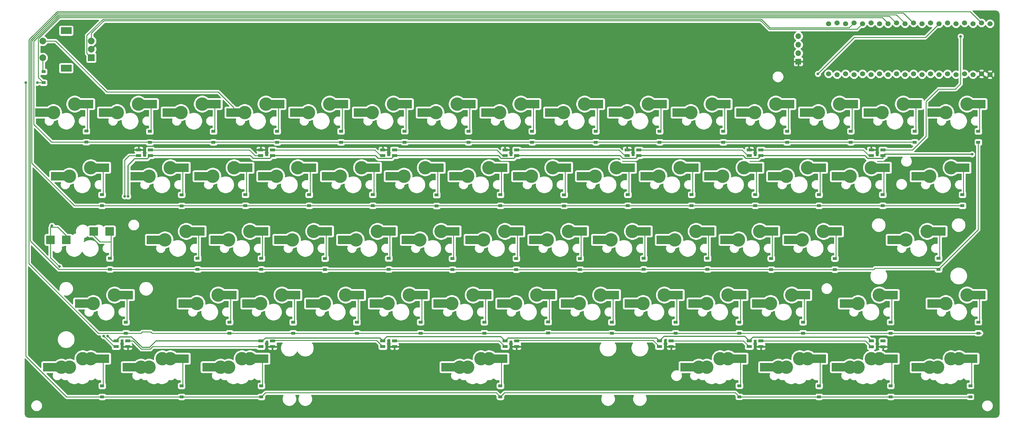
<source format=gbr>
%TF.GenerationSoftware,KiCad,Pcbnew,(5.1.6)-1*%
%TF.CreationDate,2020-08-24T23:39:16+07:00*%
%TF.ProjectId,Pill60,50696c6c-3630-42e6-9b69-6361645f7063,rev?*%
%TF.SameCoordinates,Original*%
%TF.FileFunction,Copper,L2,Bot*%
%TF.FilePolarity,Positive*%
%FSLAX46Y46*%
G04 Gerber Fmt 4.6, Leading zero omitted, Abs format (unit mm)*
G04 Created by KiCad (PCBNEW (5.1.6)-1) date 2020-08-24 23:39:16*
%MOMM*%
%LPD*%
G01*
G04 APERTURE LIST*
%TA.AperFunction,ComponentPad*%
%ADD10C,1.524000*%
%TD*%
%TA.AperFunction,ComponentPad*%
%ADD11C,2.000000*%
%TD*%
%TA.AperFunction,ComponentPad*%
%ADD12R,3.200000X2.000000*%
%TD*%
%TA.AperFunction,ComponentPad*%
%ADD13R,2.000000X2.000000*%
%TD*%
%TA.AperFunction,ComponentPad*%
%ADD14O,1.700000X1.700000*%
%TD*%
%TA.AperFunction,ComponentPad*%
%ADD15R,1.700000X1.700000*%
%TD*%
%TA.AperFunction,SMDPad,CuDef*%
%ADD16R,1.600000X0.850000*%
%TD*%
%TA.AperFunction,SMDPad,CuDef*%
%ADD17R,1.200000X0.900000*%
%TD*%
%TA.AperFunction,Conductor*%
%ADD18R,4.500000X2.500000*%
%TD*%
%TA.AperFunction,ViaPad*%
%ADD19C,4.000000*%
%TD*%
%TA.AperFunction,ViaPad*%
%ADD20C,0.800000*%
%TD*%
%TA.AperFunction,SMDPad,CuDef*%
%ADD21R,2.550000X2.500000*%
%TD*%
%TA.AperFunction,Conductor*%
%ADD22C,0.250000*%
%TD*%
%TA.AperFunction,Conductor*%
%ADD23C,0.380000*%
%TD*%
%TA.AperFunction,Conductor*%
%ADD24C,0.254000*%
%TD*%
G04 APERTURE END LIST*
D10*
%TO.P,U1,GND*%
%TO.N,GND*%
X342790000Y-81374000D03*
%TO.P,U1,PB10*%
%TO.N,COL2*%
X330090000Y-81120000D03*
%TO.P,U1,PA3*%
%TO.N,COL7*%
X312310000Y-81374000D03*
%TO.P,U1,PC15*%
%TO.N,Net-(U1-PadPC15)*%
X302150000Y-81374000D03*
%TO.P,U1,GND*%
%TO.N,GND*%
X340250000Y-81120000D03*
%TO.P,U1,PA5*%
%TO.N,COL9*%
X317390000Y-81374000D03*
%TO.P,U1,NRST*%
%TO.N,Net-(U1-PadNRST)*%
X335170000Y-81120000D03*
%TO.P,U1,PB11*%
%TO.N,COL1*%
X332630000Y-81374000D03*
%TO.P,U1,3V3*%
%TO.N,+3V3*%
X337710000Y-81374000D03*
%TO.P,U1,PA4*%
%TO.N,COL8*%
X314850000Y-81120000D03*
%TO.P,U1,PA6*%
%TO.N,COL10*%
X319930000Y-81120000D03*
%TO.P,U1,PA1*%
%TO.N,COL5*%
X307230000Y-81374000D03*
%TO.P,U1,PB1*%
%TO.N,COL13*%
X327550000Y-81374000D03*
%TO.P,U1,PC14*%
%TO.N,Net-(U1-PadPC14)*%
X299610000Y-81120000D03*
%TO.P,U1,PA0*%
%TO.N,Net-(U1-PadPA0)*%
X304690000Y-81120000D03*
%TO.P,U1,PA2*%
%TO.N,COL6*%
X309770000Y-81120000D03*
%TO.P,U1,PC13*%
%TO.N,Net-(U1-PadPC13)*%
X297070000Y-81374000D03*
%TO.P,U1,PA7*%
%TO.N,COL11*%
X322470000Y-81374000D03*
%TO.P,U1,VBAT*%
%TO.N,Net-(U1-PadVBAT)*%
X294530000Y-81120000D03*
%TO.P,U1,PB0*%
%TO.N,COL12*%
X325010000Y-81120000D03*
%TO.P,U1,PB12*%
%TO.N,Net-(U1-PadPB12)*%
X342790000Y-66134000D03*
%TO.P,U1,PB13*%
%TO.N,ROW3*%
X340250000Y-65880000D03*
%TO.P,U1,PB14*%
%TO.N,LED*%
X337710000Y-66134000D03*
%TO.P,U1,PB15*%
%TO.N,COL3*%
X335170000Y-65880000D03*
%TO.P,U1,PA8*%
%TO.N,COL0*%
X332630000Y-66134000D03*
%TO.P,U1,PA11*%
%TO.N,Net-(U1-PadPA11)*%
X325010000Y-65880000D03*
%TO.P,U1,PA9*%
%TO.N,Net-(U1-PadPA9)*%
X330090000Y-65880000D03*
%TO.P,U1,PA10*%
%TO.N,COL4*%
X327550000Y-66134000D03*
%TO.P,U1,PA12*%
%TO.N,Net-(U1-PadPA12)*%
X322470000Y-66134000D03*
%TO.P,U1,PA15*%
%TO.N,ROW2*%
X319930000Y-65880000D03*
%TO.P,U1,PB3*%
%TO.N,ROW1*%
X317390000Y-66134000D03*
%TO.P,U1,PB5*%
%TO.N,ROW4*%
X312310000Y-66134000D03*
%TO.P,U1,PB4*%
%TO.N,ROW0*%
X314850000Y-65880000D03*
%TO.P,U1,PB6*%
%TO.N,SCL*%
X309770000Y-66134000D03*
%TO.P,U1,PB7*%
%TO.N,SDA*%
X307230000Y-65880000D03*
%TO.P,U1,5V*%
%TO.N,+5V*%
X299610000Y-66134000D03*
%TO.P,U1,PB8*%
%TO.N,ENCB*%
X304690000Y-66134000D03*
%TO.P,U1,PB9*%
%TO.N,ENCA*%
X302150000Y-65880000D03*
%TO.P,U1,GND*%
%TO.N,GND*%
X297070000Y-65880000D03*
%TO.P,U1,3V3*%
%TO.N,+3V3*%
X294530000Y-66134000D03*
%TD*%
D11*
%TO.P,SW1,S1*%
%TO.N,COL3*%
X59675000Y-71318750D03*
%TO.P,SW1,S2*%
%TO.N,SWE2*%
X59675000Y-76318750D03*
D12*
%TO.P,SW1,MP*%
%TO.N,N/C*%
X66675000Y-68218750D03*
X66675000Y-79418750D03*
D11*
%TO.P,SW1,B*%
%TO.N,ENCB*%
X74175000Y-71318750D03*
%TO.P,SW1,C*%
%TO.N,GND*%
X74175000Y-73818750D03*
D13*
%TO.P,SW1,A*%
%TO.N,ENCA*%
X74175000Y-76318750D03*
%TD*%
D14*
%TO.P,J1,4*%
%TO.N,SDA*%
X285500000Y-69860000D03*
%TO.P,J1,3*%
%TO.N,SCL*%
X285500000Y-72400000D03*
%TO.P,J1,2*%
%TO.N,+3V3*%
X285500000Y-74940000D03*
D15*
%TO.P,J1,1*%
%TO.N,GND*%
X285500000Y-77480000D03*
%TD*%
D16*
%TO.P,L7,1*%
%TO.N,Net-(L7-Pad1)*%
X85090000Y-161050000D03*
%TO.P,L7,2*%
%TO.N,GND*%
X85090000Y-162800000D03*
%TO.P,L7,4*%
%TO.N,+5V*%
X81590000Y-161050000D03*
%TO.P,L7,3*%
%TO.N,Net-(L6-Pad1)*%
X81590000Y-162800000D03*
%TD*%
%TO.P,L6,1*%
%TO.N,Net-(L6-Pad1)*%
X88330000Y-105640000D03*
%TO.P,L6,2*%
%TO.N,GND*%
X88330000Y-103890000D03*
%TO.P,L6,4*%
%TO.N,+5V*%
X91830000Y-105640000D03*
%TO.P,L6,3*%
%TO.N,Net-(L5-Pad1)*%
X91830000Y-103890000D03*
%TD*%
%TO.P,L5,1*%
%TO.N,Net-(L5-Pad1)*%
X124830000Y-105640000D03*
%TO.P,L5,2*%
%TO.N,GND*%
X124830000Y-103890000D03*
%TO.P,L5,4*%
%TO.N,+5V*%
X128330000Y-105640000D03*
%TO.P,L5,3*%
%TO.N,Net-(L4-Pad1)*%
X128330000Y-103890000D03*
%TD*%
%TO.P,L4,1*%
%TO.N,Net-(L4-Pad1)*%
X161320000Y-105650000D03*
%TO.P,L4,2*%
%TO.N,GND*%
X161320000Y-103900000D03*
%TO.P,L4,4*%
%TO.N,+5V*%
X164820000Y-105650000D03*
%TO.P,L4,3*%
%TO.N,Net-(L3-Pad1)*%
X164820000Y-103900000D03*
%TD*%
%TO.P,L3,1*%
%TO.N,Net-(L3-Pad1)*%
X197840000Y-105640000D03*
%TO.P,L3,2*%
%TO.N,GND*%
X197840000Y-103890000D03*
%TO.P,L3,4*%
%TO.N,+5V*%
X201340000Y-105640000D03*
%TO.P,L3,3*%
%TO.N,Net-(L2-Pad1)*%
X201340000Y-103890000D03*
%TD*%
%TO.P,L2,1*%
%TO.N,Net-(L2-Pad1)*%
X234330000Y-105650000D03*
%TO.P,L2,2*%
%TO.N,GND*%
X234330000Y-103900000D03*
%TO.P,L2,4*%
%TO.N,+5V*%
X237830000Y-105650000D03*
%TO.P,L2,3*%
%TO.N,Net-(L1-Pad1)*%
X237830000Y-103900000D03*
%TD*%
%TO.P,L1,1*%
%TO.N,Net-(L1-Pad1)*%
X270830000Y-105650000D03*
%TO.P,L1,2*%
%TO.N,GND*%
X270830000Y-103900000D03*
%TO.P,L1,4*%
%TO.N,+5V*%
X274330000Y-105650000D03*
%TO.P,L1,3*%
%TO.N,Net-(L0-Pad1)*%
X274330000Y-103900000D03*
%TD*%
%TO.P,L0,1*%
%TO.N,Net-(L0-Pad1)*%
X307320000Y-105650000D03*
%TO.P,L0,2*%
%TO.N,GND*%
X307320000Y-103900000D03*
%TO.P,L0,4*%
%TO.N,+5V*%
X310820000Y-105650000D03*
%TO.P,L0,3*%
%TO.N,LED*%
X310820000Y-103900000D03*
%TD*%
%TO.P,L13,1*%
%TO.N,Net-(L13-Pad1)*%
X310830000Y-161070000D03*
%TO.P,L13,2*%
%TO.N,GND*%
X310830000Y-162820000D03*
%TO.P,L13,4*%
%TO.N,+5V*%
X307330000Y-161070000D03*
%TO.P,L13,3*%
%TO.N,Net-(L12-Pad1)*%
X307330000Y-162820000D03*
%TD*%
%TO.P,L12,1*%
%TO.N,Net-(L12-Pad1)*%
X274330000Y-161040000D03*
%TO.P,L12,2*%
%TO.N,GND*%
X274330000Y-162790000D03*
%TO.P,L12,4*%
%TO.N,+5V*%
X270830000Y-161040000D03*
%TO.P,L12,3*%
%TO.N,Net-(L11-Pad1)*%
X270830000Y-162790000D03*
%TD*%
%TO.P,L11,1*%
%TO.N,Net-(L11-Pad1)*%
X247510000Y-161040000D03*
%TO.P,L11,2*%
%TO.N,GND*%
X247510000Y-162790000D03*
%TO.P,L11,4*%
%TO.N,+5V*%
X244010000Y-161040000D03*
%TO.P,L11,3*%
%TO.N,Net-(L10-Pad1)*%
X244010000Y-162790000D03*
%TD*%
%TO.P,L10,1*%
%TO.N,Net-(L10-Pad1)*%
X201330000Y-161040000D03*
%TO.P,L10,2*%
%TO.N,GND*%
X201330000Y-162790000D03*
%TO.P,L10,4*%
%TO.N,+5V*%
X197830000Y-161040000D03*
%TO.P,L10,3*%
%TO.N,Net-(L10-Pad3)*%
X197830000Y-162790000D03*
%TD*%
%TO.P,L9,1*%
%TO.N,Net-(L10-Pad3)*%
X164820000Y-161040000D03*
%TO.P,L9,2*%
%TO.N,GND*%
X164820000Y-162790000D03*
%TO.P,L9,4*%
%TO.N,+5V*%
X161320000Y-161040000D03*
%TO.P,L9,3*%
%TO.N,Net-(L8-Pad1)*%
X161320000Y-162790000D03*
%TD*%
%TO.P,L8,1*%
%TO.N,Net-(L8-Pad1)*%
X128340000Y-161040000D03*
%TO.P,L8,2*%
%TO.N,GND*%
X128340000Y-162790000D03*
%TO.P,L8,4*%
%TO.N,+5V*%
X124840000Y-161040000D03*
%TO.P,L8,3*%
%TO.N,Net-(L7-Pad1)*%
X124840000Y-162790000D03*
%TD*%
D17*
%TO.P,D64,2*%
%TO.N,SWE2*%
X59910000Y-80500000D03*
%TO.P,D64,1*%
%TO.N,ROW4*%
X59910000Y-83800000D03*
%TD*%
D18*
%TO.N,COL13*%
%TO.C,15MXRCTRL2*%
X321527500Y-168910000D03*
D19*
%TO.N,Net-(125MXRCTRL1-Pad2)*%
X331152500Y-166370000D03*
D20*
%TO.N,COL13*%
X319722500Y-168148000D03*
X319722500Y-169672000D03*
D19*
X324802500Y-168910000D03*
D20*
%TO.N,Net-(125MXRCTRL1-Pad2)*%
X336232500Y-165608000D03*
D18*
X334454500Y-166370000D03*
D20*
X336232500Y-167132000D03*
%TD*%
%TO.N,Net-(6.25MXSPC1-Pad2)*%
%TO.C,6MXSPC1*%
X198120000Y-165608000D03*
X198120000Y-167132000D03*
D18*
X196342000Y-166370000D03*
D20*
%TO.N,COL6*%
X181610000Y-169672000D03*
D19*
%TO.N,Net-(6.25MXSPC1-Pad2)*%
X193040000Y-166370000D03*
%TO.N,COL6*%
X186690000Y-168910000D03*
D18*
X183415000Y-168910000D03*
D20*
X181610000Y-168148000D03*
%TD*%
D18*
%TO.N,Net-(D9-Pad2)*%
%TO.C,MXZ1*%
X115379500Y-147320000D03*
%TO.N,COL1*%
X102452500Y-149860000D03*
D20*
%TO.N,Net-(D9-Pad2)*%
X117157500Y-148082000D03*
%TO.N,COL1*%
X100647500Y-150622000D03*
%TO.N,Net-(D9-Pad2)*%
X117157500Y-146558000D03*
%TO.N,COL1*%
X100647500Y-149098000D03*
D19*
X105727500Y-149860000D03*
%TO.N,Net-(D9-Pad2)*%
X112077500Y-147320000D03*
%TD*%
D18*
%TO.N,Net-(D29-Pad2)*%
%TO.C,MXY1*%
X196342000Y-109220000D03*
%TO.N,COL6*%
X183415000Y-111760000D03*
D20*
%TO.N,Net-(D29-Pad2)*%
X198120000Y-109982000D03*
%TO.N,COL6*%
X181610000Y-112522000D03*
%TO.N,Net-(D29-Pad2)*%
X198120000Y-108458000D03*
%TO.N,COL6*%
X181610000Y-110998000D03*
D19*
X186690000Y-111760000D03*
%TO.N,Net-(D29-Pad2)*%
X193040000Y-109220000D03*
%TD*%
D18*
%TO.N,Net-(D14-Pad2)*%
%TO.C,MXX1*%
X134429500Y-147320000D03*
%TO.N,COL2*%
X121502500Y-149860000D03*
D20*
%TO.N,Net-(D14-Pad2)*%
X136207500Y-148082000D03*
%TO.N,COL2*%
X119697500Y-150622000D03*
%TO.N,Net-(D14-Pad2)*%
X136207500Y-146558000D03*
%TO.N,COL2*%
X119697500Y-149098000D03*
D19*
X124777500Y-149860000D03*
%TO.N,Net-(D14-Pad2)*%
X131127500Y-147320000D03*
%TD*%
D18*
%TO.N,Net-(D12-Pad2)*%
%TO.C,MXW1*%
X120142000Y-109220000D03*
%TO.N,COL2*%
X107215000Y-111760000D03*
D20*
%TO.N,Net-(D12-Pad2)*%
X121920000Y-109982000D03*
%TO.N,COL2*%
X105410000Y-112522000D03*
%TO.N,Net-(D12-Pad2)*%
X121920000Y-108458000D03*
%TO.N,COL2*%
X105410000Y-110998000D03*
D19*
X110490000Y-111760000D03*
%TO.N,Net-(D12-Pad2)*%
X116840000Y-109220000D03*
%TD*%
D18*
%TO.N,Net-(D23-Pad2)*%
%TO.C,MXV1*%
X172529500Y-147320000D03*
%TO.N,COL4*%
X159602500Y-149860000D03*
D20*
%TO.N,Net-(D23-Pad2)*%
X174307500Y-148082000D03*
%TO.N,COL4*%
X157797500Y-150622000D03*
%TO.N,Net-(D23-Pad2)*%
X174307500Y-146558000D03*
%TO.N,COL4*%
X157797500Y-149098000D03*
D19*
X162877500Y-149860000D03*
%TO.N,Net-(D23-Pad2)*%
X169227500Y-147320000D03*
%TD*%
D18*
%TO.N,Net-(D34-Pad2)*%
%TO.C,MXU1*%
X215392000Y-109220000D03*
%TO.N,COL7*%
X202465000Y-111760000D03*
D20*
%TO.N,Net-(D34-Pad2)*%
X217170000Y-109982000D03*
%TO.N,COL7*%
X200660000Y-112522000D03*
%TO.N,Net-(D34-Pad2)*%
X217170000Y-108458000D03*
%TO.N,COL7*%
X200660000Y-110998000D03*
D19*
X205740000Y-111760000D03*
%TO.N,Net-(D34-Pad2)*%
X212090000Y-109220000D03*
%TD*%
D18*
%TO.N,Net-(D25-Pad2)*%
%TO.C,MXT1*%
X177292000Y-109220000D03*
%TO.N,COL5*%
X164365000Y-111760000D03*
D20*
%TO.N,Net-(D25-Pad2)*%
X179070000Y-109982000D03*
%TO.N,COL5*%
X162560000Y-112522000D03*
%TO.N,Net-(D25-Pad2)*%
X179070000Y-108458000D03*
%TO.N,COL5*%
X162560000Y-110998000D03*
D19*
X167640000Y-111760000D03*
%TO.N,Net-(D25-Pad2)*%
X173990000Y-109220000D03*
%TD*%
D18*
%TO.N,Net-(D49-Pad2)*%
%TO.C,MXSLSH1*%
X286829500Y-147320000D03*
%TO.N,COL10*%
X273902500Y-149860000D03*
D20*
%TO.N,Net-(D49-Pad2)*%
X288607500Y-148082000D03*
%TO.N,COL10*%
X272097500Y-150622000D03*
%TO.N,Net-(D49-Pad2)*%
X288607500Y-146558000D03*
%TO.N,COL10*%
X272097500Y-149098000D03*
D19*
X277177500Y-149860000D03*
%TO.N,Net-(D49-Pad2)*%
X283527500Y-147320000D03*
%TD*%
D18*
%TO.N,Net-(D13-Pad2)*%
%TO.C,MXS1*%
X124904500Y-128270000D03*
%TO.N,COL2*%
X111977500Y-130810000D03*
D20*
%TO.N,Net-(D13-Pad2)*%
X126682500Y-129032000D03*
%TO.N,COL2*%
X110172500Y-131572000D03*
%TO.N,Net-(D13-Pad2)*%
X126682500Y-127508000D03*
%TO.N,COL2*%
X110172500Y-130048000D03*
D19*
X115252500Y-130810000D03*
%TO.N,Net-(D13-Pad2)*%
X121602500Y-128270000D03*
%TD*%
D18*
%TO.N,Net-(D44-Pad2)*%
%TO.C,MXRNGL1*%
X267779500Y-147320000D03*
%TO.N,COL9*%
X254852500Y-149860000D03*
D20*
%TO.N,Net-(D44-Pad2)*%
X269557500Y-148082000D03*
%TO.N,COL9*%
X253047500Y-150622000D03*
%TO.N,Net-(D44-Pad2)*%
X269557500Y-146558000D03*
%TO.N,COL9*%
X253047500Y-149098000D03*
D19*
X258127500Y-149860000D03*
%TO.N,Net-(D44-Pad2)*%
X264477500Y-147320000D03*
%TD*%
D18*
%TO.N,Net-(125MXRMENU1-Pad2)*%
%TO.C,MXRMN1*%
X310642000Y-166370000D03*
%TO.N,COL12*%
X297715000Y-168910000D03*
D20*
%TO.N,Net-(125MXRMENU1-Pad2)*%
X312420000Y-167132000D03*
%TO.N,COL12*%
X295910000Y-169672000D03*
%TO.N,Net-(125MXRMENU1-Pad2)*%
X312420000Y-165608000D03*
%TO.N,COL12*%
X295910000Y-168148000D03*
D19*
X300990000Y-168910000D03*
%TO.N,Net-(125MXRMENU1-Pad2)*%
X307340000Y-166370000D03*
%TD*%
D18*
%TO.N,Net-(125MXRGUI1-Pad2)*%
%TO.C,MXRGUI1*%
X291592000Y-166370000D03*
%TO.N,COL11*%
X278665000Y-168910000D03*
D20*
%TO.N,Net-(125MXRGUI1-Pad2)*%
X293370000Y-167132000D03*
%TO.N,COL11*%
X276860000Y-169672000D03*
%TO.N,Net-(125MXRGUI1-Pad2)*%
X293370000Y-165608000D03*
%TO.N,COL11*%
X276860000Y-168148000D03*
D19*
X281940000Y-168910000D03*
%TO.N,Net-(125MXRGUI1-Pad2)*%
X288290000Y-166370000D03*
%TD*%
D18*
%TO.N,Net-(D57-Pad2)*%
%TO.C,MXRBRAC1*%
X310642000Y-109220000D03*
%TO.N,COL12*%
X297715000Y-111760000D03*
D20*
%TO.N,Net-(D57-Pad2)*%
X312420000Y-109982000D03*
%TO.N,COL12*%
X295910000Y-112522000D03*
%TO.N,Net-(D57-Pad2)*%
X312420000Y-108458000D03*
%TO.N,COL12*%
X295910000Y-110998000D03*
D19*
X300990000Y-111760000D03*
%TO.N,Net-(D57-Pad2)*%
X307340000Y-109220000D03*
%TD*%
D18*
%TO.N,Net-(D21-Pad2)*%
%TO.C,MXR1*%
X158242000Y-109220000D03*
%TO.N,COL4*%
X145315000Y-111760000D03*
D20*
%TO.N,Net-(D21-Pad2)*%
X160020000Y-109982000D03*
%TO.N,COL4*%
X143510000Y-112522000D03*
%TO.N,Net-(D21-Pad2)*%
X160020000Y-108458000D03*
%TO.N,COL4*%
X143510000Y-110998000D03*
D19*
X148590000Y-111760000D03*
%TO.N,Net-(D21-Pad2)*%
X154940000Y-109220000D03*
%TD*%
D18*
%TO.N,Net-(D53-Pad2)*%
%TO.C,MXQUOT1*%
X296354500Y-128270000D03*
%TO.N,COL11*%
X283427500Y-130810000D03*
D20*
%TO.N,Net-(D53-Pad2)*%
X298132500Y-129032000D03*
%TO.N,COL11*%
X281622500Y-131572000D03*
%TO.N,Net-(D53-Pad2)*%
X298132500Y-127508000D03*
%TO.N,COL11*%
X281622500Y-130048000D03*
D19*
X286702500Y-130810000D03*
%TO.N,Net-(D53-Pad2)*%
X293052500Y-128270000D03*
%TD*%
D18*
%TO.N,Net-(D7-Pad2)*%
%TO.C,MXQ1*%
X101092000Y-109220000D03*
%TO.N,COL1*%
X88165000Y-111760000D03*
D20*
%TO.N,Net-(D7-Pad2)*%
X102870000Y-109982000D03*
%TO.N,COL1*%
X86360000Y-112522000D03*
%TO.N,Net-(D7-Pad2)*%
X102870000Y-108458000D03*
%TO.N,COL1*%
X86360000Y-110998000D03*
D19*
X91440000Y-111760000D03*
%TO.N,Net-(D7-Pad2)*%
X97790000Y-109220000D03*
%TD*%
D18*
%TO.N,Net-(D47-Pad2)*%
%TO.C,MXP1*%
X272542000Y-109220000D03*
%TO.N,COL10*%
X259615000Y-111760000D03*
D20*
%TO.N,Net-(D47-Pad2)*%
X274320000Y-109982000D03*
%TO.N,COL10*%
X257810000Y-112522000D03*
%TO.N,Net-(D47-Pad2)*%
X274320000Y-108458000D03*
%TO.N,COL10*%
X257810000Y-110998000D03*
D19*
X262890000Y-111760000D03*
%TO.N,Net-(D47-Pad2)*%
X269240000Y-109220000D03*
%TD*%
D18*
%TO.N,Net-(D42-Pad2)*%
%TO.C,MXO1*%
X253492000Y-109220000D03*
%TO.N,COL9*%
X240565000Y-111760000D03*
D20*
%TO.N,Net-(D42-Pad2)*%
X255270000Y-109982000D03*
%TO.N,COL9*%
X238760000Y-112522000D03*
%TO.N,Net-(D42-Pad2)*%
X255270000Y-108458000D03*
%TO.N,COL9*%
X238760000Y-110998000D03*
D19*
X243840000Y-111760000D03*
%TO.N,Net-(D42-Pad2)*%
X250190000Y-109220000D03*
%TD*%
D18*
%TO.N,Net-(D31-Pad2)*%
%TO.C,MXN1*%
X210629500Y-147320000D03*
%TO.N,COL6*%
X197702500Y-149860000D03*
D20*
%TO.N,Net-(D31-Pad2)*%
X212407500Y-148082000D03*
%TO.N,COL6*%
X195897500Y-150622000D03*
%TO.N,Net-(D31-Pad2)*%
X212407500Y-146558000D03*
%TO.N,COL6*%
X195897500Y-149098000D03*
D19*
X200977500Y-149860000D03*
%TO.N,Net-(D31-Pad2)*%
X207327500Y-147320000D03*
%TD*%
D18*
%TO.N,Net-(D36-Pad2)*%
%TO.C,MXM1*%
X229679500Y-147320000D03*
%TO.N,COL7*%
X216752500Y-149860000D03*
D20*
%TO.N,Net-(D36-Pad2)*%
X231457500Y-148082000D03*
%TO.N,COL7*%
X214947500Y-150622000D03*
%TO.N,Net-(D36-Pad2)*%
X231457500Y-146558000D03*
%TO.N,COL7*%
X214947500Y-149098000D03*
D19*
X220027500Y-149860000D03*
%TO.N,Net-(D36-Pad2)*%
X226377500Y-147320000D03*
%TD*%
D18*
%TO.N,Net-(D40-Pad2)*%
%TO.C,MXLNGL1*%
X248729500Y-147320000D03*
%TO.N,COL8*%
X235802500Y-149860000D03*
D20*
%TO.N,Net-(D40-Pad2)*%
X250507500Y-148082000D03*
%TO.N,COL8*%
X233997500Y-150622000D03*
%TO.N,Net-(D40-Pad2)*%
X250507500Y-146558000D03*
%TO.N,COL8*%
X233997500Y-149098000D03*
D19*
X239077500Y-149860000D03*
%TO.N,Net-(D40-Pad2)*%
X245427500Y-147320000D03*
%TD*%
D18*
%TO.N,Net-(125MXLGUI1-Pad2)*%
%TO.C,MXLGUI1*%
X101092000Y-166370000D03*
%TO.N,COL1*%
X88165000Y-168910000D03*
D20*
%TO.N,Net-(125MXLGUI1-Pad2)*%
X102870000Y-167132000D03*
%TO.N,COL1*%
X86360000Y-169672000D03*
%TO.N,Net-(125MXLGUI1-Pad2)*%
X102870000Y-165608000D03*
%TO.N,COL1*%
X86360000Y-168148000D03*
D19*
X91440000Y-168910000D03*
%TO.N,Net-(125MXLGUI1-Pad2)*%
X97790000Y-166370000D03*
%TD*%
D18*
%TO.N,Net-(D52-Pad2)*%
%TO.C,MXLBRAC1*%
X291592000Y-109220000D03*
%TO.N,COL11*%
X278665000Y-111760000D03*
D20*
%TO.N,Net-(D52-Pad2)*%
X293370000Y-109982000D03*
%TO.N,COL11*%
X276860000Y-112522000D03*
%TO.N,Net-(D52-Pad2)*%
X293370000Y-108458000D03*
%TO.N,COL11*%
X276860000Y-110998000D03*
D19*
X281940000Y-111760000D03*
%TO.N,Net-(D52-Pad2)*%
X288290000Y-109220000D03*
%TD*%
D18*
%TO.N,Net-(D43-Pad2)*%
%TO.C,MXL1*%
X258254500Y-128270000D03*
%TO.N,COL9*%
X245327500Y-130810000D03*
D20*
%TO.N,Net-(D43-Pad2)*%
X260032500Y-129032000D03*
%TO.N,COL9*%
X243522500Y-131572000D03*
%TO.N,Net-(D43-Pad2)*%
X260032500Y-127508000D03*
%TO.N,COL9*%
X243522500Y-130048000D03*
D19*
X248602500Y-130810000D03*
%TO.N,Net-(D43-Pad2)*%
X254952500Y-128270000D03*
%TD*%
D18*
%TO.N,Net-(D39-Pad2)*%
%TO.C,MXK1*%
X239204500Y-128270000D03*
%TO.N,COL8*%
X226277500Y-130810000D03*
D20*
%TO.N,Net-(D39-Pad2)*%
X240982500Y-129032000D03*
%TO.N,COL8*%
X224472500Y-131572000D03*
%TO.N,Net-(D39-Pad2)*%
X240982500Y-127508000D03*
%TO.N,COL8*%
X224472500Y-130048000D03*
D19*
X229552500Y-130810000D03*
%TO.N,Net-(D39-Pad2)*%
X235902500Y-128270000D03*
%TD*%
D18*
%TO.N,Net-(D35-Pad2)*%
%TO.C,MXJ1*%
X220154500Y-128270000D03*
%TO.N,COL7*%
X207227500Y-130810000D03*
D20*
%TO.N,Net-(D35-Pad2)*%
X221932500Y-129032000D03*
%TO.N,COL7*%
X205422500Y-131572000D03*
%TO.N,Net-(D35-Pad2)*%
X221932500Y-127508000D03*
%TO.N,COL7*%
X205422500Y-130048000D03*
D19*
X210502500Y-130810000D03*
%TO.N,Net-(D35-Pad2)*%
X216852500Y-128270000D03*
%TD*%
D18*
%TO.N,Net-(D38-Pad2)*%
%TO.C,MXI1*%
X234442000Y-109220000D03*
%TO.N,COL8*%
X221515000Y-111760000D03*
D20*
%TO.N,Net-(D38-Pad2)*%
X236220000Y-109982000D03*
%TO.N,COL8*%
X219710000Y-112522000D03*
%TO.N,Net-(D38-Pad2)*%
X236220000Y-108458000D03*
%TO.N,COL8*%
X219710000Y-110998000D03*
D19*
X224790000Y-111760000D03*
%TO.N,Net-(D38-Pad2)*%
X231140000Y-109220000D03*
%TD*%
D18*
%TO.N,Net-(D30-Pad2)*%
%TO.C,MXH1*%
X201104500Y-128270000D03*
%TO.N,COL6*%
X188177500Y-130810000D03*
D20*
%TO.N,Net-(D30-Pad2)*%
X202882500Y-129032000D03*
%TO.N,COL6*%
X186372500Y-131572000D03*
%TO.N,Net-(D30-Pad2)*%
X202882500Y-127508000D03*
%TO.N,COL6*%
X186372500Y-130048000D03*
D19*
X191452500Y-130810000D03*
%TO.N,Net-(D30-Pad2)*%
X197802500Y-128270000D03*
%TD*%
D18*
%TO.N,Net-(D26-Pad2)*%
%TO.C,MXG1*%
X182054500Y-128270000D03*
%TO.N,COL5*%
X169127500Y-130810000D03*
D20*
%TO.N,Net-(D26-Pad2)*%
X183832500Y-129032000D03*
%TO.N,COL5*%
X167322500Y-131572000D03*
%TO.N,Net-(D26-Pad2)*%
X183832500Y-127508000D03*
%TO.N,COL5*%
X167322500Y-130048000D03*
D19*
X172402500Y-130810000D03*
%TO.N,Net-(D26-Pad2)*%
X178752500Y-128270000D03*
%TD*%
D18*
%TO.N,Net-(D61-Pad2)*%
%TO.C,MXFN1*%
X339217000Y-147320000D03*
%TO.N,COL12*%
X326290000Y-149860000D03*
D20*
%TO.N,Net-(D61-Pad2)*%
X340995000Y-148082000D03*
%TO.N,COL12*%
X324485000Y-150622000D03*
%TO.N,Net-(D61-Pad2)*%
X340995000Y-146558000D03*
%TO.N,COL12*%
X324485000Y-149098000D03*
D19*
X329565000Y-149860000D03*
%TO.N,Net-(D61-Pad2)*%
X335915000Y-147320000D03*
%TD*%
D18*
%TO.N,Net-(D22-Pad2)*%
%TO.C,MXF1*%
X163004500Y-128270000D03*
%TO.N,COL4*%
X150077500Y-130810000D03*
D20*
%TO.N,Net-(D22-Pad2)*%
X164782500Y-129032000D03*
%TO.N,COL4*%
X148272500Y-131572000D03*
%TO.N,Net-(D22-Pad2)*%
X164782500Y-127508000D03*
%TO.N,COL4*%
X148272500Y-130048000D03*
D19*
X153352500Y-130810000D03*
%TO.N,Net-(D22-Pad2)*%
X159702500Y-128270000D03*
%TD*%
D18*
%TO.N,Net-(D1-Pad2)*%
%TO.C,MXESC1*%
X72517000Y-90170000D03*
%TO.N,COL0*%
X59590000Y-92710000D03*
D20*
%TO.N,Net-(D1-Pad2)*%
X74295000Y-90932000D03*
%TO.N,COL0*%
X57785000Y-93472000D03*
%TO.N,Net-(D1-Pad2)*%
X74295000Y-89408000D03*
%TO.N,COL0*%
X57785000Y-91948000D03*
D19*
X62865000Y-92710000D03*
%TO.N,Net-(D1-Pad2)*%
X69215000Y-90170000D03*
%TD*%
D18*
%TO.N,Net-(D56-Pad2)*%
%TO.C,MXEQL1*%
X301117000Y-90170000D03*
%TO.N,COL12*%
X288190000Y-92710000D03*
D20*
%TO.N,Net-(D56-Pad2)*%
X302895000Y-90932000D03*
%TO.N,COL12*%
X286385000Y-93472000D03*
%TO.N,Net-(D56-Pad2)*%
X302895000Y-89408000D03*
%TO.N,COL12*%
X286385000Y-91948000D03*
D19*
X291465000Y-92710000D03*
%TO.N,Net-(D56-Pad2)*%
X297815000Y-90170000D03*
%TD*%
D18*
%TO.N,Net-(D17-Pad2)*%
%TO.C,MXE1*%
X139192000Y-109220000D03*
%TO.N,COL3*%
X126265000Y-111760000D03*
D20*
%TO.N,Net-(D17-Pad2)*%
X140970000Y-109982000D03*
%TO.N,COL3*%
X124460000Y-112522000D03*
%TO.N,Net-(D17-Pad2)*%
X140970000Y-108458000D03*
%TO.N,COL3*%
X124460000Y-110998000D03*
D19*
X129540000Y-111760000D03*
%TO.N,Net-(D17-Pad2)*%
X135890000Y-109220000D03*
%TD*%
D18*
%TO.N,Net-(D51-Pad2)*%
%TO.C,MXDSH1*%
X282067000Y-90170000D03*
%TO.N,COL11*%
X269140000Y-92710000D03*
D20*
%TO.N,Net-(D51-Pad2)*%
X283845000Y-90932000D03*
%TO.N,COL11*%
X267335000Y-93472000D03*
%TO.N,Net-(D51-Pad2)*%
X283845000Y-89408000D03*
%TO.N,COL11*%
X267335000Y-91948000D03*
D19*
X272415000Y-92710000D03*
%TO.N,Net-(D51-Pad2)*%
X278765000Y-90170000D03*
%TD*%
D18*
%TO.N,Net-(D63-Pad2)*%
%TO.C,MXDEL1*%
X339217000Y-90170000D03*
%TO.N,COL13*%
X326290000Y-92710000D03*
D20*
%TO.N,Net-(D63-Pad2)*%
X340995000Y-90932000D03*
%TO.N,COL13*%
X324485000Y-93472000D03*
%TO.N,Net-(D63-Pad2)*%
X340995000Y-89408000D03*
%TO.N,COL13*%
X324485000Y-91948000D03*
D19*
X329565000Y-92710000D03*
%TO.N,Net-(D63-Pad2)*%
X335915000Y-90170000D03*
%TD*%
D18*
%TO.N,Net-(D18-Pad2)*%
%TO.C,MXD1*%
X143954500Y-128270000D03*
%TO.N,COL3*%
X131027500Y-130810000D03*
D20*
%TO.N,Net-(D18-Pad2)*%
X145732500Y-129032000D03*
%TO.N,COL3*%
X129222500Y-131572000D03*
%TO.N,Net-(D18-Pad2)*%
X145732500Y-127508000D03*
%TO.N,COL3*%
X129222500Y-130048000D03*
D19*
X134302500Y-130810000D03*
%TO.N,Net-(D18-Pad2)*%
X140652500Y-128270000D03*
%TD*%
D18*
%TO.N,Net-(D48-Pad2)*%
%TO.C,MXCLN1*%
X277304500Y-128270000D03*
%TO.N,COL10*%
X264377500Y-130810000D03*
D20*
%TO.N,Net-(D48-Pad2)*%
X279082500Y-129032000D03*
%TO.N,COL10*%
X262572500Y-131572000D03*
%TO.N,Net-(D48-Pad2)*%
X279082500Y-127508000D03*
%TO.N,COL10*%
X262572500Y-130048000D03*
D19*
X267652500Y-130810000D03*
%TO.N,Net-(D48-Pad2)*%
X274002500Y-128270000D03*
%TD*%
D18*
%TO.N,Net-(D19-Pad2)*%
%TO.C,MXC1*%
X153479500Y-147320000D03*
%TO.N,COL3*%
X140552500Y-149860000D03*
D20*
%TO.N,Net-(D19-Pad2)*%
X155257500Y-148082000D03*
%TO.N,COL3*%
X138747500Y-150622000D03*
%TO.N,Net-(D19-Pad2)*%
X155257500Y-146558000D03*
%TO.N,COL3*%
X138747500Y-149098000D03*
D19*
X143827500Y-149860000D03*
%TO.N,Net-(D19-Pad2)*%
X150177500Y-147320000D03*
%TD*%
D18*
%TO.N,Net-(D58-Pad2)*%
%TO.C,MXBSPC1*%
X320167000Y-90170000D03*
%TO.N,COL13*%
X307240000Y-92710000D03*
D20*
%TO.N,Net-(D58-Pad2)*%
X321945000Y-90932000D03*
%TO.N,COL13*%
X305435000Y-93472000D03*
%TO.N,Net-(D58-Pad2)*%
X321945000Y-89408000D03*
%TO.N,COL13*%
X305435000Y-91948000D03*
D19*
X310515000Y-92710000D03*
%TO.N,Net-(D58-Pad2)*%
X316865000Y-90170000D03*
%TD*%
D18*
%TO.N,Net-(D27-Pad2)*%
%TO.C,MXB1*%
X191579500Y-147320000D03*
%TO.N,COL5*%
X178652500Y-149860000D03*
D20*
%TO.N,Net-(D27-Pad2)*%
X193357500Y-148082000D03*
%TO.N,COL5*%
X176847500Y-150622000D03*
%TO.N,Net-(D27-Pad2)*%
X193357500Y-146558000D03*
%TO.N,COL5*%
X176847500Y-149098000D03*
D19*
X181927500Y-149860000D03*
%TO.N,Net-(D27-Pad2)*%
X188277500Y-147320000D03*
%TD*%
D18*
%TO.N,Net-(D8-Pad2)*%
%TO.C,MXA1*%
X105854500Y-128270000D03*
%TO.N,COL1*%
X92927500Y-130810000D03*
D20*
%TO.N,Net-(D8-Pad2)*%
X107632500Y-129032000D03*
%TO.N,COL1*%
X91122500Y-131572000D03*
%TO.N,Net-(D8-Pad2)*%
X107632500Y-127508000D03*
%TO.N,COL1*%
X91122500Y-130048000D03*
D19*
X96202500Y-130810000D03*
%TO.N,Net-(D8-Pad2)*%
X102552500Y-128270000D03*
%TD*%
D18*
%TO.N,Net-(D41-Pad2)*%
%TO.C,MX9*%
X243967000Y-90170000D03*
%TO.N,COL9*%
X231040000Y-92710000D03*
D20*
%TO.N,Net-(D41-Pad2)*%
X245745000Y-90932000D03*
%TO.N,COL9*%
X229235000Y-93472000D03*
%TO.N,Net-(D41-Pad2)*%
X245745000Y-89408000D03*
%TO.N,COL9*%
X229235000Y-91948000D03*
D19*
X234315000Y-92710000D03*
%TO.N,Net-(D41-Pad2)*%
X240665000Y-90170000D03*
%TD*%
D18*
%TO.N,Net-(D37-Pad2)*%
%TO.C,MX8*%
X224917000Y-90170000D03*
%TO.N,COL8*%
X211990000Y-92710000D03*
D20*
%TO.N,Net-(D37-Pad2)*%
X226695000Y-90932000D03*
%TO.N,COL8*%
X210185000Y-93472000D03*
%TO.N,Net-(D37-Pad2)*%
X226695000Y-89408000D03*
%TO.N,COL8*%
X210185000Y-91948000D03*
D19*
X215265000Y-92710000D03*
%TO.N,Net-(D37-Pad2)*%
X221615000Y-90170000D03*
%TD*%
D18*
%TO.N,Net-(D33-Pad2)*%
%TO.C,MX7*%
X205867000Y-90170000D03*
%TO.N,COL7*%
X192940000Y-92710000D03*
D20*
%TO.N,Net-(D33-Pad2)*%
X207645000Y-90932000D03*
%TO.N,COL7*%
X191135000Y-93472000D03*
%TO.N,Net-(D33-Pad2)*%
X207645000Y-89408000D03*
%TO.N,COL7*%
X191135000Y-91948000D03*
D19*
X196215000Y-92710000D03*
%TO.N,Net-(D33-Pad2)*%
X202565000Y-90170000D03*
%TD*%
D18*
%TO.N,Net-(D28-Pad2)*%
%TO.C,MX6*%
X186817000Y-90170000D03*
%TO.N,COL6*%
X173890000Y-92710000D03*
D20*
%TO.N,Net-(D28-Pad2)*%
X188595000Y-90932000D03*
%TO.N,COL6*%
X172085000Y-93472000D03*
%TO.N,Net-(D28-Pad2)*%
X188595000Y-89408000D03*
%TO.N,COL6*%
X172085000Y-91948000D03*
D19*
X177165000Y-92710000D03*
%TO.N,Net-(D28-Pad2)*%
X183515000Y-90170000D03*
%TD*%
D18*
%TO.N,Net-(D24-Pad2)*%
%TO.C,MX5*%
X167767000Y-90170000D03*
%TO.N,COL5*%
X154840000Y-92710000D03*
D20*
%TO.N,Net-(D24-Pad2)*%
X169545000Y-90932000D03*
%TO.N,COL5*%
X153035000Y-93472000D03*
%TO.N,Net-(D24-Pad2)*%
X169545000Y-89408000D03*
%TO.N,COL5*%
X153035000Y-91948000D03*
D19*
X158115000Y-92710000D03*
%TO.N,Net-(D24-Pad2)*%
X164465000Y-90170000D03*
%TD*%
D18*
%TO.N,Net-(D20-Pad2)*%
%TO.C,MX4*%
X148717000Y-90170000D03*
%TO.N,COL4*%
X135790000Y-92710000D03*
D20*
%TO.N,Net-(D20-Pad2)*%
X150495000Y-90932000D03*
%TO.N,COL4*%
X133985000Y-93472000D03*
%TO.N,Net-(D20-Pad2)*%
X150495000Y-89408000D03*
%TO.N,COL4*%
X133985000Y-91948000D03*
D19*
X139065000Y-92710000D03*
%TO.N,Net-(D20-Pad2)*%
X145415000Y-90170000D03*
%TD*%
D18*
%TO.N,Net-(D16-Pad2)*%
%TO.C,MX3*%
X129667000Y-90170000D03*
%TO.N,COL3*%
X116740000Y-92710000D03*
D20*
%TO.N,Net-(D16-Pad2)*%
X131445000Y-90932000D03*
%TO.N,COL3*%
X114935000Y-93472000D03*
%TO.N,Net-(D16-Pad2)*%
X131445000Y-89408000D03*
%TO.N,COL3*%
X114935000Y-91948000D03*
D19*
X120015000Y-92710000D03*
%TO.N,Net-(D16-Pad2)*%
X126365000Y-90170000D03*
%TD*%
D18*
%TO.N,Net-(D11-Pad2)*%
%TO.C,MX2*%
X110617000Y-90170000D03*
%TO.N,COL2*%
X97690000Y-92710000D03*
D20*
%TO.N,Net-(D11-Pad2)*%
X112395000Y-90932000D03*
%TO.N,COL2*%
X95885000Y-93472000D03*
%TO.N,Net-(D11-Pad2)*%
X112395000Y-89408000D03*
%TO.N,COL2*%
X95885000Y-91948000D03*
D19*
X100965000Y-92710000D03*
%TO.N,Net-(D11-Pad2)*%
X107315000Y-90170000D03*
%TD*%
D18*
%TO.N,Net-(D6-Pad2)*%
%TO.C,MX1*%
X91567000Y-90170000D03*
%TO.N,COL1*%
X78640000Y-92710000D03*
D20*
%TO.N,Net-(D6-Pad2)*%
X93345000Y-90932000D03*
%TO.N,COL1*%
X76835000Y-93472000D03*
%TO.N,Net-(D6-Pad2)*%
X93345000Y-89408000D03*
%TO.N,COL1*%
X76835000Y-91948000D03*
D19*
X81915000Y-92710000D03*
%TO.N,Net-(D6-Pad2)*%
X88265000Y-90170000D03*
%TD*%
D18*
%TO.N,Net-(D46-Pad2)*%
%TO.C,MX0*%
X263017000Y-90170000D03*
%TO.N,COL10*%
X250090000Y-92710000D03*
D20*
%TO.N,Net-(D46-Pad2)*%
X264795000Y-90932000D03*
%TO.N,COL10*%
X248285000Y-93472000D03*
%TO.N,Net-(D46-Pad2)*%
X264795000Y-89408000D03*
%TO.N,COL10*%
X248285000Y-91948000D03*
D19*
X253365000Y-92710000D03*
%TO.N,Net-(D46-Pad2)*%
X259715000Y-90170000D03*
%TD*%
D17*
%TO.P,D63,2*%
%TO.N,Net-(D63-Pad2)*%
X339290000Y-98340000D03*
%TO.P,D63,1*%
%TO.N,ROW2*%
X339290000Y-101640000D03*
%TD*%
%TO.P,D62,2*%
%TO.N,Net-(125MXRCTRL1-Pad2)*%
X336930000Y-174500000D03*
%TO.P,D62,1*%
%TO.N,ROW4*%
X336930000Y-177800000D03*
%TD*%
%TO.P,D61,2*%
%TO.N,Net-(D61-Pad2)*%
X339300000Y-155450000D03*
%TO.P,D61,1*%
%TO.N,ROW3*%
X339300000Y-158750000D03*
%TD*%
%TO.P,D60,2*%
%TO.N,Net-(225MXENT1-Pad2)*%
X327400000Y-136360000D03*
%TO.P,D60,1*%
%TO.N,ROW2*%
X327400000Y-139660000D03*
%TD*%
%TO.P,D59,2*%
%TO.N,Net-(15MXBSLSH1-Pad2)*%
X334550000Y-117310000D03*
%TO.P,D59,1*%
%TO.N,ROW1*%
X334550000Y-120610000D03*
%TD*%
%TO.P,D58,2*%
%TO.N,Net-(D58-Pad2)*%
X320260000Y-98340000D03*
%TO.P,D58,1*%
%TO.N,ROW0*%
X320260000Y-101640000D03*
%TD*%
%TO.P,D57,2*%
%TO.N,Net-(D57-Pad2)*%
X310730000Y-117310000D03*
%TO.P,D57,1*%
%TO.N,ROW1*%
X310730000Y-120610000D03*
%TD*%
%TO.P,D56,2*%
%TO.N,Net-(D56-Pad2)*%
X301170000Y-98310000D03*
%TO.P,D56,1*%
%TO.N,ROW0*%
X301170000Y-101610000D03*
%TD*%
%TO.P,D55,2*%
%TO.N,Net-(125MXRMENU1-Pad2)*%
X313130000Y-174510000D03*
%TO.P,D55,1*%
%TO.N,ROW4*%
X313130000Y-177810000D03*
%TD*%
%TO.P,D54,2*%
%TO.N,Net-(175MXRSFT1-Pad2)*%
X313080000Y-155450000D03*
%TO.P,D54,1*%
%TO.N,ROW3*%
X313080000Y-158750000D03*
%TD*%
%TO.P,D53,2*%
%TO.N,Net-(D53-Pad2)*%
X296420000Y-136410000D03*
%TO.P,D53,1*%
%TO.N,ROW2*%
X296420000Y-139710000D03*
%TD*%
%TO.P,D52,2*%
%TO.N,Net-(D52-Pad2)*%
X291670000Y-117330000D03*
%TO.P,D52,1*%
%TO.N,ROW1*%
X291670000Y-120630000D03*
%TD*%
%TO.P,D51,2*%
%TO.N,Net-(D51-Pad2)*%
X282150000Y-98340000D03*
%TO.P,D51,1*%
%TO.N,ROW0*%
X282150000Y-101640000D03*
%TD*%
%TO.P,D50,2*%
%TO.N,Net-(125MXRGUI1-Pad2)*%
X291700000Y-174510000D03*
%TO.P,D50,1*%
%TO.N,ROW4*%
X291700000Y-177810000D03*
%TD*%
%TO.P,D49,2*%
%TO.N,Net-(D49-Pad2)*%
X286890000Y-155460000D03*
%TO.P,D49,1*%
%TO.N,ROW3*%
X286890000Y-158760000D03*
%TD*%
%TO.P,D48,2*%
%TO.N,Net-(D48-Pad2)*%
X277370000Y-136410000D03*
%TO.P,D48,1*%
%TO.N,ROW2*%
X277370000Y-139710000D03*
%TD*%
%TO.P,D47,2*%
%TO.N,Net-(D47-Pad2)*%
X272620000Y-117290000D03*
%TO.P,D47,1*%
%TO.N,ROW1*%
X272620000Y-120590000D03*
%TD*%
%TO.P,D46,2*%
%TO.N,Net-(D46-Pad2)*%
X263090000Y-98340000D03*
%TO.P,D46,1*%
%TO.N,ROW0*%
X263090000Y-101640000D03*
%TD*%
%TO.P,D45,2*%
%TO.N,Net-(125MXRATL1-Pad2)*%
X267870000Y-174500000D03*
%TO.P,D45,1*%
%TO.N,ROW4*%
X267870000Y-177800000D03*
%TD*%
%TO.P,D44,2*%
%TO.N,Net-(D44-Pad2)*%
X267840000Y-155460000D03*
%TO.P,D44,1*%
%TO.N,ROW3*%
X267840000Y-158760000D03*
%TD*%
%TO.P,D43,2*%
%TO.N,Net-(D43-Pad2)*%
X258350000Y-136380000D03*
%TO.P,D43,1*%
%TO.N,ROW2*%
X258350000Y-139680000D03*
%TD*%
%TO.P,D42,2*%
%TO.N,Net-(D42-Pad2)*%
X253590000Y-117290000D03*
%TO.P,D42,1*%
%TO.N,ROW1*%
X253590000Y-120590000D03*
%TD*%
%TO.P,D41,2*%
%TO.N,Net-(D41-Pad2)*%
X244030000Y-98310000D03*
%TO.P,D41,1*%
%TO.N,ROW0*%
X244030000Y-101610000D03*
%TD*%
%TO.P,D40,2*%
%TO.N,Net-(D40-Pad2)*%
X248810000Y-155480000D03*
%TO.P,D40,1*%
%TO.N,ROW3*%
X248810000Y-158780000D03*
%TD*%
%TO.P,D39,2*%
%TO.N,Net-(D39-Pad2)*%
X239280000Y-136370000D03*
%TO.P,D39,1*%
%TO.N,ROW2*%
X239280000Y-139670000D03*
%TD*%
%TO.P,D38,2*%
%TO.N,Net-(D38-Pad2)*%
X234530000Y-117310000D03*
%TO.P,D38,1*%
%TO.N,ROW1*%
X234530000Y-120610000D03*
%TD*%
%TO.P,D37,2*%
%TO.N,Net-(D37-Pad2)*%
X224990000Y-98310000D03*
%TO.P,D37,1*%
%TO.N,ROW0*%
X224990000Y-101610000D03*
%TD*%
%TO.P,D36,2*%
%TO.N,Net-(D36-Pad2)*%
X229750000Y-155480000D03*
%TO.P,D36,1*%
%TO.N,ROW3*%
X229750000Y-158780000D03*
%TD*%
%TO.P,D35,2*%
%TO.N,Net-(D35-Pad2)*%
X220230000Y-136400000D03*
%TO.P,D35,1*%
%TO.N,ROW2*%
X220230000Y-139700000D03*
%TD*%
%TO.P,D34,2*%
%TO.N,Net-(D34-Pad2)*%
X215480000Y-117350000D03*
%TO.P,D34,1*%
%TO.N,ROW1*%
X215480000Y-120650000D03*
%TD*%
%TO.P,D33,2*%
%TO.N,Net-(D33-Pad2)*%
X205940000Y-98320000D03*
%TO.P,D33,1*%
%TO.N,ROW0*%
X205940000Y-101620000D03*
%TD*%
%TO.P,D32,2*%
%TO.N,Net-(6.25MXSPC1-Pad2)*%
X196430000Y-174510000D03*
%TO.P,D32,1*%
%TO.N,ROW4*%
X196430000Y-177810000D03*
%TD*%
%TO.P,D31,2*%
%TO.N,Net-(D31-Pad2)*%
X210690000Y-155440000D03*
%TO.P,D31,1*%
%TO.N,ROW3*%
X210690000Y-158740000D03*
%TD*%
%TO.P,D30,2*%
%TO.N,Net-(D30-Pad2)*%
X201190000Y-136420000D03*
%TO.P,D30,1*%
%TO.N,ROW2*%
X201190000Y-139720000D03*
%TD*%
%TO.P,D29,2*%
%TO.N,Net-(D29-Pad2)*%
X196450000Y-117330000D03*
%TO.P,D29,1*%
%TO.N,ROW1*%
X196450000Y-120630000D03*
%TD*%
%TO.P,D28,2*%
%TO.N,Net-(D28-Pad2)*%
X186900000Y-98320000D03*
%TO.P,D28,1*%
%TO.N,ROW0*%
X186900000Y-101620000D03*
%TD*%
%TO.P,D27,2*%
%TO.N,Net-(D27-Pad2)*%
X191650000Y-155460000D03*
%TO.P,D27,1*%
%TO.N,ROW3*%
X191650000Y-158760000D03*
%TD*%
%TO.P,D26,2*%
%TO.N,Net-(D26-Pad2)*%
X182120000Y-136430000D03*
%TO.P,D26,1*%
%TO.N,ROW2*%
X182120000Y-139730000D03*
%TD*%
%TO.P,D25,2*%
%TO.N,Net-(D25-Pad2)*%
X177390000Y-117400000D03*
%TO.P,D25,1*%
%TO.N,ROW1*%
X177390000Y-120700000D03*
%TD*%
%TO.P,D24,2*%
%TO.N,Net-(D24-Pad2)*%
X167840000Y-98300000D03*
%TO.P,D24,1*%
%TO.N,ROW0*%
X167840000Y-101600000D03*
%TD*%
%TO.P,D23,2*%
%TO.N,Net-(D23-Pad2)*%
X172590000Y-155460000D03*
%TO.P,D23,1*%
%TO.N,ROW3*%
X172590000Y-158760000D03*
%TD*%
%TO.P,D22,2*%
%TO.N,Net-(D22-Pad2)*%
X163070000Y-136380000D03*
%TO.P,D22,1*%
%TO.N,ROW2*%
X163070000Y-139680000D03*
%TD*%
%TO.P,D21,2*%
%TO.N,Net-(D21-Pad2)*%
X158310000Y-117310000D03*
%TO.P,D21,1*%
%TO.N,ROW1*%
X158310000Y-120610000D03*
%TD*%
%TO.P,D20,2*%
%TO.N,Net-(D20-Pad2)*%
X148800000Y-98330000D03*
%TO.P,D20,1*%
%TO.N,ROW0*%
X148800000Y-101630000D03*
%TD*%
%TO.P,D19,2*%
%TO.N,Net-(D19-Pad2)*%
X153540000Y-155480000D03*
%TO.P,D19,1*%
%TO.N,ROW3*%
X153540000Y-158780000D03*
%TD*%
%TO.P,D18,2*%
%TO.N,Net-(D18-Pad2)*%
X144030000Y-136420000D03*
%TO.P,D18,1*%
%TO.N,ROW2*%
X144030000Y-139720000D03*
%TD*%
%TO.P,D17,2*%
%TO.N,Net-(D17-Pad2)*%
X139280000Y-117330000D03*
%TO.P,D17,1*%
%TO.N,ROW1*%
X139280000Y-120630000D03*
%TD*%
%TO.P,D16,2*%
%TO.N,Net-(D16-Pad2)*%
X129740000Y-98320000D03*
%TO.P,D16,1*%
%TO.N,ROW0*%
X129740000Y-101620000D03*
%TD*%
%TO.P,D15,2*%
%TO.N,Net-(125MXLALT1-Pad2)*%
X124990000Y-174520000D03*
%TO.P,D15,1*%
%TO.N,ROW4*%
X124990000Y-177820000D03*
%TD*%
%TO.P,D14,2*%
%TO.N,Net-(D14-Pad2)*%
X134510000Y-155480000D03*
%TO.P,D14,1*%
%TO.N,ROW3*%
X134510000Y-158780000D03*
%TD*%
%TO.P,D13,2*%
%TO.N,Net-(D13-Pad2)*%
X124980000Y-136370000D03*
%TO.P,D13,1*%
%TO.N,ROW2*%
X124980000Y-139670000D03*
%TD*%
%TO.P,D12,2*%
%TO.N,Net-(D12-Pad2)*%
X120250000Y-117310000D03*
%TO.P,D12,1*%
%TO.N,ROW1*%
X120250000Y-120610000D03*
%TD*%
%TO.P,D11,2*%
%TO.N,Net-(D11-Pad2)*%
X110680000Y-98350000D03*
%TO.P,D11,1*%
%TO.N,ROW0*%
X110680000Y-101650000D03*
%TD*%
%TO.P,D10,2*%
%TO.N,Net-(125MXLGUI1-Pad2)*%
X101160000Y-174520000D03*
%TO.P,D10,1*%
%TO.N,ROW4*%
X101160000Y-177820000D03*
%TD*%
%TO.P,D9,2*%
%TO.N,Net-(D9-Pad2)*%
X115480000Y-155450000D03*
%TO.P,D9,1*%
%TO.N,ROW3*%
X115480000Y-158750000D03*
%TD*%
%TO.P,D8,2*%
%TO.N,Net-(D8-Pad2)*%
X105930000Y-136380000D03*
%TO.P,D8,1*%
%TO.N,ROW2*%
X105930000Y-139680000D03*
%TD*%
%TO.P,D7,2*%
%TO.N,Net-(D7-Pad2)*%
X101170000Y-117350000D03*
%TO.P,D7,1*%
%TO.N,ROW1*%
X101170000Y-120650000D03*
%TD*%
%TO.P,D6,2*%
%TO.N,Net-(D6-Pad2)*%
X91650000Y-98370000D03*
%TO.P,D6,1*%
%TO.N,ROW0*%
X91650000Y-101670000D03*
%TD*%
%TO.P,D5,2*%
%TO.N,Net-(125MXLCTRL1-Pad2)*%
X77410000Y-174520000D03*
%TO.P,D5,1*%
%TO.N,ROW4*%
X77410000Y-177820000D03*
%TD*%
%TO.P,D4,2*%
%TO.N,Net-(225MXLSFT1-Pad2)*%
X84520000Y-155460000D03*
%TO.P,D4,1*%
%TO.N,ROW3*%
X84520000Y-158760000D03*
%TD*%
%TO.P,D3,2*%
%TO.N,Net-(175MXCPS1-Pad2)*%
X79730000Y-136370000D03*
%TO.P,D3,1*%
%TO.N,ROW2*%
X79730000Y-139670000D03*
%TD*%
%TO.P,D2,2*%
%TO.N,Net-(15MXTab1-Pad2)*%
X77370000Y-117330000D03*
%TO.P,D2,1*%
%TO.N,ROW1*%
X77370000Y-120630000D03*
%TD*%
%TO.P,D1,2*%
%TO.N,Net-(D1-Pad2)*%
X72700000Y-98290000D03*
%TO.P,D1,1*%
%TO.N,ROW0*%
X72700000Y-101590000D03*
%TD*%
D18*
%TO.N,COL6*%
%TO.C,6.25MXSPC1*%
X181033750Y-168910000D03*
D19*
%TO.N,Net-(6.25MXSPC1-Pad2)*%
X190658750Y-166370000D03*
D20*
%TO.N,COL6*%
X179228750Y-168148000D03*
X179228750Y-169672000D03*
D19*
X184308750Y-168910000D03*
D20*
%TO.N,Net-(6.25MXSPC1-Pad2)*%
X195738750Y-165608000D03*
D18*
X193960750Y-166370000D03*
D20*
X195738750Y-167132000D03*
%TD*%
D18*
%TO.N,COL0*%
%TO.C,225MXLSFT1*%
X71496250Y-149860000D03*
D19*
%TO.N,Net-(225MXLSFT1-Pad2)*%
X81121250Y-147320000D03*
D20*
%TO.N,COL0*%
X69691250Y-149098000D03*
X69691250Y-150622000D03*
D19*
X74771250Y-149860000D03*
D20*
%TO.N,Net-(225MXLSFT1-Pad2)*%
X86201250Y-146558000D03*
D18*
X84423250Y-147320000D03*
D20*
X86201250Y-148082000D03*
%TD*%
D18*
%TO.N,COL12*%
%TO.C,225MXENT1*%
X314383750Y-130810000D03*
D19*
%TO.N,Net-(225MXENT1-Pad2)*%
X324008750Y-128270000D03*
D20*
%TO.N,COL12*%
X312578750Y-130048000D03*
X312578750Y-131572000D03*
D19*
X317658750Y-130810000D03*
D20*
%TO.N,Net-(225MXENT1-Pad2)*%
X329088750Y-127508000D03*
D18*
X327310750Y-128270000D03*
D20*
X329088750Y-129032000D03*
%TD*%
D21*
%TO.P,175MXSTCPS1,2*%
%TO.N,Net-(175MXCPS1-Pad2)*%
X74898250Y-128270000D03*
%TO.P,175MXSTCPS1,1*%
%TO.N,COL0*%
X61971250Y-130810000D03*
%TD*%
D18*
%TO.N,COL11*%
%TO.C,175MXRSFT1*%
X300096250Y-149860000D03*
D19*
%TO.N,Net-(175MXRSFT1-Pad2)*%
X309721250Y-147320000D03*
D20*
%TO.N,COL11*%
X298291250Y-149098000D03*
X298291250Y-150622000D03*
D19*
X303371250Y-149860000D03*
D20*
%TO.N,Net-(175MXRSFT1-Pad2)*%
X314801250Y-146558000D03*
D18*
X313023250Y-147320000D03*
D20*
X314801250Y-148082000D03*
%TD*%
D21*
%TO.P,175MXCPS1,2*%
%TO.N,Net-(175MXCPS1-Pad2)*%
X79660750Y-128270000D03*
%TO.P,175MXCPS1,1*%
%TO.N,COL0*%
X66733750Y-130810000D03*
%TD*%
D18*
%TO.N,COL0*%
%TO.C,15MXTab1*%
X64352500Y-111760000D03*
D19*
%TO.N,Net-(15MXTab1-Pad2)*%
X73977500Y-109220000D03*
D20*
%TO.N,COL0*%
X62547500Y-110998000D03*
X62547500Y-112522000D03*
D19*
X67627500Y-111760000D03*
D20*
%TO.N,Net-(15MXTab1-Pad2)*%
X79057500Y-108458000D03*
D18*
X77279500Y-109220000D03*
D20*
X79057500Y-109982000D03*
%TD*%
D18*
%TO.N,COL0*%
%TO.C,15MXLCTRL1*%
X64352500Y-168910000D03*
D19*
%TO.N,Net-(125MXLCTRL1-Pad2)*%
X73977500Y-166370000D03*
D20*
%TO.N,COL0*%
X62547500Y-168148000D03*
X62547500Y-169672000D03*
D19*
X67627500Y-168910000D03*
D20*
%TO.N,Net-(125MXLCTRL1-Pad2)*%
X79057500Y-165608000D03*
D18*
X77279500Y-166370000D03*
D20*
X79057500Y-167132000D03*
%TD*%
D18*
%TO.N,COL10*%
%TO.C,15MXRALT2*%
X254852500Y-168910000D03*
D19*
%TO.N,Net-(125MXRATL1-Pad2)*%
X264477500Y-166370000D03*
D20*
%TO.N,COL10*%
X253047500Y-168148000D03*
X253047500Y-169672000D03*
D19*
X258127500Y-168910000D03*
D20*
%TO.N,Net-(125MXRATL1-Pad2)*%
X269557500Y-165608000D03*
D18*
X267779500Y-166370000D03*
D20*
X269557500Y-167132000D03*
%TD*%
D18*
%TO.N,COL2*%
%TO.C,15MXLALT1*%
X111977500Y-168910000D03*
D19*
%TO.N,Net-(125MXLALT1-Pad2)*%
X121602500Y-166370000D03*
D20*
%TO.N,COL2*%
X110172500Y-168148000D03*
X110172500Y-169672000D03*
D19*
X115252500Y-168910000D03*
D20*
%TO.N,Net-(125MXLALT1-Pad2)*%
X126682500Y-165608000D03*
D18*
X124904500Y-166370000D03*
D20*
X126682500Y-167132000D03*
%TD*%
D18*
%TO.N,COL13*%
%TO.C,15MXBSLSH1*%
X321527500Y-111760000D03*
D19*
%TO.N,Net-(15MXBSLSH1-Pad2)*%
X331152500Y-109220000D03*
D20*
%TO.N,COL13*%
X319722500Y-110998000D03*
X319722500Y-112522000D03*
D19*
X324802500Y-111760000D03*
D20*
%TO.N,Net-(15MXBSLSH1-Pad2)*%
X336232500Y-108458000D03*
D18*
X334454500Y-109220000D03*
D20*
X336232500Y-109982000D03*
%TD*%
D18*
%TO.N,COL12*%
%TO.C,125MXRMENU1*%
X300096250Y-168910000D03*
D19*
%TO.N,Net-(125MXRMENU1-Pad2)*%
X309721250Y-166370000D03*
D20*
%TO.N,COL12*%
X298291250Y-168148000D03*
X298291250Y-169672000D03*
D19*
X303371250Y-168910000D03*
D20*
%TO.N,Net-(125MXRMENU1-Pad2)*%
X314801250Y-165608000D03*
D18*
X313023250Y-166370000D03*
D20*
X314801250Y-167132000D03*
%TD*%
D18*
%TO.N,COL11*%
%TO.C,125MXRGUI1*%
X276283750Y-168910000D03*
D19*
%TO.N,Net-(125MXRGUI1-Pad2)*%
X285908750Y-166370000D03*
D20*
%TO.N,COL11*%
X274478750Y-168148000D03*
X274478750Y-169672000D03*
D19*
X279558750Y-168910000D03*
D20*
%TO.N,Net-(125MXRGUI1-Pad2)*%
X290988750Y-165608000D03*
D18*
X289210750Y-166370000D03*
D20*
X290988750Y-167132000D03*
%TD*%
D18*
%TO.N,COL13*%
%TO.C,125MXRCTRL1*%
X323908750Y-168910000D03*
D19*
%TO.N,Net-(125MXRCTRL1-Pad2)*%
X333533750Y-166370000D03*
D20*
%TO.N,COL13*%
X322103750Y-168148000D03*
X322103750Y-169672000D03*
D19*
X327183750Y-168910000D03*
D20*
%TO.N,Net-(125MXRCTRL1-Pad2)*%
X338613750Y-165608000D03*
D18*
X336835750Y-166370000D03*
D20*
X338613750Y-167132000D03*
%TD*%
D18*
%TO.N,COL10*%
%TO.C,125MXRATL1*%
X252471250Y-168910000D03*
D19*
%TO.N,Net-(125MXRATL1-Pad2)*%
X262096250Y-166370000D03*
D20*
%TO.N,COL10*%
X250666250Y-168148000D03*
X250666250Y-169672000D03*
D19*
X255746250Y-168910000D03*
D20*
%TO.N,Net-(125MXRATL1-Pad2)*%
X267176250Y-165608000D03*
D18*
X265398250Y-166370000D03*
D20*
X267176250Y-167132000D03*
%TD*%
D18*
%TO.N,COL1*%
%TO.C,125MXLGUI1*%
X85783750Y-168910000D03*
D19*
%TO.N,Net-(125MXLGUI1-Pad2)*%
X95408750Y-166370000D03*
D20*
%TO.N,COL1*%
X83978750Y-168148000D03*
X83978750Y-169672000D03*
D19*
X89058750Y-168910000D03*
D20*
%TO.N,Net-(125MXLGUI1-Pad2)*%
X100488750Y-165608000D03*
D18*
X98710750Y-166370000D03*
D20*
X100488750Y-167132000D03*
%TD*%
D18*
%TO.N,COL0*%
%TO.C,125MXLCTRL1*%
X61971250Y-168910000D03*
D19*
%TO.N,Net-(125MXLCTRL1-Pad2)*%
X71596250Y-166370000D03*
D20*
%TO.N,COL0*%
X60166250Y-168148000D03*
X60166250Y-169672000D03*
D19*
X65246250Y-168910000D03*
D20*
%TO.N,Net-(125MXLCTRL1-Pad2)*%
X76676250Y-165608000D03*
D18*
X74898250Y-166370000D03*
D20*
X76676250Y-167132000D03*
%TD*%
D18*
%TO.N,COL2*%
%TO.C,125MXLALT1*%
X109596250Y-168910000D03*
D19*
%TO.N,Net-(125MXLALT1-Pad2)*%
X119221250Y-166370000D03*
D20*
%TO.N,COL2*%
X107791250Y-168148000D03*
X107791250Y-169672000D03*
D19*
X112871250Y-168910000D03*
D20*
%TO.N,Net-(125MXLALT1-Pad2)*%
X124301250Y-165608000D03*
D18*
X122523250Y-166370000D03*
D20*
X124301250Y-167132000D03*
%TD*%
%TO.N,COL0*%
X62420000Y-126610000D03*
X64650000Y-138830000D03*
%TO.N,ROW4*%
X58050000Y-83800000D03*
X54620000Y-83810000D03*
%TO.N,COL4*%
X291350000Y-81130000D03*
%TO.N,+5V*%
X79070000Y-159630000D03*
X85150000Y-117810000D03*
X337440000Y-105220000D03*
%TO.N,LED*%
X334020000Y-69950000D03*
%TO.N,Net-(L6-Pad1)*%
X77900000Y-159630000D03*
X84150883Y-117767932D03*
%TD*%
D22*
%TO.N,Net-(125MXLALT1-Pad2)*%
X125342501Y-174167499D02*
X124990000Y-174520000D01*
X125342501Y-166808001D02*
X125342501Y-174167499D01*
X124904500Y-166370000D02*
X125342501Y-166808001D01*
%TO.N,Net-(125MXLCTRL1-Pad2)*%
X77717501Y-166808001D02*
X77717501Y-174212499D01*
X77717501Y-174212499D02*
X77410000Y-174520000D01*
X77279500Y-166370000D02*
X77717501Y-166808001D01*
%TO.N,Net-(125MXLGUI1-Pad2)*%
X101530001Y-174149999D02*
X101160000Y-174520000D01*
X101530001Y-166808001D02*
X101530001Y-174149999D01*
X101092000Y-166370000D02*
X101530001Y-166808001D01*
%TO.N,Net-(125MXRATL1-Pad2)*%
X268217501Y-174152499D02*
X267870000Y-174500000D01*
X268217501Y-166808001D02*
X268217501Y-174152499D01*
X267779500Y-166370000D02*
X268217501Y-166808001D01*
%TO.N,Net-(125MXRCTRL1-Pad2)*%
X337273751Y-174156249D02*
X336930000Y-174500000D01*
X337273751Y-166808001D02*
X337273751Y-174156249D01*
X336835750Y-166370000D02*
X337273751Y-166808001D01*
%TO.N,Net-(125MXRGUI1-Pad2)*%
X292030001Y-174179999D02*
X291700000Y-174510000D01*
X292030001Y-166808001D02*
X292030001Y-174179999D01*
X291592000Y-166370000D02*
X292030001Y-166808001D01*
%TO.N,Net-(125MXRMENU1-Pad2)*%
X313461251Y-166808001D02*
X313461251Y-174178749D01*
X313461251Y-174178749D02*
X313130000Y-174510000D01*
X313023250Y-166370000D02*
X313461251Y-166808001D01*
%TO.N,Net-(15MXBSLSH1-Pad2)*%
X334892501Y-116967499D02*
X334550000Y-117310000D01*
X334892501Y-109658001D02*
X334892501Y-116967499D01*
X334454500Y-109220000D02*
X334892501Y-109658001D01*
%TO.N,Net-(15MXTab1-Pad2)*%
X77717501Y-116982499D02*
X77370000Y-117330000D01*
X77717501Y-109658001D02*
X77717501Y-116982499D01*
X77279500Y-109220000D02*
X77717501Y-109658001D01*
%TO.N,Net-(175MXCPS1-Pad2)*%
X80098751Y-136001249D02*
X79730000Y-136370000D01*
X79660750Y-128270000D02*
X80098751Y-128708001D01*
X74533749Y-129146001D02*
X74533749Y-128270000D01*
X80098751Y-131398751D02*
X76786499Y-131398751D01*
X80098751Y-131398751D02*
X80098751Y-136001249D01*
X76786499Y-131398751D02*
X74533749Y-129146001D01*
X80098751Y-128708001D02*
X80098751Y-131398751D01*
%TO.N,Net-(175MXRSFT1-Pad2)*%
X313461251Y-155068749D02*
X313080000Y-155450000D01*
X313461251Y-147758001D02*
X313461251Y-155068749D01*
X313023250Y-147320000D02*
X313461251Y-147758001D01*
%TO.N,Net-(225MXENT1-Pad2)*%
X327748751Y-136011249D02*
X327400000Y-136360000D01*
X327748751Y-128708001D02*
X327748751Y-136011249D01*
X327310750Y-128270000D02*
X327748751Y-128708001D01*
%TO.N,Net-(225MXLSFT1-Pad2)*%
X84861251Y-155118749D02*
X84520000Y-155460000D01*
X84861251Y-147758001D02*
X84861251Y-155118749D01*
X84423250Y-147320000D02*
X84861251Y-147758001D01*
%TO.N,Net-(6.25MXSPC1-Pad2)*%
X196780001Y-174159999D02*
X196430000Y-174510000D01*
X196780001Y-166808001D02*
X196780001Y-174159999D01*
X196342000Y-166370000D02*
X196780001Y-166808001D01*
%TO.N,Net-(D1-Pad2)*%
X72955001Y-98034999D02*
X72700000Y-98290000D01*
X72955001Y-90608001D02*
X72955001Y-98034999D01*
X72517000Y-90170000D02*
X72955001Y-90608001D01*
%TO.N,Net-(D6-Pad2)*%
X92005001Y-98014999D02*
X91650000Y-98370000D01*
X92005001Y-90608001D02*
X92005001Y-98014999D01*
X91567000Y-90170000D02*
X92005001Y-90608001D01*
%TO.N,Net-(D7-Pad2)*%
X101530001Y-116989999D02*
X101170000Y-117350000D01*
X101530001Y-109658001D02*
X101530001Y-116989999D01*
X101092000Y-109220000D02*
X101530001Y-109658001D01*
%TO.N,Net-(D8-Pad2)*%
X106292501Y-136017499D02*
X105930000Y-136380000D01*
X106292501Y-128708001D02*
X106292501Y-136017499D01*
X105854500Y-128270000D02*
X106292501Y-128708001D01*
%TO.N,Net-(D9-Pad2)*%
X115817501Y-155112499D02*
X115480000Y-155450000D01*
X115817501Y-147758001D02*
X115817501Y-155112499D01*
X115379500Y-147320000D02*
X115817501Y-147758001D01*
%TO.N,Net-(D11-Pad2)*%
X111055001Y-90608001D02*
X111055001Y-97974999D01*
X110617000Y-90170000D02*
X111055001Y-90608001D01*
X111055001Y-97974999D02*
X110680000Y-98350000D01*
%TO.N,Net-(D12-Pad2)*%
X120580001Y-116979999D02*
X120250000Y-117310000D01*
X120580001Y-109658001D02*
X120580001Y-116979999D01*
X120142000Y-109220000D02*
X120580001Y-109658001D01*
%TO.N,Net-(D13-Pad2)*%
X125342501Y-136007499D02*
X124980000Y-136370000D01*
X125342501Y-128708001D02*
X125342501Y-136007499D01*
X124904500Y-128270000D02*
X125342501Y-128708001D01*
%TO.N,Net-(D14-Pad2)*%
X134867501Y-155122499D02*
X134510000Y-155480000D01*
X134867501Y-147758001D02*
X134867501Y-155122499D01*
X134429500Y-147320000D02*
X134867501Y-147758001D01*
%TO.N,Net-(D16-Pad2)*%
X130105001Y-97954999D02*
X129740000Y-98320000D01*
X129667000Y-90170000D02*
X130105001Y-90608001D01*
X130105001Y-90608001D02*
X130105001Y-97954999D01*
%TO.N,Net-(D17-Pad2)*%
X139630001Y-116979999D02*
X139280000Y-117330000D01*
X139630001Y-109658001D02*
X139630001Y-116979999D01*
X139192000Y-109220000D02*
X139630001Y-109658001D01*
%TO.N,Net-(D18-Pad2)*%
X144392501Y-136057499D02*
X144030000Y-136420000D01*
X144392501Y-128708001D02*
X144392501Y-136057499D01*
X143954500Y-128270000D02*
X144392501Y-128708001D01*
%TO.N,Net-(D19-Pad2)*%
X153917501Y-155102499D02*
X153540000Y-155480000D01*
X153917501Y-147758001D02*
X153917501Y-155102499D01*
X153479500Y-147320000D02*
X153917501Y-147758001D01*
%TO.N,Net-(D20-Pad2)*%
X149155001Y-97974999D02*
X148800000Y-98330000D01*
X149155001Y-90608001D02*
X149155001Y-97974999D01*
X148717000Y-90170000D02*
X149155001Y-90608001D01*
%TO.N,Net-(D21-Pad2)*%
X158680001Y-116939999D02*
X158310000Y-117310000D01*
X158680001Y-109658001D02*
X158680001Y-116939999D01*
X158242000Y-109220000D02*
X158680001Y-109658001D01*
%TO.N,Net-(D22-Pad2)*%
X163442501Y-136007499D02*
X163070000Y-136380000D01*
X163442501Y-128708001D02*
X163442501Y-136007499D01*
X163004500Y-128270000D02*
X163442501Y-128708001D01*
%TO.N,Net-(D23-Pad2)*%
X172967501Y-155082499D02*
X172590000Y-155460000D01*
X172967501Y-147758001D02*
X172967501Y-155082499D01*
X172529500Y-147320000D02*
X172967501Y-147758001D01*
%TO.N,Net-(D24-Pad2)*%
X168205001Y-90608001D02*
X168205001Y-97934999D01*
X168205001Y-97934999D02*
X167840000Y-98300000D01*
X167767000Y-90170000D02*
X168205001Y-90608001D01*
%TO.N,Net-(D25-Pad2)*%
X177730001Y-117059999D02*
X177390000Y-117400000D01*
X177730001Y-109658001D02*
X177730001Y-117059999D01*
X177292000Y-109220000D02*
X177730001Y-109658001D01*
%TO.N,Net-(D26-Pad2)*%
X182492501Y-136057499D02*
X182120000Y-136430000D01*
X182492501Y-128708001D02*
X182492501Y-136057499D01*
X182054500Y-128270000D02*
X182492501Y-128708001D01*
%TO.N,Net-(D27-Pad2)*%
X192017501Y-155092499D02*
X191650000Y-155460000D01*
X192017501Y-147758001D02*
X192017501Y-155092499D01*
X191579500Y-147320000D02*
X192017501Y-147758001D01*
%TO.N,Net-(D28-Pad2)*%
X187255001Y-90608001D02*
X187255001Y-97964999D01*
X187255001Y-97964999D02*
X186900000Y-98320000D01*
X186817000Y-90170000D02*
X187255001Y-90608001D01*
%TO.N,Net-(D29-Pad2)*%
X196780001Y-116999999D02*
X196450000Y-117330000D01*
X196780001Y-109658001D02*
X196780001Y-116999999D01*
X196342000Y-109220000D02*
X196780001Y-109658001D01*
%TO.N,Net-(D30-Pad2)*%
X201542501Y-136067499D02*
X201190000Y-136420000D01*
X201542501Y-128708001D02*
X201542501Y-136067499D01*
X201104500Y-128270000D02*
X201542501Y-128708001D01*
%TO.N,Net-(D31-Pad2)*%
X211067501Y-155062499D02*
X210690000Y-155440000D01*
X211067501Y-147758001D02*
X211067501Y-155062499D01*
X210629500Y-147320000D02*
X211067501Y-147758001D01*
%TO.N,Net-(D33-Pad2)*%
X206305001Y-97954999D02*
X205940000Y-98320000D01*
X206305001Y-90608001D02*
X206305001Y-97954999D01*
X205867000Y-90170000D02*
X206305001Y-90608001D01*
%TO.N,Net-(D34-Pad2)*%
X215830001Y-116999999D02*
X215480000Y-117350000D01*
X215830001Y-109658001D02*
X215830001Y-116999999D01*
X215392000Y-109220000D02*
X215830001Y-109658001D01*
%TO.N,Net-(D35-Pad2)*%
X220592501Y-136037499D02*
X220230000Y-136400000D01*
X220592501Y-128708001D02*
X220592501Y-136037499D01*
X220154500Y-128270000D02*
X220592501Y-128708001D01*
%TO.N,Net-(D36-Pad2)*%
X230117501Y-147758001D02*
X230117501Y-155112499D01*
X230117501Y-155112499D02*
X229750000Y-155480000D01*
X229679500Y-147320000D02*
X230117501Y-147758001D01*
%TO.N,Net-(D37-Pad2)*%
X225355001Y-97944999D02*
X224990000Y-98310000D01*
X225355001Y-90608001D02*
X225355001Y-97944999D01*
X224917000Y-90170000D02*
X225355001Y-90608001D01*
%TO.N,Net-(D38-Pad2)*%
X234880001Y-116959999D02*
X234530000Y-117310000D01*
X234880001Y-109658001D02*
X234880001Y-116959999D01*
X234442000Y-109220000D02*
X234880001Y-109658001D01*
%TO.N,Net-(D39-Pad2)*%
X239642501Y-136007499D02*
X239280000Y-136370000D01*
X239642501Y-128708001D02*
X239642501Y-136007499D01*
X239204500Y-128270000D02*
X239642501Y-128708001D01*
%TO.N,Net-(D40-Pad2)*%
X249167501Y-155122499D02*
X248810000Y-155480000D01*
X249167501Y-147758001D02*
X249167501Y-155122499D01*
X248729500Y-147320000D02*
X249167501Y-147758001D01*
%TO.N,Net-(D41-Pad2)*%
X244405001Y-90608001D02*
X244405001Y-97934999D01*
X244405001Y-97934999D02*
X244030000Y-98310000D01*
X243967000Y-90170000D02*
X244405001Y-90608001D01*
%TO.N,Net-(D42-Pad2)*%
X253930001Y-116949999D02*
X253590000Y-117290000D01*
X253930001Y-109658001D02*
X253930001Y-116949999D01*
X253492000Y-109220000D02*
X253930001Y-109658001D01*
%TO.N,Net-(D43-Pad2)*%
X258692501Y-136037499D02*
X258350000Y-136380000D01*
X258692501Y-128708001D02*
X258692501Y-136037499D01*
X258254500Y-128270000D02*
X258692501Y-128708001D01*
%TO.N,Net-(D44-Pad2)*%
X268217501Y-155082499D02*
X267840000Y-155460000D01*
X268217501Y-147758001D02*
X268217501Y-155082499D01*
X267779500Y-147320000D02*
X268217501Y-147758001D01*
%TO.N,Net-(D46-Pad2)*%
X263455001Y-97974999D02*
X263090000Y-98340000D01*
X263455001Y-90608001D02*
X263455001Y-97974999D01*
X263017000Y-90170000D02*
X263455001Y-90608001D01*
%TO.N,Net-(D47-Pad2)*%
X272980001Y-116929999D02*
X272620000Y-117290000D01*
X272980001Y-109658001D02*
X272980001Y-116929999D01*
X272542000Y-109220000D02*
X272980001Y-109658001D01*
%TO.N,Net-(D48-Pad2)*%
X277742501Y-136037499D02*
X277370000Y-136410000D01*
X277742501Y-128708001D02*
X277742501Y-136037499D01*
X277304500Y-128270000D02*
X277742501Y-128708001D01*
%TO.N,Net-(D49-Pad2)*%
X287267501Y-155082499D02*
X286890000Y-155460000D01*
X287267501Y-147758001D02*
X287267501Y-155082499D01*
X286829500Y-147320000D02*
X287267501Y-147758001D01*
%TO.N,Net-(D51-Pad2)*%
X282505001Y-97984999D02*
X282150000Y-98340000D01*
X282505001Y-90608001D02*
X282505001Y-97984999D01*
X282067000Y-90170000D02*
X282505001Y-90608001D01*
%TO.N,Net-(D52-Pad2)*%
X292030001Y-116969999D02*
X291670000Y-117330000D01*
X292030001Y-109658001D02*
X292030001Y-116969999D01*
X291592000Y-109220000D02*
X292030001Y-109658001D01*
%TO.N,Net-(D53-Pad2)*%
X296792501Y-128708001D02*
X296792501Y-136037499D01*
X296792501Y-136037499D02*
X296420000Y-136410000D01*
X296354500Y-128270000D02*
X296792501Y-128708001D01*
%TO.N,Net-(D56-Pad2)*%
X301555001Y-97924999D02*
X301170000Y-98310000D01*
X301555001Y-90608001D02*
X301555001Y-97924999D01*
X301117000Y-90170000D02*
X301555001Y-90608001D01*
%TO.N,Net-(D57-Pad2)*%
X311080001Y-116959999D02*
X310730000Y-117310000D01*
X311080001Y-109658001D02*
X311080001Y-116959999D01*
X310642000Y-109220000D02*
X311080001Y-109658001D01*
%TO.N,Net-(D58-Pad2)*%
X320605001Y-97994999D02*
X320260000Y-98340000D01*
X320605001Y-90608001D02*
X320605001Y-97994999D01*
X320167000Y-90170000D02*
X320605001Y-90608001D01*
%TO.N,Net-(D61-Pad2)*%
X339655001Y-155094999D02*
X339300000Y-155450000D01*
X339655001Y-147758001D02*
X339655001Y-155094999D01*
X339217000Y-147320000D02*
X339655001Y-147758001D01*
%TO.N,Net-(D63-Pad2)*%
X339655001Y-97974999D02*
X339290000Y-98340000D01*
X339655001Y-90608001D02*
X339655001Y-97974999D01*
X339217000Y-90170000D02*
X339655001Y-90608001D01*
%TO.N,COL0*%
X61971250Y-127058750D02*
X61971250Y-130810000D01*
X62420000Y-126610000D02*
X61971250Y-127058750D01*
X67071251Y-129933999D02*
X67071251Y-130810000D01*
X61971250Y-127058750D02*
X64196002Y-127058750D01*
X64196002Y-127058750D02*
X67071251Y-129933999D01*
X61971250Y-130810000D02*
X61971250Y-136151250D01*
X61971250Y-136151250D02*
X64650000Y-138830000D01*
%TO.N,ROW0*%
X320210000Y-101590000D02*
X320260000Y-101640000D01*
X72700000Y-101590000D02*
X320210000Y-101590000D01*
X57014999Y-71381339D02*
X64531349Y-63864989D01*
X72700000Y-101590000D02*
X62310000Y-101590000D01*
X57014999Y-96294999D02*
X57014999Y-71381339D01*
X62310000Y-101590000D02*
X57014999Y-96294999D01*
X312694989Y-63864989D02*
X314940000Y-66110000D01*
X64531349Y-63864989D02*
X312694989Y-63864989D01*
%TO.N,ROW1*%
X334550000Y-120610000D02*
X310730000Y-120610000D01*
X291690000Y-120610000D02*
X291670000Y-120630000D01*
X310730000Y-120610000D02*
X291690000Y-120610000D01*
X272660000Y-120630000D02*
X272620000Y-120590000D01*
X291670000Y-120630000D02*
X272660000Y-120630000D01*
X272620000Y-120590000D02*
X253590000Y-120590000D01*
X196490000Y-120590000D02*
X196450000Y-120630000D01*
X253590000Y-120590000D02*
X196490000Y-120590000D01*
X120270000Y-120630000D02*
X120250000Y-120610000D01*
X196450000Y-120630000D02*
X120270000Y-120630000D01*
X77390000Y-120610000D02*
X77370000Y-120630000D01*
X120250000Y-120610000D02*
X77390000Y-120610000D01*
X77370000Y-120630000D02*
X77370000Y-120500000D01*
X56394999Y-71364929D02*
X64344949Y-63414979D01*
X56394999Y-107887501D02*
X56394999Y-71364929D01*
X77370000Y-120630000D02*
X69137498Y-120630000D01*
X69137498Y-120630000D02*
X56394999Y-107887501D01*
X314784979Y-63414979D02*
X317480000Y-66110000D01*
X64344949Y-63414979D02*
X314784979Y-63414979D01*
%TO.N,ROW2*%
X105920000Y-139670000D02*
X105930000Y-139680000D01*
X79730000Y-139670000D02*
X105920000Y-139670000D01*
X124970000Y-139680000D02*
X124980000Y-139670000D01*
X105930000Y-139680000D02*
X124970000Y-139680000D01*
X143980000Y-139670000D02*
X144030000Y-139720000D01*
X124980000Y-139670000D02*
X143980000Y-139670000D01*
X163030000Y-139720000D02*
X163070000Y-139680000D01*
X144030000Y-139720000D02*
X163030000Y-139720000D01*
X182070000Y-139680000D02*
X182120000Y-139730000D01*
X163070000Y-139680000D02*
X182070000Y-139680000D01*
X201180000Y-139730000D02*
X201190000Y-139720000D01*
X182120000Y-139730000D02*
X201180000Y-139730000D01*
X220210000Y-139720000D02*
X220230000Y-139700000D01*
X201190000Y-139720000D02*
X220210000Y-139720000D01*
X239250000Y-139700000D02*
X239280000Y-139670000D01*
X220230000Y-139700000D02*
X239250000Y-139700000D01*
X258340000Y-139670000D02*
X258350000Y-139680000D01*
X239280000Y-139670000D02*
X258340000Y-139670000D01*
X277340000Y-139680000D02*
X277370000Y-139710000D01*
X258350000Y-139680000D02*
X277340000Y-139680000D01*
X277370000Y-139710000D02*
X296420000Y-139710000D01*
X308417677Y-139286099D02*
X327026099Y-139286099D01*
X307993776Y-139710000D02*
X308417677Y-139286099D01*
X327026099Y-139286099D02*
X327400000Y-139660000D01*
X296420000Y-139710000D02*
X307993776Y-139710000D01*
X339290000Y-127770000D02*
X339290000Y-101640000D01*
X327400000Y-139660000D02*
X339290000Y-127770000D01*
X55944990Y-71178528D02*
X64158549Y-62964969D01*
X55944990Y-131197992D02*
X55944990Y-71178528D01*
X79730000Y-139670000D02*
X64416998Y-139670000D01*
X64416998Y-139670000D02*
X55944990Y-131197992D01*
X316874969Y-62964969D02*
X320020000Y-66110000D01*
X64158549Y-62964969D02*
X316874969Y-62964969D01*
%TO.N,ROW3*%
X89406177Y-158336099D02*
X91946099Y-158336099D01*
X84520000Y-158760000D02*
X88982276Y-158760000D01*
X88982276Y-158760000D02*
X89406177Y-158336099D01*
X91946099Y-158336099D02*
X92360000Y-158750000D01*
X134480000Y-158750000D02*
X134510000Y-158780000D01*
X115480000Y-158750000D02*
X134480000Y-158750000D01*
X134510000Y-158780000D02*
X153540000Y-158780000D01*
X172570000Y-158780000D02*
X172590000Y-158760000D01*
X153540000Y-158780000D02*
X172570000Y-158780000D01*
X172590000Y-158760000D02*
X191650000Y-158760000D01*
X210670000Y-158760000D02*
X210690000Y-158740000D01*
X191650000Y-158760000D02*
X210670000Y-158760000D01*
X229710000Y-158740000D02*
X229750000Y-158780000D01*
X210690000Y-158740000D02*
X229710000Y-158740000D01*
X229750000Y-158780000D02*
X248810000Y-158780000D01*
X267820000Y-158780000D02*
X267840000Y-158760000D01*
X248810000Y-158780000D02*
X267820000Y-158780000D01*
X267840000Y-158760000D02*
X286890000Y-158760000D01*
X313070000Y-158760000D02*
X313080000Y-158750000D01*
X286890000Y-158760000D02*
X313070000Y-158760000D01*
X313080000Y-158750000D02*
X339300000Y-158750000D01*
X92360000Y-158750000D02*
X115480000Y-158750000D01*
X339300000Y-158750000D02*
X340150000Y-158750000D01*
X336884959Y-62514959D02*
X340250000Y-65880000D01*
X63972149Y-62514959D02*
X336884959Y-62514959D01*
X76311248Y-158760000D02*
X55494980Y-137943732D01*
X84520000Y-158760000D02*
X76311248Y-158760000D01*
X55797108Y-70690000D02*
X63972149Y-62514959D01*
X55494980Y-137943732D02*
X55494980Y-70985020D01*
X55494980Y-70985020D02*
X55790000Y-70690000D01*
X55790000Y-70690000D02*
X55797108Y-70690000D01*
%TO.N,ROW4*%
X77410000Y-177820000D02*
X101160000Y-177820000D01*
X101160000Y-177820000D02*
X124990000Y-177820000D01*
X195205999Y-176585999D02*
X196430000Y-177810000D01*
X126224001Y-176585999D02*
X195205999Y-176585999D01*
X124990000Y-177820000D02*
X126224001Y-176585999D01*
X266655999Y-176585999D02*
X267870000Y-177800000D01*
X197654001Y-176585999D02*
X266655999Y-176585999D01*
X196430000Y-177810000D02*
X197654001Y-176585999D01*
X291690000Y-177800000D02*
X291700000Y-177810000D01*
X267870000Y-177800000D02*
X291690000Y-177800000D01*
X291700000Y-177810000D02*
X313130000Y-177810000D01*
X336920000Y-177810000D02*
X336930000Y-177800000D01*
X313130000Y-177810000D02*
X336920000Y-177810000D01*
X59910000Y-83800000D02*
X58050000Y-83800000D01*
X66796248Y-177820000D02*
X77410000Y-177820000D01*
X58349999Y-70682749D02*
X64717749Y-64314999D01*
X58349999Y-82239999D02*
X58349999Y-70682749D01*
X310604999Y-64314999D02*
X312400000Y-66110000D01*
X64717749Y-64314999D02*
X310604999Y-64314999D01*
X59910000Y-83800000D02*
X58349999Y-82239999D01*
X66796248Y-177820000D02*
X54620000Y-165643752D01*
X54620000Y-165643752D02*
X54620000Y-83810000D01*
%TO.N,SWE2*%
X59670000Y-80260000D02*
X59910000Y-80500000D01*
X59670000Y-76318750D02*
X59670000Y-80260000D01*
%TO.N,COL3*%
X116740000Y-91210000D02*
X116740000Y-92710000D01*
X112120000Y-86590000D02*
X116740000Y-91210000D01*
X59670000Y-71318750D02*
X60578750Y-71318750D01*
X63508750Y-71318750D02*
X78780000Y-86590000D01*
X59675000Y-71318750D02*
X63508750Y-71318750D01*
X78780000Y-86590000D02*
X112120000Y-86590000D01*
D23*
%TO.N,GND*%
X74170000Y-73818750D02*
X74348750Y-73818750D01*
X85495685Y-162800000D02*
X85090000Y-162800000D01*
X307320000Y-103900000D02*
X307910000Y-103900000D01*
%TO.N,+3V3*%
X294430000Y-66110000D02*
X294620000Y-66110000D01*
D22*
%TO.N,COL4*%
X291350000Y-81130000D02*
X302260000Y-70220000D01*
X323464000Y-70220000D02*
X327550000Y-66134000D01*
X302260000Y-70220000D02*
X323464000Y-70220000D01*
%TO.N,ENCB*%
X74175000Y-71318750D02*
X74175000Y-68981410D01*
X74175000Y-68981410D02*
X75356400Y-67800010D01*
X75369990Y-67800010D02*
X77954981Y-65215019D01*
X75356400Y-67800010D02*
X75369990Y-67800010D01*
X274268609Y-65215019D02*
X276853600Y-67800010D01*
X77954981Y-65215019D02*
X274268609Y-65215019D01*
X303023990Y-67800010D02*
X304690000Y-66134000D01*
X276853600Y-67800010D02*
X303023990Y-67800010D01*
%TO.N,ENCA*%
X72849999Y-74993749D02*
X72849999Y-69670001D01*
X74175000Y-76318750D02*
X72849999Y-74993749D01*
X72849999Y-69670001D02*
X77754991Y-64765009D01*
X77754991Y-64765009D02*
X274455009Y-64765009D01*
X274455009Y-64765009D02*
X277040000Y-67350000D01*
X300680000Y-67350000D02*
X302150000Y-65880000D01*
X277040000Y-67350000D02*
X300680000Y-67350000D01*
%TO.N,+5V*%
X237900002Y-105720002D02*
X237830000Y-105650000D01*
D23*
X310809999Y-106465001D02*
X306275001Y-106465001D01*
X310820000Y-105650000D02*
X310820000Y-106455000D01*
X310820000Y-106455000D02*
X310809999Y-106465001D01*
X305460000Y-105650000D02*
X274330000Y-105650000D01*
X306275001Y-106465001D02*
X305460000Y-105650000D01*
X273514999Y-106465001D02*
X269865001Y-106465001D01*
X274330000Y-105650000D02*
X273514999Y-106465001D01*
X269050000Y-105650000D02*
X237830000Y-105650000D01*
X269865001Y-106465001D02*
X269050000Y-105650000D01*
X237014999Y-106465001D02*
X233055001Y-106465001D01*
X237830000Y-105650000D02*
X237014999Y-106465001D01*
X232230000Y-105640000D02*
X201340000Y-105640000D01*
X233055001Y-106465001D02*
X232230000Y-105640000D01*
X200524999Y-106455001D02*
X196705001Y-106455001D01*
X201340000Y-105640000D02*
X200524999Y-106455001D01*
X195900000Y-105650000D02*
X164820000Y-105650000D01*
X196705001Y-106455001D02*
X195900000Y-105650000D01*
X164004999Y-106465001D02*
X159965001Y-106465001D01*
X164820000Y-105650000D02*
X164004999Y-106465001D01*
X159140000Y-105640000D02*
X128330000Y-105640000D01*
X159965001Y-106465001D02*
X159140000Y-105640000D01*
X127514999Y-106455001D02*
X122595001Y-106455001D01*
X128330000Y-105640000D02*
X127514999Y-106455001D01*
X121780000Y-105640000D02*
X91830000Y-105640000D01*
X122595001Y-106455001D02*
X121780000Y-105640000D01*
X91830000Y-105640000D02*
X90890000Y-106580000D01*
X90890000Y-106580000D02*
X87150000Y-106580000D01*
X87150000Y-106580000D02*
X85160000Y-108570000D01*
X79070000Y-159630000D02*
X80590000Y-161150000D01*
X81490000Y-161150000D02*
X81590000Y-161050000D01*
X80590000Y-161150000D02*
X81490000Y-161150000D01*
X81590000Y-161050000D02*
X82750000Y-159890000D01*
X89374977Y-163038901D02*
X91591099Y-163038901D01*
X82750000Y-159890000D02*
X86226076Y-159890000D01*
X86226076Y-159890000D02*
X89374977Y-163038901D01*
X93590000Y-161040000D02*
X124840000Y-161040000D01*
X91591099Y-163038901D02*
X93590000Y-161040000D01*
X124840000Y-161040000D02*
X125380000Y-161040000D01*
X160504999Y-160224999D02*
X161320000Y-161040000D01*
X126195001Y-160224999D02*
X160504999Y-160224999D01*
X125380000Y-161040000D02*
X126195001Y-160224999D01*
X161320000Y-161040000D02*
X162520000Y-159840000D01*
X196630000Y-159840000D02*
X197830000Y-161040000D01*
X162520000Y-159840000D02*
X196630000Y-159840000D01*
X197830000Y-161040000D02*
X197970000Y-161040000D01*
X198785001Y-160224999D02*
X242075001Y-160224999D01*
X197970000Y-161040000D02*
X198785001Y-160224999D01*
X242075001Y-160224999D02*
X242080000Y-160220000D01*
X243190000Y-160220000D02*
X244010000Y-161040000D01*
X242080000Y-160220000D02*
X243190000Y-160220000D01*
X244010000Y-161040000D02*
X245330000Y-159720000D01*
X269510000Y-159720000D02*
X270830000Y-161040000D01*
X245330000Y-159720000D02*
X269510000Y-159720000D01*
X270830000Y-161040000D02*
X270880000Y-161040000D01*
X270880000Y-161040000D02*
X271960000Y-159960000D01*
X306220000Y-159960000D02*
X307330000Y-161070000D01*
X271960000Y-159960000D02*
X306220000Y-159960000D01*
X85160000Y-108570000D02*
X85160000Y-117800000D01*
X85160000Y-117800000D02*
X85150000Y-117810000D01*
X311250000Y-105220000D02*
X310820000Y-105650000D01*
X330300000Y-105220000D02*
X311250000Y-105220000D01*
X330300000Y-105220000D02*
X337440000Y-105220000D01*
D22*
%TO.N,Net-(L0-Pad1)*%
X307320000Y-105650000D02*
X306630000Y-105650000D01*
X304880000Y-103900000D02*
X274330000Y-103900000D01*
X306630000Y-105650000D02*
X304880000Y-103900000D01*
%TO.N,LED*%
X332470000Y-85690000D02*
X334020000Y-84140000D01*
X319635002Y-103900000D02*
X323714999Y-99820003D01*
X310820000Y-103900000D02*
X319635002Y-103900000D01*
X323714999Y-99820003D02*
X323714999Y-89415001D01*
X323714999Y-89415001D02*
X327440000Y-85690000D01*
X327440000Y-85690000D02*
X332470000Y-85690000D01*
X334020000Y-84140000D02*
X334020000Y-69950000D01*
%TO.N,Net-(L1-Pad1)*%
X270830000Y-105650000D02*
X270400000Y-105650000D01*
X268650000Y-103900000D02*
X237830000Y-103900000D01*
X270400000Y-105650000D02*
X268650000Y-103900000D01*
%TO.N,Net-(L2-Pad1)*%
X234330000Y-105650000D02*
X233660000Y-105650000D01*
X231900000Y-103890000D02*
X201340000Y-103890000D01*
X233660000Y-105650000D02*
X231900000Y-103890000D01*
%TO.N,Net-(L3-Pad1)*%
X197840000Y-105640000D02*
X197120000Y-105640000D01*
X195380000Y-103900000D02*
X164820000Y-103900000D01*
X197120000Y-105640000D02*
X195380000Y-103900000D01*
%TO.N,Net-(L4-Pad1)*%
X161320000Y-105650000D02*
X160650000Y-105650000D01*
X158890000Y-103890000D02*
X128330000Y-103890000D01*
X160650000Y-105650000D02*
X158890000Y-103890000D01*
%TO.N,Net-(L5-Pad1)*%
X124830000Y-105640000D02*
X123150000Y-105640000D01*
X121400000Y-103890000D02*
X91830000Y-103890000D01*
X123150000Y-105640000D02*
X121400000Y-103890000D01*
%TO.N,Net-(L6-Pad1)*%
X88330000Y-105640000D02*
X86190000Y-105640000D01*
X86190000Y-105640000D02*
X85510000Y-105640000D01*
X85510000Y-105640000D02*
X84160737Y-106989263D01*
X81070000Y-162800000D02*
X81590000Y-162800000D01*
X77900000Y-159630000D02*
X81070000Y-162800000D01*
X84160737Y-106989263D02*
X84160737Y-117758078D01*
X84160737Y-117758078D02*
X84150883Y-117767932D01*
%TO.N,Net-(L7-Pad1)*%
X89161653Y-163553911D02*
X91804424Y-163553910D01*
X85090000Y-161050000D02*
X86657742Y-161050000D01*
X86657742Y-161050000D02*
X89161653Y-163553911D01*
X92568334Y-162790000D02*
X124840000Y-162790000D01*
X91804424Y-163553910D02*
X92568334Y-162790000D01*
%TO.N,Net-(L8-Pad1)*%
X159406099Y-160876099D02*
X161320000Y-162790000D01*
X129203901Y-160876099D02*
X159406099Y-160876099D01*
X129040000Y-161040000D02*
X129203901Y-160876099D01*
X128340000Y-161040000D02*
X129040000Y-161040000D01*
%TO.N,Net-(L10-Pad3)*%
X196080000Y-161040000D02*
X197830000Y-162790000D01*
X164820000Y-161040000D02*
X196080000Y-161040000D01*
%TO.N,Net-(L10-Pad1)*%
X201493901Y-160876099D02*
X201330000Y-161040000D01*
X244010000Y-162790000D02*
X242096099Y-160876099D01*
X242096099Y-160876099D02*
X201493901Y-160876099D01*
%TO.N,Net-(L11-Pad1)*%
X269080000Y-161040000D02*
X270830000Y-162790000D01*
X247510000Y-161040000D02*
X269080000Y-161040000D01*
%TO.N,Net-(L12-Pad1)*%
X305550000Y-161040000D02*
X307330000Y-162820000D01*
X274330000Y-161040000D02*
X305550000Y-161040000D01*
%TD*%
D24*
%TO.N,GND*%
G36*
X344525286Y-62270242D02*
G01*
X344760977Y-62341401D01*
X344978354Y-62456984D01*
X345169144Y-62612588D01*
X345326076Y-62802286D01*
X345443171Y-63018850D01*
X345515974Y-63254037D01*
X345545266Y-63532730D01*
X345545265Y-152621788D01*
X345545265Y-152621789D01*
X345545266Y-182671896D01*
X345517716Y-182952874D01*
X345446556Y-183188565D01*
X345330976Y-183405941D01*
X345175369Y-183596732D01*
X344985673Y-183753664D01*
X344769108Y-183870759D01*
X344533921Y-183943562D01*
X344255237Y-183972853D01*
X55615862Y-183972853D01*
X55334894Y-183945304D01*
X55099203Y-183874144D01*
X54881827Y-183758564D01*
X54691036Y-183602957D01*
X54534104Y-183413261D01*
X54417009Y-183196696D01*
X54344206Y-182961509D01*
X54314915Y-182682825D01*
X54314915Y-180289117D01*
X56075000Y-180289117D01*
X56075000Y-180630883D01*
X56141675Y-180966081D01*
X56272463Y-181281831D01*
X56462337Y-181565998D01*
X56704002Y-181807663D01*
X56988169Y-181997537D01*
X57303919Y-182128325D01*
X57639117Y-182195000D01*
X57980883Y-182195000D01*
X58316081Y-182128325D01*
X58631831Y-181997537D01*
X58915998Y-181807663D01*
X59157663Y-181565998D01*
X59347537Y-181281831D01*
X59478325Y-180966081D01*
X59545000Y-180630883D01*
X59545000Y-180289117D01*
X59478325Y-179953919D01*
X59347537Y-179638169D01*
X59157663Y-179354002D01*
X58915998Y-179112337D01*
X58631831Y-178922463D01*
X58316081Y-178791675D01*
X57980883Y-178725000D01*
X57639117Y-178725000D01*
X57303919Y-178791675D01*
X56988169Y-178922463D01*
X56704002Y-179112337D01*
X56462337Y-179354002D01*
X56272463Y-179638169D01*
X56141675Y-179953919D01*
X56075000Y-180289117D01*
X54314915Y-180289117D01*
X54314915Y-166413468D01*
X66232449Y-178331003D01*
X66256247Y-178360001D01*
X66285245Y-178383799D01*
X66371971Y-178454974D01*
X66504001Y-178525546D01*
X66647262Y-178569003D01*
X66758915Y-178580000D01*
X66758924Y-178580000D01*
X66796247Y-178583676D01*
X66833570Y-178580000D01*
X76255680Y-178580000D01*
X76279463Y-178624494D01*
X76358815Y-178721185D01*
X76455506Y-178800537D01*
X76565820Y-178859502D01*
X76685518Y-178895812D01*
X76810000Y-178908072D01*
X78010000Y-178908072D01*
X78134482Y-178895812D01*
X78254180Y-178859502D01*
X78364494Y-178800537D01*
X78461185Y-178721185D01*
X78540537Y-178624494D01*
X78564320Y-178580000D01*
X100005680Y-178580000D01*
X100029463Y-178624494D01*
X100108815Y-178721185D01*
X100205506Y-178800537D01*
X100315820Y-178859502D01*
X100435518Y-178895812D01*
X100560000Y-178908072D01*
X101760000Y-178908072D01*
X101884482Y-178895812D01*
X102004180Y-178859502D01*
X102114494Y-178800537D01*
X102211185Y-178721185D01*
X102290537Y-178624494D01*
X102314320Y-178580000D01*
X123835680Y-178580000D01*
X123859463Y-178624494D01*
X123938815Y-178721185D01*
X124035506Y-178800537D01*
X124145820Y-178859502D01*
X124265518Y-178895812D01*
X124390000Y-178908072D01*
X125590000Y-178908072D01*
X125714482Y-178895812D01*
X125834180Y-178859502D01*
X125944494Y-178800537D01*
X126041185Y-178721185D01*
X126120537Y-178624494D01*
X126179502Y-178514180D01*
X126215812Y-178394482D01*
X126228072Y-178270000D01*
X126228072Y-177656730D01*
X126538803Y-177345999D01*
X131481040Y-177345999D01*
X131436719Y-177412330D01*
X131273970Y-177805243D01*
X131191000Y-178222357D01*
X131191000Y-178647643D01*
X131273970Y-179064757D01*
X131436719Y-179457670D01*
X131672996Y-179811282D01*
X131973718Y-180112004D01*
X132327330Y-180348281D01*
X132720243Y-180511030D01*
X133137357Y-180594000D01*
X133562643Y-180594000D01*
X133979757Y-180511030D01*
X134372670Y-180348281D01*
X134726282Y-180112004D01*
X135027004Y-179811282D01*
X135263281Y-179457670D01*
X135426030Y-179064757D01*
X135509000Y-178647643D01*
X135509000Y-178222357D01*
X135426030Y-177805243D01*
X135263281Y-177412330D01*
X135218960Y-177345999D01*
X136249890Y-177345999D01*
X136205569Y-177412330D01*
X136042820Y-177805243D01*
X135959850Y-178222357D01*
X135959850Y-178647643D01*
X136042820Y-179064757D01*
X136205569Y-179457670D01*
X136441846Y-179811282D01*
X136742568Y-180112004D01*
X137096180Y-180348281D01*
X137489093Y-180511030D01*
X137906207Y-180594000D01*
X138331493Y-180594000D01*
X138748607Y-180511030D01*
X139141520Y-180348281D01*
X139495132Y-180112004D01*
X139795854Y-179811282D01*
X140032131Y-179457670D01*
X140194880Y-179064757D01*
X140277850Y-178647643D01*
X140277850Y-178222357D01*
X140194880Y-177805243D01*
X140032131Y-177412330D01*
X139987810Y-177345999D01*
X194891198Y-177345999D01*
X195191928Y-177646729D01*
X195191928Y-178260000D01*
X195204188Y-178384482D01*
X195240498Y-178504180D01*
X195299463Y-178614494D01*
X195378815Y-178711185D01*
X195475506Y-178790537D01*
X195585820Y-178849502D01*
X195705518Y-178885812D01*
X195830000Y-178898072D01*
X197030000Y-178898072D01*
X197154482Y-178885812D01*
X197274180Y-178849502D01*
X197384494Y-178790537D01*
X197481185Y-178711185D01*
X197560537Y-178614494D01*
X197619502Y-178504180D01*
X197655812Y-178384482D01*
X197668072Y-178260000D01*
X197668072Y-177646730D01*
X197968803Y-177345999D01*
X226731040Y-177345999D01*
X226686719Y-177412330D01*
X226523970Y-177805243D01*
X226441000Y-178222357D01*
X226441000Y-178647643D01*
X226523970Y-179064757D01*
X226686719Y-179457670D01*
X226922996Y-179811282D01*
X227223718Y-180112004D01*
X227577330Y-180348281D01*
X227970243Y-180511030D01*
X228387357Y-180594000D01*
X228812643Y-180594000D01*
X229229757Y-180511030D01*
X229622670Y-180348281D01*
X229976282Y-180112004D01*
X230277004Y-179811282D01*
X230513281Y-179457670D01*
X230676030Y-179064757D01*
X230759000Y-178647643D01*
X230759000Y-178222357D01*
X230676030Y-177805243D01*
X230513281Y-177412330D01*
X230468960Y-177345999D01*
X236249690Y-177345999D01*
X236205369Y-177412330D01*
X236042620Y-177805243D01*
X235959650Y-178222357D01*
X235959650Y-178647643D01*
X236042620Y-179064757D01*
X236205369Y-179457670D01*
X236441646Y-179811282D01*
X236742368Y-180112004D01*
X237095980Y-180348281D01*
X237488893Y-180511030D01*
X237906007Y-180594000D01*
X238331293Y-180594000D01*
X238748407Y-180511030D01*
X239141320Y-180348281D01*
X239214898Y-180299117D01*
X340275000Y-180299117D01*
X340275000Y-180640883D01*
X340341675Y-180976081D01*
X340472463Y-181291831D01*
X340662337Y-181575998D01*
X340904002Y-181817663D01*
X341188169Y-182007537D01*
X341503919Y-182138325D01*
X341839117Y-182205000D01*
X342180883Y-182205000D01*
X342516081Y-182138325D01*
X342831831Y-182007537D01*
X343115998Y-181817663D01*
X343357663Y-181575998D01*
X343547537Y-181291831D01*
X343678325Y-180976081D01*
X343745000Y-180640883D01*
X343745000Y-180299117D01*
X343678325Y-179963919D01*
X343547537Y-179648169D01*
X343357663Y-179364002D01*
X343115998Y-179122337D01*
X342831831Y-178932463D01*
X342516081Y-178801675D01*
X342180883Y-178735000D01*
X341839117Y-178735000D01*
X341503919Y-178801675D01*
X341188169Y-178932463D01*
X340904002Y-179122337D01*
X340662337Y-179364002D01*
X340472463Y-179648169D01*
X340341675Y-179963919D01*
X340275000Y-180299117D01*
X239214898Y-180299117D01*
X239494932Y-180112004D01*
X239795654Y-179811282D01*
X240031931Y-179457670D01*
X240194680Y-179064757D01*
X240277650Y-178647643D01*
X240277650Y-178222357D01*
X240194680Y-177805243D01*
X240031931Y-177412330D01*
X239987610Y-177345999D01*
X266341198Y-177345999D01*
X266631928Y-177636729D01*
X266631928Y-178250000D01*
X266644188Y-178374482D01*
X266680498Y-178494180D01*
X266739463Y-178604494D01*
X266818815Y-178701185D01*
X266915506Y-178780537D01*
X267025820Y-178839502D01*
X267145518Y-178875812D01*
X267270000Y-178888072D01*
X268470000Y-178888072D01*
X268594482Y-178875812D01*
X268714180Y-178839502D01*
X268824494Y-178780537D01*
X268921185Y-178701185D01*
X269000537Y-178604494D01*
X269024320Y-178560000D01*
X290540335Y-178560000D01*
X290569463Y-178614494D01*
X290648815Y-178711185D01*
X290745506Y-178790537D01*
X290855820Y-178849502D01*
X290975518Y-178885812D01*
X291100000Y-178898072D01*
X292300000Y-178898072D01*
X292424482Y-178885812D01*
X292544180Y-178849502D01*
X292654494Y-178790537D01*
X292751185Y-178711185D01*
X292830537Y-178614494D01*
X292854320Y-178570000D01*
X311975680Y-178570000D01*
X311999463Y-178614494D01*
X312078815Y-178711185D01*
X312175506Y-178790537D01*
X312285820Y-178849502D01*
X312405518Y-178885812D01*
X312530000Y-178898072D01*
X313730000Y-178898072D01*
X313854482Y-178885812D01*
X313974180Y-178849502D01*
X314084494Y-178790537D01*
X314181185Y-178711185D01*
X314260537Y-178614494D01*
X314284320Y-178570000D01*
X335781025Y-178570000D01*
X335799463Y-178604494D01*
X335878815Y-178701185D01*
X335975506Y-178780537D01*
X336085820Y-178839502D01*
X336205518Y-178875812D01*
X336330000Y-178888072D01*
X337530000Y-178888072D01*
X337654482Y-178875812D01*
X337774180Y-178839502D01*
X337884494Y-178780537D01*
X337981185Y-178701185D01*
X338060537Y-178604494D01*
X338119502Y-178494180D01*
X338155812Y-178374482D01*
X338168072Y-178250000D01*
X338168072Y-177350000D01*
X338155812Y-177225518D01*
X338119502Y-177105820D01*
X338060537Y-176995506D01*
X337981185Y-176898815D01*
X337884494Y-176819463D01*
X337774180Y-176760498D01*
X337654482Y-176724188D01*
X337530000Y-176711928D01*
X336330000Y-176711928D01*
X336205518Y-176724188D01*
X336085820Y-176760498D01*
X335975506Y-176819463D01*
X335878815Y-176898815D01*
X335799463Y-176995506D01*
X335770335Y-177050000D01*
X314284320Y-177050000D01*
X314260537Y-177005506D01*
X314181185Y-176908815D01*
X314084494Y-176829463D01*
X313974180Y-176770498D01*
X313854482Y-176734188D01*
X313730000Y-176721928D01*
X312530000Y-176721928D01*
X312405518Y-176734188D01*
X312285820Y-176770498D01*
X312175506Y-176829463D01*
X312078815Y-176908815D01*
X311999463Y-177005506D01*
X311975680Y-177050000D01*
X292854320Y-177050000D01*
X292830537Y-177005506D01*
X292751185Y-176908815D01*
X292654494Y-176829463D01*
X292544180Y-176770498D01*
X292424482Y-176734188D01*
X292300000Y-176721928D01*
X291100000Y-176721928D01*
X290975518Y-176734188D01*
X290855820Y-176770498D01*
X290745506Y-176829463D01*
X290648815Y-176908815D01*
X290569463Y-177005506D01*
X290551025Y-177040000D01*
X269024320Y-177040000D01*
X269000537Y-176995506D01*
X268921185Y-176898815D01*
X268824494Y-176819463D01*
X268714180Y-176760498D01*
X268594482Y-176724188D01*
X268470000Y-176711928D01*
X267856730Y-176711928D01*
X267219803Y-176075002D01*
X267196000Y-176045998D01*
X267080275Y-175951025D01*
X266948246Y-175880453D01*
X266804985Y-175836996D01*
X266693332Y-175825999D01*
X266693321Y-175825999D01*
X266655999Y-175822323D01*
X266618677Y-175825999D01*
X197691324Y-175825999D01*
X197654001Y-175822323D01*
X197616678Y-175825999D01*
X197616668Y-175825999D01*
X197505015Y-175836996D01*
X197361754Y-175880453D01*
X197229725Y-175951025D01*
X197114000Y-176045998D01*
X197090202Y-176074996D01*
X196443271Y-176721928D01*
X196416730Y-176721928D01*
X195769803Y-176075002D01*
X195746000Y-176045998D01*
X195630275Y-175951025D01*
X195498246Y-175880453D01*
X195354985Y-175836996D01*
X195243332Y-175825999D01*
X195243321Y-175825999D01*
X195205999Y-175822323D01*
X195168677Y-175825999D01*
X126261324Y-175825999D01*
X126224001Y-175822323D01*
X126186678Y-175825999D01*
X126186668Y-175825999D01*
X126075015Y-175836996D01*
X125931754Y-175880453D01*
X125799724Y-175951025D01*
X125716084Y-176019667D01*
X125684000Y-176045998D01*
X125660202Y-176074996D01*
X125003271Y-176731928D01*
X124390000Y-176731928D01*
X124265518Y-176744188D01*
X124145820Y-176780498D01*
X124035506Y-176839463D01*
X123938815Y-176918815D01*
X123859463Y-177015506D01*
X123835680Y-177060000D01*
X102314320Y-177060000D01*
X102290537Y-177015506D01*
X102211185Y-176918815D01*
X102114494Y-176839463D01*
X102004180Y-176780498D01*
X101884482Y-176744188D01*
X101760000Y-176731928D01*
X100560000Y-176731928D01*
X100435518Y-176744188D01*
X100315820Y-176780498D01*
X100205506Y-176839463D01*
X100108815Y-176918815D01*
X100029463Y-177015506D01*
X100005680Y-177060000D01*
X78564320Y-177060000D01*
X78540537Y-177015506D01*
X78461185Y-176918815D01*
X78364494Y-176839463D01*
X78254180Y-176780498D01*
X78134482Y-176744188D01*
X78010000Y-176731928D01*
X76810000Y-176731928D01*
X76685518Y-176744188D01*
X76565820Y-176780498D01*
X76455506Y-176839463D01*
X76358815Y-176918815D01*
X76279463Y-177015506D01*
X76255680Y-177060000D01*
X67111050Y-177060000D01*
X60849121Y-170798072D01*
X62611876Y-170798072D01*
X62524279Y-171009549D01*
X62466250Y-171301278D01*
X62466250Y-171598722D01*
X62524279Y-171890451D01*
X62638106Y-172165253D01*
X62803357Y-172412569D01*
X63013681Y-172622893D01*
X63260997Y-172788144D01*
X63535799Y-172901971D01*
X63827528Y-172960000D01*
X64124972Y-172960000D01*
X64416701Y-172901971D01*
X64691503Y-172788144D01*
X64938819Y-172622893D01*
X65149143Y-172412569D01*
X65166875Y-172386031D01*
X65184607Y-172412569D01*
X65394931Y-172622893D01*
X65642247Y-172788144D01*
X65917049Y-172901971D01*
X66208778Y-172960000D01*
X66506222Y-172960000D01*
X66797951Y-172901971D01*
X66850211Y-172880324D01*
X67014250Y-173125826D01*
X67380424Y-173492000D01*
X67810999Y-173779701D01*
X68289428Y-173977873D01*
X68797326Y-174078900D01*
X69315174Y-174078900D01*
X69823072Y-173977873D01*
X70246875Y-173802328D01*
X70670678Y-173977873D01*
X71178576Y-174078900D01*
X71696424Y-174078900D01*
X72204322Y-173977873D01*
X72682751Y-173779701D01*
X73113326Y-173492000D01*
X73479500Y-173125826D01*
X73643539Y-172880324D01*
X73695799Y-172901971D01*
X73987528Y-172960000D01*
X74284972Y-172960000D01*
X74576701Y-172901971D01*
X74851503Y-172788144D01*
X75098819Y-172622893D01*
X75309143Y-172412569D01*
X75326875Y-172386031D01*
X75344607Y-172412569D01*
X75554931Y-172622893D01*
X75802247Y-172788144D01*
X76077049Y-172901971D01*
X76368778Y-172960000D01*
X76666222Y-172960000D01*
X76957502Y-172902060D01*
X76957502Y-173431928D01*
X76810000Y-173431928D01*
X76685518Y-173444188D01*
X76565820Y-173480498D01*
X76455506Y-173539463D01*
X76358815Y-173618815D01*
X76279463Y-173715506D01*
X76220498Y-173825820D01*
X76184188Y-173945518D01*
X76171928Y-174070000D01*
X76171928Y-174970000D01*
X76184188Y-175094482D01*
X76220498Y-175214180D01*
X76279463Y-175324494D01*
X76358815Y-175421185D01*
X76455506Y-175500537D01*
X76565820Y-175559502D01*
X76685518Y-175595812D01*
X76810000Y-175608072D01*
X78010000Y-175608072D01*
X78134482Y-175595812D01*
X78254180Y-175559502D01*
X78364494Y-175500537D01*
X78461185Y-175421185D01*
X78540537Y-175324494D01*
X78599502Y-175214180D01*
X78635812Y-175094482D01*
X78648072Y-174970000D01*
X78648072Y-174070000D01*
X78635812Y-173945518D01*
X78599502Y-173825820D01*
X78540537Y-173715506D01*
X78477501Y-173638696D01*
X78477501Y-168258072D01*
X79529500Y-168258072D01*
X79653982Y-168245812D01*
X79773680Y-168209502D01*
X79883994Y-168150537D01*
X79980685Y-168071185D01*
X80060037Y-167974494D01*
X80119002Y-167864180D01*
X80155312Y-167744482D01*
X80163632Y-167660000D01*
X82895678Y-167660000D01*
X82895678Y-170160000D01*
X82907938Y-170284482D01*
X82944248Y-170404180D01*
X83003213Y-170514494D01*
X83082565Y-170611185D01*
X83179256Y-170690537D01*
X83289570Y-170749502D01*
X83409268Y-170785812D01*
X83533750Y-170798072D01*
X86424376Y-170798072D01*
X86336779Y-171009549D01*
X86278750Y-171301278D01*
X86278750Y-171598722D01*
X86336779Y-171890451D01*
X86450606Y-172165253D01*
X86615857Y-172412569D01*
X86826181Y-172622893D01*
X87073497Y-172788144D01*
X87348299Y-172901971D01*
X87640028Y-172960000D01*
X87937472Y-172960000D01*
X88229201Y-172901971D01*
X88504003Y-172788144D01*
X88751319Y-172622893D01*
X88961643Y-172412569D01*
X88979375Y-172386031D01*
X88997107Y-172412569D01*
X89207431Y-172622893D01*
X89454747Y-172788144D01*
X89729549Y-172901971D01*
X90021278Y-172960000D01*
X90318722Y-172960000D01*
X90610451Y-172901971D01*
X90662711Y-172880324D01*
X90826750Y-173125826D01*
X91192924Y-173492000D01*
X91623499Y-173779701D01*
X92101928Y-173977873D01*
X92609826Y-174078900D01*
X93127674Y-174078900D01*
X93635572Y-173977873D01*
X94059375Y-173802328D01*
X94483178Y-173977873D01*
X94991076Y-174078900D01*
X95508924Y-174078900D01*
X96016822Y-173977873D01*
X96495251Y-173779701D01*
X96925826Y-173492000D01*
X97292000Y-173125826D01*
X97456039Y-172880324D01*
X97508299Y-172901971D01*
X97800028Y-172960000D01*
X98097472Y-172960000D01*
X98389201Y-172901971D01*
X98664003Y-172788144D01*
X98911319Y-172622893D01*
X99121643Y-172412569D01*
X99139375Y-172386031D01*
X99157107Y-172412569D01*
X99367431Y-172622893D01*
X99614747Y-172788144D01*
X99889549Y-172901971D01*
X100181278Y-172960000D01*
X100478722Y-172960000D01*
X100770002Y-172902060D01*
X100770002Y-173431928D01*
X100560000Y-173431928D01*
X100435518Y-173444188D01*
X100315820Y-173480498D01*
X100205506Y-173539463D01*
X100108815Y-173618815D01*
X100029463Y-173715506D01*
X99970498Y-173825820D01*
X99934188Y-173945518D01*
X99921928Y-174070000D01*
X99921928Y-174970000D01*
X99934188Y-175094482D01*
X99970498Y-175214180D01*
X100029463Y-175324494D01*
X100108815Y-175421185D01*
X100205506Y-175500537D01*
X100315820Y-175559502D01*
X100435518Y-175595812D01*
X100560000Y-175608072D01*
X101760000Y-175608072D01*
X101884482Y-175595812D01*
X102004180Y-175559502D01*
X102114494Y-175500537D01*
X102211185Y-175421185D01*
X102290537Y-175324494D01*
X102349502Y-175214180D01*
X102385812Y-175094482D01*
X102398072Y-174970000D01*
X102398072Y-174070000D01*
X102385812Y-173945518D01*
X102349502Y-173825820D01*
X102290537Y-173715506D01*
X102290001Y-173714853D01*
X102290001Y-168258072D01*
X103342000Y-168258072D01*
X103466482Y-168245812D01*
X103586180Y-168209502D01*
X103696494Y-168150537D01*
X103793185Y-168071185D01*
X103872537Y-167974494D01*
X103931502Y-167864180D01*
X103967812Y-167744482D01*
X103976132Y-167660000D01*
X106708178Y-167660000D01*
X106708178Y-170160000D01*
X106720438Y-170284482D01*
X106756748Y-170404180D01*
X106815713Y-170514494D01*
X106895065Y-170611185D01*
X106991756Y-170690537D01*
X107102070Y-170749502D01*
X107221768Y-170785812D01*
X107346250Y-170798072D01*
X110236876Y-170798072D01*
X110149279Y-171009549D01*
X110091250Y-171301278D01*
X110091250Y-171598722D01*
X110149279Y-171890451D01*
X110263106Y-172165253D01*
X110428357Y-172412569D01*
X110638681Y-172622893D01*
X110885997Y-172788144D01*
X111160799Y-172901971D01*
X111452528Y-172960000D01*
X111749972Y-172960000D01*
X112041701Y-172901971D01*
X112316503Y-172788144D01*
X112563819Y-172622893D01*
X112774143Y-172412569D01*
X112791875Y-172386031D01*
X112809607Y-172412569D01*
X113019931Y-172622893D01*
X113267247Y-172788144D01*
X113542049Y-172901971D01*
X113833778Y-172960000D01*
X114131222Y-172960000D01*
X114422951Y-172901971D01*
X114475211Y-172880324D01*
X114639250Y-173125826D01*
X115005424Y-173492000D01*
X115435999Y-173779701D01*
X115914428Y-173977873D01*
X116422326Y-174078900D01*
X116940174Y-174078900D01*
X117448072Y-173977873D01*
X117871875Y-173802328D01*
X118295678Y-173977873D01*
X118803576Y-174078900D01*
X119321424Y-174078900D01*
X119829322Y-173977873D01*
X120307751Y-173779701D01*
X120738326Y-173492000D01*
X121104500Y-173125826D01*
X121268539Y-172880324D01*
X121320799Y-172901971D01*
X121612528Y-172960000D01*
X121909972Y-172960000D01*
X122201701Y-172901971D01*
X122476503Y-172788144D01*
X122723819Y-172622893D01*
X122934143Y-172412569D01*
X122951875Y-172386031D01*
X122969607Y-172412569D01*
X123179931Y-172622893D01*
X123427247Y-172788144D01*
X123702049Y-172901971D01*
X123993778Y-172960000D01*
X124291222Y-172960000D01*
X124582502Y-172902060D01*
X124582502Y-173431928D01*
X124390000Y-173431928D01*
X124265518Y-173444188D01*
X124145820Y-173480498D01*
X124035506Y-173539463D01*
X123938815Y-173618815D01*
X123859463Y-173715506D01*
X123800498Y-173825820D01*
X123764188Y-173945518D01*
X123751928Y-174070000D01*
X123751928Y-174970000D01*
X123764188Y-175094482D01*
X123800498Y-175214180D01*
X123859463Y-175324494D01*
X123938815Y-175421185D01*
X124035506Y-175500537D01*
X124145820Y-175559502D01*
X124265518Y-175595812D01*
X124390000Y-175608072D01*
X125590000Y-175608072D01*
X125714482Y-175595812D01*
X125834180Y-175559502D01*
X125944494Y-175500537D01*
X126041185Y-175421185D01*
X126120537Y-175324494D01*
X126179502Y-175214180D01*
X126215812Y-175094482D01*
X126228072Y-174970000D01*
X126228072Y-174070000D01*
X126215812Y-173945518D01*
X126179502Y-173825820D01*
X126120537Y-173715506D01*
X126102501Y-173693529D01*
X126102501Y-168258072D01*
X127154500Y-168258072D01*
X127278982Y-168245812D01*
X127398680Y-168209502D01*
X127508994Y-168150537D01*
X127605685Y-168071185D01*
X127685037Y-167974494D01*
X127744002Y-167864180D01*
X127780312Y-167744482D01*
X127788632Y-167660000D01*
X178145678Y-167660000D01*
X178145678Y-170160000D01*
X178157938Y-170284482D01*
X178194248Y-170404180D01*
X178253213Y-170514494D01*
X178332565Y-170611185D01*
X178429256Y-170690537D01*
X178539570Y-170749502D01*
X178659268Y-170785812D01*
X178783750Y-170798072D01*
X181674376Y-170798072D01*
X181586779Y-171009549D01*
X181528750Y-171301278D01*
X181528750Y-171598722D01*
X181586779Y-171890451D01*
X181700606Y-172165253D01*
X181865857Y-172412569D01*
X182076181Y-172622893D01*
X182323497Y-172788144D01*
X182598299Y-172901971D01*
X182890028Y-172960000D01*
X183187472Y-172960000D01*
X183479201Y-172901971D01*
X183754003Y-172788144D01*
X184001319Y-172622893D01*
X184211643Y-172412569D01*
X184229375Y-172386031D01*
X184247107Y-172412569D01*
X184457431Y-172622893D01*
X184704747Y-172788144D01*
X184979549Y-172901971D01*
X185271278Y-172960000D01*
X185568722Y-172960000D01*
X185860451Y-172901971D01*
X185912711Y-172880324D01*
X186076750Y-173125826D01*
X186442924Y-173492000D01*
X186873499Y-173779701D01*
X187351928Y-173977873D01*
X187859826Y-174078900D01*
X188377674Y-174078900D01*
X188885572Y-173977873D01*
X189309375Y-173802328D01*
X189733178Y-173977873D01*
X190241076Y-174078900D01*
X190758924Y-174078900D01*
X191266822Y-173977873D01*
X191745251Y-173779701D01*
X192175826Y-173492000D01*
X192542000Y-173125826D01*
X192706039Y-172880324D01*
X192758299Y-172901971D01*
X193050028Y-172960000D01*
X193347472Y-172960000D01*
X193639201Y-172901971D01*
X193914003Y-172788144D01*
X194161319Y-172622893D01*
X194371643Y-172412569D01*
X194389375Y-172386031D01*
X194407107Y-172412569D01*
X194617431Y-172622893D01*
X194864747Y-172788144D01*
X195139549Y-172901971D01*
X195431278Y-172960000D01*
X195728722Y-172960000D01*
X196020002Y-172902060D01*
X196020002Y-173421928D01*
X195830000Y-173421928D01*
X195705518Y-173434188D01*
X195585820Y-173470498D01*
X195475506Y-173529463D01*
X195378815Y-173608815D01*
X195299463Y-173705506D01*
X195240498Y-173815820D01*
X195204188Y-173935518D01*
X195191928Y-174060000D01*
X195191928Y-174960000D01*
X195204188Y-175084482D01*
X195240498Y-175204180D01*
X195299463Y-175314494D01*
X195378815Y-175411185D01*
X195475506Y-175490537D01*
X195585820Y-175549502D01*
X195705518Y-175585812D01*
X195830000Y-175598072D01*
X197030000Y-175598072D01*
X197154482Y-175585812D01*
X197274180Y-175549502D01*
X197384494Y-175490537D01*
X197481185Y-175411185D01*
X197560537Y-175314494D01*
X197619502Y-175204180D01*
X197655812Y-175084482D01*
X197668072Y-174960000D01*
X197668072Y-174060000D01*
X197655812Y-173935518D01*
X197619502Y-173815820D01*
X197560537Y-173705506D01*
X197540001Y-173680483D01*
X197540001Y-171279117D01*
X247335000Y-171279117D01*
X247335000Y-171620883D01*
X247401675Y-171956081D01*
X247532463Y-172271831D01*
X247722337Y-172555998D01*
X247964002Y-172797663D01*
X248248169Y-172987537D01*
X248563919Y-173118325D01*
X248899117Y-173185000D01*
X249240883Y-173185000D01*
X249576081Y-173118325D01*
X249891831Y-172987537D01*
X250175998Y-172797663D01*
X250417663Y-172555998D01*
X250607537Y-172271831D01*
X250738325Y-171956081D01*
X250805000Y-171620883D01*
X250805000Y-171279117D01*
X250738325Y-170943919D01*
X250677913Y-170798072D01*
X253111876Y-170798072D01*
X253024279Y-171009549D01*
X252966250Y-171301278D01*
X252966250Y-171598722D01*
X253024279Y-171890451D01*
X253138106Y-172165253D01*
X253303357Y-172412569D01*
X253513681Y-172622893D01*
X253760997Y-172788144D01*
X254035799Y-172901971D01*
X254327528Y-172960000D01*
X254624972Y-172960000D01*
X254916701Y-172901971D01*
X255191503Y-172788144D01*
X255438819Y-172622893D01*
X255649143Y-172412569D01*
X255666875Y-172386031D01*
X255684607Y-172412569D01*
X255894931Y-172622893D01*
X256142247Y-172788144D01*
X256417049Y-172901971D01*
X256708778Y-172960000D01*
X257006222Y-172960000D01*
X257297951Y-172901971D01*
X257350211Y-172880324D01*
X257514250Y-173125826D01*
X257880424Y-173492000D01*
X258310999Y-173779701D01*
X258789428Y-173977873D01*
X259297326Y-174078900D01*
X259815174Y-174078900D01*
X260323072Y-173977873D01*
X260746875Y-173802328D01*
X261170678Y-173977873D01*
X261678576Y-174078900D01*
X262196424Y-174078900D01*
X262704322Y-173977873D01*
X263182751Y-173779701D01*
X263613326Y-173492000D01*
X263979500Y-173125826D01*
X264143539Y-172880324D01*
X264195799Y-172901971D01*
X264487528Y-172960000D01*
X264784972Y-172960000D01*
X265076701Y-172901971D01*
X265351503Y-172788144D01*
X265598819Y-172622893D01*
X265809143Y-172412569D01*
X265826875Y-172386031D01*
X265844607Y-172412569D01*
X266054931Y-172622893D01*
X266302247Y-172788144D01*
X266577049Y-172901971D01*
X266868778Y-172960000D01*
X267166222Y-172960000D01*
X267457502Y-172902060D01*
X267457502Y-173411928D01*
X267270000Y-173411928D01*
X267145518Y-173424188D01*
X267025820Y-173460498D01*
X266915506Y-173519463D01*
X266818815Y-173598815D01*
X266739463Y-173695506D01*
X266680498Y-173805820D01*
X266644188Y-173925518D01*
X266631928Y-174050000D01*
X266631928Y-174950000D01*
X266644188Y-175074482D01*
X266680498Y-175194180D01*
X266739463Y-175304494D01*
X266818815Y-175401185D01*
X266915506Y-175480537D01*
X267025820Y-175539502D01*
X267145518Y-175575812D01*
X267270000Y-175588072D01*
X268470000Y-175588072D01*
X268594482Y-175575812D01*
X268714180Y-175539502D01*
X268824494Y-175480537D01*
X268921185Y-175401185D01*
X269000537Y-175304494D01*
X269059502Y-175194180D01*
X269095812Y-175074482D01*
X269108072Y-174950000D01*
X269108072Y-174050000D01*
X269095812Y-173925518D01*
X269059502Y-173805820D01*
X269000537Y-173695506D01*
X268977501Y-173667436D01*
X268977501Y-168258072D01*
X270029500Y-168258072D01*
X270153982Y-168245812D01*
X270273680Y-168209502D01*
X270383994Y-168150537D01*
X270480685Y-168071185D01*
X270560037Y-167974494D01*
X270619002Y-167864180D01*
X270655312Y-167744482D01*
X270663632Y-167660000D01*
X273395678Y-167660000D01*
X273395678Y-170160000D01*
X273407938Y-170284482D01*
X273444248Y-170404180D01*
X273503213Y-170514494D01*
X273582565Y-170611185D01*
X273679256Y-170690537D01*
X273789570Y-170749502D01*
X273909268Y-170785812D01*
X274033750Y-170798072D01*
X276924376Y-170798072D01*
X276836779Y-171009549D01*
X276778750Y-171301278D01*
X276778750Y-171598722D01*
X276836779Y-171890451D01*
X276950606Y-172165253D01*
X277115857Y-172412569D01*
X277326181Y-172622893D01*
X277573497Y-172788144D01*
X277848299Y-172901971D01*
X278140028Y-172960000D01*
X278437472Y-172960000D01*
X278729201Y-172901971D01*
X279004003Y-172788144D01*
X279251319Y-172622893D01*
X279461643Y-172412569D01*
X279479375Y-172386031D01*
X279497107Y-172412569D01*
X279707431Y-172622893D01*
X279954747Y-172788144D01*
X280229549Y-172901971D01*
X280521278Y-172960000D01*
X280818722Y-172960000D01*
X281110451Y-172901971D01*
X281162711Y-172880324D01*
X281326750Y-173125826D01*
X281692924Y-173492000D01*
X282123499Y-173779701D01*
X282601928Y-173977873D01*
X283109826Y-174078900D01*
X283627674Y-174078900D01*
X284135572Y-173977873D01*
X284559375Y-173802328D01*
X284983178Y-173977873D01*
X285491076Y-174078900D01*
X286008924Y-174078900D01*
X286516822Y-173977873D01*
X286995251Y-173779701D01*
X287425826Y-173492000D01*
X287792000Y-173125826D01*
X287956039Y-172880324D01*
X288008299Y-172901971D01*
X288300028Y-172960000D01*
X288597472Y-172960000D01*
X288889201Y-172901971D01*
X289164003Y-172788144D01*
X289411319Y-172622893D01*
X289621643Y-172412569D01*
X289639375Y-172386031D01*
X289657107Y-172412569D01*
X289867431Y-172622893D01*
X290114747Y-172788144D01*
X290389549Y-172901971D01*
X290681278Y-172960000D01*
X290978722Y-172960000D01*
X291270002Y-172902060D01*
X291270002Y-173421928D01*
X291100000Y-173421928D01*
X290975518Y-173434188D01*
X290855820Y-173470498D01*
X290745506Y-173529463D01*
X290648815Y-173608815D01*
X290569463Y-173705506D01*
X290510498Y-173815820D01*
X290474188Y-173935518D01*
X290461928Y-174060000D01*
X290461928Y-174960000D01*
X290474188Y-175084482D01*
X290510498Y-175204180D01*
X290569463Y-175314494D01*
X290648815Y-175411185D01*
X290745506Y-175490537D01*
X290855820Y-175549502D01*
X290975518Y-175585812D01*
X291100000Y-175598072D01*
X292300000Y-175598072D01*
X292424482Y-175585812D01*
X292544180Y-175549502D01*
X292654494Y-175490537D01*
X292751185Y-175411185D01*
X292830537Y-175314494D01*
X292889502Y-175204180D01*
X292925812Y-175084482D01*
X292938072Y-174960000D01*
X292938072Y-174060000D01*
X292925812Y-173935518D01*
X292889502Y-173815820D01*
X292830537Y-173705506D01*
X292790001Y-173656113D01*
X292790001Y-168258072D01*
X293842000Y-168258072D01*
X293966482Y-168245812D01*
X294086180Y-168209502D01*
X294196494Y-168150537D01*
X294293185Y-168071185D01*
X294372537Y-167974494D01*
X294431502Y-167864180D01*
X294467812Y-167744482D01*
X294480072Y-167620000D01*
X294480072Y-165120000D01*
X294467812Y-164995518D01*
X294431502Y-164875820D01*
X294372537Y-164765506D01*
X294293185Y-164668815D01*
X294196494Y-164589463D01*
X294086180Y-164530498D01*
X293966482Y-164494188D01*
X293842000Y-164481928D01*
X290128381Y-164481928D01*
X289969715Y-164323262D01*
X289538141Y-164034893D01*
X289058601Y-163836261D01*
X288549525Y-163735000D01*
X288030475Y-163735000D01*
X287521399Y-163836261D01*
X287099375Y-164011069D01*
X286677351Y-163836261D01*
X286168275Y-163735000D01*
X285649225Y-163735000D01*
X285140149Y-163836261D01*
X284660609Y-164034893D01*
X284229035Y-164323262D01*
X283862012Y-164690285D01*
X283573643Y-165121859D01*
X283375011Y-165601399D01*
X283273750Y-166110475D01*
X283273750Y-166629525D01*
X283274340Y-166632489D01*
X283188141Y-166574893D01*
X282708601Y-166376261D01*
X282199525Y-166275000D01*
X281680475Y-166275000D01*
X281171399Y-166376261D01*
X280749375Y-166551069D01*
X280327351Y-166376261D01*
X279818275Y-166275000D01*
X279299225Y-166275000D01*
X278790149Y-166376261D01*
X278310609Y-166574893D01*
X277879035Y-166863262D01*
X277720369Y-167021928D01*
X274033750Y-167021928D01*
X273909268Y-167034188D01*
X273789570Y-167070498D01*
X273679256Y-167129463D01*
X273582565Y-167208815D01*
X273503213Y-167305506D01*
X273444248Y-167415820D01*
X273407938Y-167535518D01*
X273395678Y-167660000D01*
X270663632Y-167660000D01*
X270667572Y-167620000D01*
X270667572Y-165120000D01*
X270655312Y-164995518D01*
X270619002Y-164875820D01*
X270560037Y-164765506D01*
X270480685Y-164668815D01*
X270383994Y-164589463D01*
X270273680Y-164530498D01*
X270153982Y-164494188D01*
X270029500Y-164481928D01*
X266315881Y-164481928D01*
X266157215Y-164323262D01*
X265725641Y-164034893D01*
X265246101Y-163836261D01*
X264737025Y-163735000D01*
X264217975Y-163735000D01*
X263708899Y-163836261D01*
X263286875Y-164011069D01*
X262864851Y-163836261D01*
X262355775Y-163735000D01*
X261836725Y-163735000D01*
X261327649Y-163836261D01*
X260848109Y-164034893D01*
X260416535Y-164323262D01*
X260049512Y-164690285D01*
X259761143Y-165121859D01*
X259562511Y-165601399D01*
X259461250Y-166110475D01*
X259461250Y-166629525D01*
X259461840Y-166632489D01*
X259375641Y-166574893D01*
X258896101Y-166376261D01*
X258387025Y-166275000D01*
X257867975Y-166275000D01*
X257358899Y-166376261D01*
X256936875Y-166551069D01*
X256514851Y-166376261D01*
X256005775Y-166275000D01*
X255486725Y-166275000D01*
X254977649Y-166376261D01*
X254498109Y-166574893D01*
X254066535Y-166863262D01*
X253907869Y-167021928D01*
X250221250Y-167021928D01*
X250096768Y-167034188D01*
X249977070Y-167070498D01*
X249866756Y-167129463D01*
X249770065Y-167208815D01*
X249690713Y-167305506D01*
X249631748Y-167415820D01*
X249595438Y-167535518D01*
X249583178Y-167660000D01*
X249583178Y-169784615D01*
X249576081Y-169781675D01*
X249240883Y-169715000D01*
X248899117Y-169715000D01*
X248563919Y-169781675D01*
X248248169Y-169912463D01*
X247964002Y-170102337D01*
X247722337Y-170344002D01*
X247532463Y-170628169D01*
X247401675Y-170943919D01*
X247335000Y-171279117D01*
X197540001Y-171279117D01*
X197540001Y-168258072D01*
X198592000Y-168258072D01*
X198716482Y-168245812D01*
X198836180Y-168209502D01*
X198946494Y-168150537D01*
X199043185Y-168071185D01*
X199122537Y-167974494D01*
X199181502Y-167864180D01*
X199217812Y-167744482D01*
X199230072Y-167620000D01*
X199230072Y-165120000D01*
X199217812Y-164995518D01*
X199181502Y-164875820D01*
X199122537Y-164765506D01*
X199043185Y-164668815D01*
X198946494Y-164589463D01*
X198836180Y-164530498D01*
X198716482Y-164494188D01*
X198592000Y-164481928D01*
X194878381Y-164481928D01*
X194719715Y-164323262D01*
X194288141Y-164034893D01*
X193808601Y-163836261D01*
X193299525Y-163735000D01*
X192780475Y-163735000D01*
X192271399Y-163836261D01*
X191849375Y-164011069D01*
X191427351Y-163836261D01*
X190918275Y-163735000D01*
X190399225Y-163735000D01*
X189890149Y-163836261D01*
X189410609Y-164034893D01*
X188979035Y-164323262D01*
X188612012Y-164690285D01*
X188323643Y-165121859D01*
X188125011Y-165601399D01*
X188023750Y-166110475D01*
X188023750Y-166629525D01*
X188024340Y-166632489D01*
X187938141Y-166574893D01*
X187458601Y-166376261D01*
X186949525Y-166275000D01*
X186430475Y-166275000D01*
X185921399Y-166376261D01*
X185499375Y-166551069D01*
X185077351Y-166376261D01*
X184568275Y-166275000D01*
X184049225Y-166275000D01*
X183540149Y-166376261D01*
X183060609Y-166574893D01*
X182629035Y-166863262D01*
X182470369Y-167021928D01*
X178783750Y-167021928D01*
X178659268Y-167034188D01*
X178539570Y-167070498D01*
X178429256Y-167129463D01*
X178332565Y-167208815D01*
X178253213Y-167305506D01*
X178194248Y-167415820D01*
X178157938Y-167535518D01*
X178145678Y-167660000D01*
X127788632Y-167660000D01*
X127792572Y-167620000D01*
X127792572Y-165120000D01*
X127780312Y-164995518D01*
X127744002Y-164875820D01*
X127685037Y-164765506D01*
X127605685Y-164668815D01*
X127508994Y-164589463D01*
X127398680Y-164530498D01*
X127278982Y-164494188D01*
X127154500Y-164481928D01*
X123440881Y-164481928D01*
X123282215Y-164323262D01*
X122850641Y-164034893D01*
X122371101Y-163836261D01*
X121862025Y-163735000D01*
X121342975Y-163735000D01*
X120833899Y-163836261D01*
X120411875Y-164011069D01*
X119989851Y-163836261D01*
X119480775Y-163735000D01*
X118961725Y-163735000D01*
X118452649Y-163836261D01*
X117973109Y-164034893D01*
X117541535Y-164323262D01*
X117174512Y-164690285D01*
X116886143Y-165121859D01*
X116687511Y-165601399D01*
X116586250Y-166110475D01*
X116586250Y-166629525D01*
X116586840Y-166632489D01*
X116500641Y-166574893D01*
X116021101Y-166376261D01*
X115512025Y-166275000D01*
X114992975Y-166275000D01*
X114483899Y-166376261D01*
X114061875Y-166551069D01*
X113639851Y-166376261D01*
X113130775Y-166275000D01*
X112611725Y-166275000D01*
X112102649Y-166376261D01*
X111623109Y-166574893D01*
X111191535Y-166863262D01*
X111032869Y-167021928D01*
X107346250Y-167021928D01*
X107221768Y-167034188D01*
X107102070Y-167070498D01*
X106991756Y-167129463D01*
X106895065Y-167208815D01*
X106815713Y-167305506D01*
X106756748Y-167415820D01*
X106720438Y-167535518D01*
X106708178Y-167660000D01*
X103976132Y-167660000D01*
X103980072Y-167620000D01*
X103980072Y-165120000D01*
X103967812Y-164995518D01*
X103931502Y-164875820D01*
X103872537Y-164765506D01*
X103793185Y-164668815D01*
X103696494Y-164589463D01*
X103586180Y-164530498D01*
X103466482Y-164494188D01*
X103342000Y-164481928D01*
X99628381Y-164481928D01*
X99469715Y-164323262D01*
X99038141Y-164034893D01*
X98558601Y-163836261D01*
X98049525Y-163735000D01*
X97530475Y-163735000D01*
X97021399Y-163836261D01*
X96599375Y-164011069D01*
X96177351Y-163836261D01*
X95668275Y-163735000D01*
X95149225Y-163735000D01*
X94640149Y-163836261D01*
X94160609Y-164034893D01*
X93729035Y-164323262D01*
X93362012Y-164690285D01*
X93073643Y-165121859D01*
X92875011Y-165601399D01*
X92773750Y-166110475D01*
X92773750Y-166629525D01*
X92774340Y-166632489D01*
X92688141Y-166574893D01*
X92208601Y-166376261D01*
X91699525Y-166275000D01*
X91180475Y-166275000D01*
X90671399Y-166376261D01*
X90249375Y-166551069D01*
X89827351Y-166376261D01*
X89318275Y-166275000D01*
X88799225Y-166275000D01*
X88290149Y-166376261D01*
X87810609Y-166574893D01*
X87379035Y-166863262D01*
X87220369Y-167021928D01*
X83533750Y-167021928D01*
X83409268Y-167034188D01*
X83289570Y-167070498D01*
X83179256Y-167129463D01*
X83082565Y-167208815D01*
X83003213Y-167305506D01*
X82944248Y-167415820D01*
X82907938Y-167535518D01*
X82895678Y-167660000D01*
X80163632Y-167660000D01*
X80167572Y-167620000D01*
X80167572Y-165120000D01*
X80155312Y-164995518D01*
X80119002Y-164875820D01*
X80060037Y-164765506D01*
X79980685Y-164668815D01*
X79883994Y-164589463D01*
X79773680Y-164530498D01*
X79653982Y-164494188D01*
X79529500Y-164481928D01*
X75815881Y-164481928D01*
X75657215Y-164323262D01*
X75225641Y-164034893D01*
X74746101Y-163836261D01*
X74237025Y-163735000D01*
X73717975Y-163735000D01*
X73208899Y-163836261D01*
X72786875Y-164011069D01*
X72364851Y-163836261D01*
X71855775Y-163735000D01*
X71336725Y-163735000D01*
X70827649Y-163836261D01*
X70348109Y-164034893D01*
X69916535Y-164323262D01*
X69549512Y-164690285D01*
X69261143Y-165121859D01*
X69062511Y-165601399D01*
X68961250Y-166110475D01*
X68961250Y-166629525D01*
X68961840Y-166632489D01*
X68875641Y-166574893D01*
X68396101Y-166376261D01*
X67887025Y-166275000D01*
X67367975Y-166275000D01*
X66858899Y-166376261D01*
X66436875Y-166551069D01*
X66014851Y-166376261D01*
X65505775Y-166275000D01*
X64986725Y-166275000D01*
X64477649Y-166376261D01*
X63998109Y-166574893D01*
X63566535Y-166863262D01*
X63407869Y-167021928D01*
X59721250Y-167021928D01*
X59596768Y-167034188D01*
X59477070Y-167070498D01*
X59366756Y-167129463D01*
X59270065Y-167208815D01*
X59190713Y-167305506D01*
X59131748Y-167415820D01*
X59095438Y-167535518D01*
X59083178Y-167660000D01*
X59083178Y-169032129D01*
X55380000Y-165328951D01*
X55380000Y-160396076D01*
X64014350Y-160396076D01*
X64014350Y-160913924D01*
X64115377Y-161421822D01*
X64313549Y-161900251D01*
X64601250Y-162330826D01*
X64967424Y-162697000D01*
X65397999Y-162984701D01*
X65876428Y-163182873D01*
X66384326Y-163283900D01*
X66902174Y-163283900D01*
X67410072Y-163182873D01*
X67888501Y-162984701D01*
X68319076Y-162697000D01*
X68685250Y-162330826D01*
X68972951Y-161900251D01*
X69171123Y-161421822D01*
X69272150Y-160913924D01*
X69272150Y-160396076D01*
X69171123Y-159888178D01*
X68972951Y-159409749D01*
X68685250Y-158979174D01*
X68319076Y-158613000D01*
X67888501Y-158325299D01*
X67410072Y-158127127D01*
X66902174Y-158026100D01*
X66384326Y-158026100D01*
X65876428Y-158127127D01*
X65397999Y-158325299D01*
X64967424Y-158613000D01*
X64601250Y-158979174D01*
X64313549Y-159409749D01*
X64115377Y-159888178D01*
X64014350Y-160396076D01*
X55380000Y-160396076D01*
X55380000Y-138903553D01*
X75747448Y-159271002D01*
X75771247Y-159300001D01*
X75829716Y-159347985D01*
X75886972Y-159394974D01*
X76019001Y-159465546D01*
X76162262Y-159509003D01*
X76311248Y-159523677D01*
X76348581Y-159520000D01*
X76866603Y-159520000D01*
X76865000Y-159528061D01*
X76865000Y-159731939D01*
X76904774Y-159931898D01*
X76982795Y-160120256D01*
X77096063Y-160289774D01*
X77240226Y-160433937D01*
X77409744Y-160547205D01*
X77598102Y-160625226D01*
X77798061Y-160665000D01*
X77860199Y-160665000D01*
X80151928Y-162956730D01*
X80151928Y-163225000D01*
X80164188Y-163349482D01*
X80200498Y-163469180D01*
X80259463Y-163579494D01*
X80338815Y-163676185D01*
X80435506Y-163755537D01*
X80545820Y-163814502D01*
X80665518Y-163850812D01*
X80790000Y-163863072D01*
X82390000Y-163863072D01*
X82514482Y-163850812D01*
X82634180Y-163814502D01*
X82744494Y-163755537D01*
X82841185Y-163676185D01*
X82920537Y-163579494D01*
X82979502Y-163469180D01*
X83015812Y-163349482D01*
X83028072Y-163225000D01*
X83651928Y-163225000D01*
X83664188Y-163349482D01*
X83700498Y-163469180D01*
X83759463Y-163579494D01*
X83838815Y-163676185D01*
X83935506Y-163755537D01*
X84045820Y-163814502D01*
X84165518Y-163850812D01*
X84290000Y-163863072D01*
X84804250Y-163860000D01*
X84963000Y-163701250D01*
X84963000Y-162927000D01*
X85217000Y-162927000D01*
X85217000Y-163701250D01*
X85375750Y-163860000D01*
X85890000Y-163863072D01*
X86014482Y-163850812D01*
X86134180Y-163814502D01*
X86244494Y-163755537D01*
X86341185Y-163676185D01*
X86420537Y-163579494D01*
X86479502Y-163469180D01*
X86515812Y-163349482D01*
X86528072Y-163225000D01*
X86525000Y-163085750D01*
X86366250Y-162927000D01*
X85217000Y-162927000D01*
X84963000Y-162927000D01*
X83813750Y-162927000D01*
X83655000Y-163085750D01*
X83651928Y-163225000D01*
X83028072Y-163225000D01*
X83028072Y-162375000D01*
X83015812Y-162250518D01*
X82979502Y-162130820D01*
X82920537Y-162020506D01*
X82842158Y-161925000D01*
X82920537Y-161829494D01*
X82979502Y-161719180D01*
X83015812Y-161599482D01*
X83028072Y-161475000D01*
X83028072Y-160778654D01*
X83091726Y-160715000D01*
X83651928Y-160715000D01*
X83651928Y-161475000D01*
X83664188Y-161599482D01*
X83700498Y-161719180D01*
X83759463Y-161829494D01*
X83837842Y-161925000D01*
X83759463Y-162020506D01*
X83700498Y-162130820D01*
X83664188Y-162250518D01*
X83651928Y-162375000D01*
X83655000Y-162514250D01*
X83813750Y-162673000D01*
X84963000Y-162673000D01*
X84963000Y-162653000D01*
X85217000Y-162653000D01*
X85217000Y-162673000D01*
X86366250Y-162673000D01*
X86525000Y-162514250D01*
X86528072Y-162375000D01*
X86515812Y-162250518D01*
X86479502Y-162130820D01*
X86420537Y-162020506D01*
X86342158Y-161925000D01*
X86394347Y-161861406D01*
X88597859Y-164064919D01*
X88621653Y-164093912D01*
X88650646Y-164117706D01*
X88650650Y-164117710D01*
X88737376Y-164188885D01*
X88869406Y-164259457D01*
X88912863Y-164272639D01*
X89012668Y-164302914D01*
X89124321Y-164313911D01*
X89124330Y-164313911D01*
X89161653Y-164317587D01*
X89198976Y-164313911D01*
X91767092Y-164313909D01*
X91804424Y-164317586D01*
X91841757Y-164313909D01*
X91953410Y-164302912D01*
X91996866Y-164289730D01*
X92096670Y-164259456D01*
X92228700Y-164188884D01*
X92315426Y-164117709D01*
X92315427Y-164117708D01*
X92344425Y-164093910D01*
X92368223Y-164064912D01*
X92883136Y-163550000D01*
X123499043Y-163550000D01*
X123509463Y-163569494D01*
X123588815Y-163666185D01*
X123685506Y-163745537D01*
X123795820Y-163804502D01*
X123915518Y-163840812D01*
X124040000Y-163853072D01*
X125640000Y-163853072D01*
X125764482Y-163840812D01*
X125884180Y-163804502D01*
X125994494Y-163745537D01*
X126091185Y-163666185D01*
X126170537Y-163569494D01*
X126229502Y-163459180D01*
X126265812Y-163339482D01*
X126278072Y-163215000D01*
X126901928Y-163215000D01*
X126914188Y-163339482D01*
X126950498Y-163459180D01*
X127009463Y-163569494D01*
X127088815Y-163666185D01*
X127185506Y-163745537D01*
X127295820Y-163804502D01*
X127415518Y-163840812D01*
X127540000Y-163853072D01*
X128054250Y-163850000D01*
X128213000Y-163691250D01*
X128213000Y-162917000D01*
X128467000Y-162917000D01*
X128467000Y-163691250D01*
X128625750Y-163850000D01*
X129140000Y-163853072D01*
X129264482Y-163840812D01*
X129384180Y-163804502D01*
X129494494Y-163745537D01*
X129591185Y-163666185D01*
X129670537Y-163569494D01*
X129729502Y-163459180D01*
X129765812Y-163339482D01*
X129778072Y-163215000D01*
X129775000Y-163075750D01*
X129616250Y-162917000D01*
X128467000Y-162917000D01*
X128213000Y-162917000D01*
X127063750Y-162917000D01*
X126905000Y-163075750D01*
X126901928Y-163215000D01*
X126278072Y-163215000D01*
X126278072Y-162365000D01*
X126265812Y-162240518D01*
X126229502Y-162120820D01*
X126170537Y-162010506D01*
X126092158Y-161915000D01*
X126170537Y-161819494D01*
X126229502Y-161709180D01*
X126265812Y-161589482D01*
X126278072Y-161465000D01*
X126278072Y-161308653D01*
X126536727Y-161049999D01*
X126901928Y-161049999D01*
X126901928Y-161465000D01*
X126914188Y-161589482D01*
X126950498Y-161709180D01*
X127009463Y-161819494D01*
X127087842Y-161915000D01*
X127009463Y-162010506D01*
X126950498Y-162120820D01*
X126914188Y-162240518D01*
X126901928Y-162365000D01*
X126905000Y-162504250D01*
X127063750Y-162663000D01*
X128213000Y-162663000D01*
X128213000Y-162643000D01*
X128467000Y-162643000D01*
X128467000Y-162663000D01*
X129616250Y-162663000D01*
X129775000Y-162504250D01*
X129778072Y-162365000D01*
X129765812Y-162240518D01*
X129729502Y-162120820D01*
X129670537Y-162010506D01*
X129592158Y-161915000D01*
X129670537Y-161819494D01*
X129729502Y-161709180D01*
X129751671Y-161636099D01*
X131229873Y-161636099D01*
X131020299Y-161949749D01*
X130822127Y-162428178D01*
X130721100Y-162936076D01*
X130721100Y-163453924D01*
X130822127Y-163961822D01*
X131020299Y-164440251D01*
X131308000Y-164870826D01*
X131674174Y-165237000D01*
X132104749Y-165524701D01*
X132583178Y-165722873D01*
X133091076Y-165823900D01*
X133608924Y-165823900D01*
X134116822Y-165722873D01*
X134595251Y-165524701D01*
X135025826Y-165237000D01*
X135392000Y-164870826D01*
X135679701Y-164440251D01*
X135734425Y-164308136D01*
X135789149Y-164440251D01*
X136076850Y-164870826D01*
X136443024Y-165237000D01*
X136873599Y-165524701D01*
X137352028Y-165722873D01*
X137859926Y-165823900D01*
X138377774Y-165823900D01*
X138885672Y-165722873D01*
X139364101Y-165524701D01*
X139794676Y-165237000D01*
X140160850Y-164870826D01*
X140448551Y-164440251D01*
X140646723Y-163961822D01*
X140747750Y-163453924D01*
X140747750Y-162936076D01*
X140646723Y-162428178D01*
X140448551Y-161949749D01*
X140238977Y-161636099D01*
X159091298Y-161636099D01*
X159881928Y-162426730D01*
X159881928Y-163215000D01*
X159894188Y-163339482D01*
X159930498Y-163459180D01*
X159989463Y-163569494D01*
X160068815Y-163666185D01*
X160165506Y-163745537D01*
X160275820Y-163804502D01*
X160395518Y-163840812D01*
X160520000Y-163853072D01*
X162120000Y-163853072D01*
X162244482Y-163840812D01*
X162364180Y-163804502D01*
X162474494Y-163745537D01*
X162571185Y-163666185D01*
X162650537Y-163569494D01*
X162709502Y-163459180D01*
X162745812Y-163339482D01*
X162758072Y-163215000D01*
X163381928Y-163215000D01*
X163394188Y-163339482D01*
X163430498Y-163459180D01*
X163489463Y-163569494D01*
X163568815Y-163666185D01*
X163665506Y-163745537D01*
X163775820Y-163804502D01*
X163895518Y-163840812D01*
X164020000Y-163853072D01*
X164534250Y-163850000D01*
X164693000Y-163691250D01*
X164693000Y-162917000D01*
X164947000Y-162917000D01*
X164947000Y-163691250D01*
X165105750Y-163850000D01*
X165620000Y-163853072D01*
X165744482Y-163840812D01*
X165864180Y-163804502D01*
X165974494Y-163745537D01*
X166071185Y-163666185D01*
X166150537Y-163569494D01*
X166209502Y-163459180D01*
X166245812Y-163339482D01*
X166258072Y-163215000D01*
X166255000Y-163075750D01*
X166096250Y-162917000D01*
X164947000Y-162917000D01*
X164693000Y-162917000D01*
X163543750Y-162917000D01*
X163385000Y-163075750D01*
X163381928Y-163215000D01*
X162758072Y-163215000D01*
X162758072Y-162365000D01*
X162745812Y-162240518D01*
X162709502Y-162120820D01*
X162650537Y-162010506D01*
X162572158Y-161915000D01*
X162650537Y-161819494D01*
X162709502Y-161709180D01*
X162745812Y-161589482D01*
X162758072Y-161465000D01*
X162758072Y-160768654D01*
X162861726Y-160665000D01*
X163381928Y-160665000D01*
X163381928Y-161465000D01*
X163394188Y-161589482D01*
X163430498Y-161709180D01*
X163489463Y-161819494D01*
X163567842Y-161915000D01*
X163489463Y-162010506D01*
X163430498Y-162120820D01*
X163394188Y-162240518D01*
X163381928Y-162365000D01*
X163385000Y-162504250D01*
X163543750Y-162663000D01*
X164693000Y-162663000D01*
X164693000Y-162643000D01*
X164947000Y-162643000D01*
X164947000Y-162663000D01*
X166096250Y-162663000D01*
X166255000Y-162504250D01*
X166258072Y-162365000D01*
X166245812Y-162240518D01*
X166209502Y-162120820D01*
X166150537Y-162010506D01*
X166072158Y-161915000D01*
X166150537Y-161819494D01*
X166160957Y-161800000D01*
X195765199Y-161800000D01*
X196391928Y-162426729D01*
X196391928Y-163215000D01*
X196404188Y-163339482D01*
X196440498Y-163459180D01*
X196499463Y-163569494D01*
X196578815Y-163666185D01*
X196675506Y-163745537D01*
X196785820Y-163804502D01*
X196905518Y-163840812D01*
X197030000Y-163853072D01*
X198630000Y-163853072D01*
X198754482Y-163840812D01*
X198874180Y-163804502D01*
X198984494Y-163745537D01*
X199081185Y-163666185D01*
X199160537Y-163569494D01*
X199219502Y-163459180D01*
X199255812Y-163339482D01*
X199268072Y-163215000D01*
X199891928Y-163215000D01*
X199904188Y-163339482D01*
X199940498Y-163459180D01*
X199999463Y-163569494D01*
X200078815Y-163666185D01*
X200175506Y-163745537D01*
X200285820Y-163804502D01*
X200405518Y-163840812D01*
X200530000Y-163853072D01*
X201044250Y-163850000D01*
X201203000Y-163691250D01*
X201203000Y-162917000D01*
X201457000Y-162917000D01*
X201457000Y-163691250D01*
X201615750Y-163850000D01*
X202130000Y-163853072D01*
X202254482Y-163840812D01*
X202374180Y-163804502D01*
X202484494Y-163745537D01*
X202581185Y-163666185D01*
X202660537Y-163569494D01*
X202719502Y-163459180D01*
X202755812Y-163339482D01*
X202768072Y-163215000D01*
X202765000Y-163075750D01*
X202606250Y-162917000D01*
X201457000Y-162917000D01*
X201203000Y-162917000D01*
X200053750Y-162917000D01*
X199895000Y-163075750D01*
X199891928Y-163215000D01*
X199268072Y-163215000D01*
X199268072Y-162365000D01*
X199255812Y-162240518D01*
X199219502Y-162120820D01*
X199160537Y-162010506D01*
X199082158Y-161915000D01*
X199160537Y-161819494D01*
X199219502Y-161709180D01*
X199255812Y-161589482D01*
X199268072Y-161465000D01*
X199268072Y-161049999D01*
X199891928Y-161049999D01*
X199891928Y-161465000D01*
X199904188Y-161589482D01*
X199940498Y-161709180D01*
X199999463Y-161819494D01*
X200077842Y-161915000D01*
X199999463Y-162010506D01*
X199940498Y-162120820D01*
X199904188Y-162240518D01*
X199891928Y-162365000D01*
X199895000Y-162504250D01*
X200053750Y-162663000D01*
X201203000Y-162663000D01*
X201203000Y-162643000D01*
X201457000Y-162643000D01*
X201457000Y-162663000D01*
X202606250Y-162663000D01*
X202765000Y-162504250D01*
X202768072Y-162365000D01*
X202755812Y-162240518D01*
X202719502Y-162120820D01*
X202660537Y-162010506D01*
X202582158Y-161915000D01*
X202660537Y-161819494D01*
X202719502Y-161709180D01*
X202741671Y-161636099D01*
X226479873Y-161636099D01*
X226270299Y-161949749D01*
X226072127Y-162428178D01*
X225971100Y-162936076D01*
X225971100Y-163453924D01*
X226072127Y-163961822D01*
X226270299Y-164440251D01*
X226558000Y-164870826D01*
X226924174Y-165237000D01*
X227354749Y-165524701D01*
X227833178Y-165722873D01*
X228341076Y-165823900D01*
X228858924Y-165823900D01*
X229366822Y-165722873D01*
X229845251Y-165524701D01*
X230275826Y-165237000D01*
X230642000Y-164870826D01*
X230929701Y-164440251D01*
X231127873Y-163961822D01*
X231228900Y-163453924D01*
X231228900Y-162936076D01*
X231127873Y-162428178D01*
X230929701Y-161949749D01*
X230720127Y-161636099D01*
X235998523Y-161636099D01*
X235788949Y-161949749D01*
X235590777Y-162428178D01*
X235489750Y-162936076D01*
X235489750Y-163453924D01*
X235590777Y-163961822D01*
X235788949Y-164440251D01*
X236076650Y-164870826D01*
X236442824Y-165237000D01*
X236873399Y-165524701D01*
X237351828Y-165722873D01*
X237859726Y-165823900D01*
X238377574Y-165823900D01*
X238885472Y-165722873D01*
X239363901Y-165524701D01*
X239794476Y-165237000D01*
X240160650Y-164870826D01*
X240448351Y-164440251D01*
X240646523Y-163961822D01*
X240747550Y-163453924D01*
X240747550Y-162936076D01*
X240646523Y-162428178D01*
X240448351Y-161949749D01*
X240238777Y-161636099D01*
X241781298Y-161636099D01*
X242571928Y-162426730D01*
X242571928Y-163215000D01*
X242584188Y-163339482D01*
X242620498Y-163459180D01*
X242679463Y-163569494D01*
X242758815Y-163666185D01*
X242855506Y-163745537D01*
X242965820Y-163804502D01*
X243085518Y-163840812D01*
X243210000Y-163853072D01*
X244810000Y-163853072D01*
X244934482Y-163840812D01*
X245054180Y-163804502D01*
X245164494Y-163745537D01*
X245261185Y-163666185D01*
X245340537Y-163569494D01*
X245399502Y-163459180D01*
X245435812Y-163339482D01*
X245448072Y-163215000D01*
X246071928Y-163215000D01*
X246084188Y-163339482D01*
X246120498Y-163459180D01*
X246179463Y-163569494D01*
X246258815Y-163666185D01*
X246355506Y-163745537D01*
X246465820Y-163804502D01*
X246585518Y-163840812D01*
X246710000Y-163853072D01*
X247224250Y-163850000D01*
X247383000Y-163691250D01*
X247383000Y-162917000D01*
X247637000Y-162917000D01*
X247637000Y-163691250D01*
X247795750Y-163850000D01*
X248310000Y-163853072D01*
X248434482Y-163840812D01*
X248554180Y-163804502D01*
X248664494Y-163745537D01*
X248761185Y-163666185D01*
X248840537Y-163569494D01*
X248899502Y-163459180D01*
X248935812Y-163339482D01*
X248948072Y-163215000D01*
X248945000Y-163075750D01*
X248786250Y-162917000D01*
X247637000Y-162917000D01*
X247383000Y-162917000D01*
X246233750Y-162917000D01*
X246075000Y-163075750D01*
X246071928Y-163215000D01*
X245448072Y-163215000D01*
X245448072Y-162365000D01*
X245435812Y-162240518D01*
X245399502Y-162120820D01*
X245340537Y-162010506D01*
X245262158Y-161915000D01*
X245340537Y-161819494D01*
X245399502Y-161709180D01*
X245435812Y-161589482D01*
X245448072Y-161465000D01*
X245448072Y-160768654D01*
X245671726Y-160545000D01*
X246078822Y-160545000D01*
X246071928Y-160615000D01*
X246071928Y-161465000D01*
X246084188Y-161589482D01*
X246120498Y-161709180D01*
X246179463Y-161819494D01*
X246257842Y-161915000D01*
X246179463Y-162010506D01*
X246120498Y-162120820D01*
X246084188Y-162240518D01*
X246071928Y-162365000D01*
X246075000Y-162504250D01*
X246233750Y-162663000D01*
X247383000Y-162663000D01*
X247383000Y-162643000D01*
X247637000Y-162643000D01*
X247637000Y-162663000D01*
X248786250Y-162663000D01*
X248945000Y-162504250D01*
X248948072Y-162365000D01*
X248935812Y-162240518D01*
X248899502Y-162120820D01*
X248840537Y-162010506D01*
X248762158Y-161915000D01*
X248840537Y-161819494D01*
X248850957Y-161800000D01*
X268765199Y-161800000D01*
X269391928Y-162426729D01*
X269391928Y-163215000D01*
X269404188Y-163339482D01*
X269440498Y-163459180D01*
X269499463Y-163569494D01*
X269578815Y-163666185D01*
X269675506Y-163745537D01*
X269785820Y-163804502D01*
X269905518Y-163840812D01*
X270030000Y-163853072D01*
X271630000Y-163853072D01*
X271754482Y-163840812D01*
X271874180Y-163804502D01*
X271984494Y-163745537D01*
X272081185Y-163666185D01*
X272160537Y-163569494D01*
X272219502Y-163459180D01*
X272255812Y-163339482D01*
X272268072Y-163215000D01*
X272891928Y-163215000D01*
X272904188Y-163339482D01*
X272940498Y-163459180D01*
X272999463Y-163569494D01*
X273078815Y-163666185D01*
X273175506Y-163745537D01*
X273285820Y-163804502D01*
X273405518Y-163840812D01*
X273530000Y-163853072D01*
X274044250Y-163850000D01*
X274203000Y-163691250D01*
X274203000Y-162917000D01*
X274457000Y-162917000D01*
X274457000Y-163691250D01*
X274615750Y-163850000D01*
X275130000Y-163853072D01*
X275254482Y-163840812D01*
X275374180Y-163804502D01*
X275484494Y-163745537D01*
X275581185Y-163666185D01*
X275660537Y-163569494D01*
X275719502Y-163459180D01*
X275755812Y-163339482D01*
X275768072Y-163215000D01*
X275765000Y-163075750D01*
X275606250Y-162917000D01*
X274457000Y-162917000D01*
X274203000Y-162917000D01*
X273053750Y-162917000D01*
X272895000Y-163075750D01*
X272891928Y-163215000D01*
X272268072Y-163215000D01*
X272268072Y-162365000D01*
X272255812Y-162240518D01*
X272219502Y-162120820D01*
X272160537Y-162010506D01*
X272082158Y-161915000D01*
X272160537Y-161819494D01*
X272219502Y-161709180D01*
X272255812Y-161589482D01*
X272268072Y-161465000D01*
X272268072Y-160818654D01*
X272301727Y-160785000D01*
X272891928Y-160785000D01*
X272891928Y-161465000D01*
X272904188Y-161589482D01*
X272940498Y-161709180D01*
X272999463Y-161819494D01*
X273077842Y-161915000D01*
X272999463Y-162010506D01*
X272940498Y-162120820D01*
X272904188Y-162240518D01*
X272891928Y-162365000D01*
X272895000Y-162504250D01*
X273053750Y-162663000D01*
X274203000Y-162663000D01*
X274203000Y-162643000D01*
X274457000Y-162643000D01*
X274457000Y-162663000D01*
X275606250Y-162663000D01*
X275765000Y-162504250D01*
X275768072Y-162365000D01*
X275755812Y-162240518D01*
X275719502Y-162120820D01*
X275660537Y-162010506D01*
X275582158Y-161915000D01*
X275660537Y-161819494D01*
X275670957Y-161800000D01*
X305235199Y-161800000D01*
X305891928Y-162456729D01*
X305891928Y-163245000D01*
X305904188Y-163369482D01*
X305940498Y-163489180D01*
X305999463Y-163599494D01*
X306078815Y-163696185D01*
X306175506Y-163775537D01*
X306285820Y-163834502D01*
X306405518Y-163870812D01*
X306472144Y-163877374D01*
X306091859Y-164034893D01*
X305660285Y-164323262D01*
X305293262Y-164690285D01*
X305004893Y-165121859D01*
X304806261Y-165601399D01*
X304705000Y-166110475D01*
X304705000Y-166629525D01*
X304705590Y-166632489D01*
X304619391Y-166574893D01*
X304139851Y-166376261D01*
X303630775Y-166275000D01*
X303111725Y-166275000D01*
X302602649Y-166376261D01*
X302180625Y-166551069D01*
X301758601Y-166376261D01*
X301249525Y-166275000D01*
X300730475Y-166275000D01*
X300221399Y-166376261D01*
X299741859Y-166574893D01*
X299310285Y-166863262D01*
X299151619Y-167021928D01*
X295465000Y-167021928D01*
X295340518Y-167034188D01*
X295220820Y-167070498D01*
X295110506Y-167129463D01*
X295013815Y-167208815D01*
X294934463Y-167305506D01*
X294875498Y-167415820D01*
X294839188Y-167535518D01*
X294826928Y-167660000D01*
X294826928Y-170160000D01*
X294839188Y-170284482D01*
X294875498Y-170404180D01*
X294934463Y-170514494D01*
X295013815Y-170611185D01*
X295110506Y-170690537D01*
X295220820Y-170749502D01*
X295340518Y-170785812D01*
X295465000Y-170798072D01*
X298355626Y-170798072D01*
X298268029Y-171009549D01*
X298210000Y-171301278D01*
X298210000Y-171598722D01*
X298268029Y-171890451D01*
X298381856Y-172165253D01*
X298547107Y-172412569D01*
X298757431Y-172622893D01*
X299004747Y-172788144D01*
X299279549Y-172901971D01*
X299571278Y-172960000D01*
X299868722Y-172960000D01*
X300160451Y-172901971D01*
X300435253Y-172788144D01*
X300682569Y-172622893D01*
X300892893Y-172412569D01*
X300910625Y-172386031D01*
X300928357Y-172412569D01*
X301138681Y-172622893D01*
X301385997Y-172788144D01*
X301660799Y-172901971D01*
X301952528Y-172960000D01*
X302249972Y-172960000D01*
X302541701Y-172901971D01*
X302593961Y-172880324D01*
X302758000Y-173125826D01*
X303124174Y-173492000D01*
X303554749Y-173779701D01*
X304033178Y-173977873D01*
X304541076Y-174078900D01*
X305058924Y-174078900D01*
X305566822Y-173977873D01*
X305990625Y-173802328D01*
X306414428Y-173977873D01*
X306922326Y-174078900D01*
X307440174Y-174078900D01*
X307948072Y-173977873D01*
X308426501Y-173779701D01*
X308857076Y-173492000D01*
X309223250Y-173125826D01*
X309387289Y-172880324D01*
X309439549Y-172901971D01*
X309731278Y-172960000D01*
X310028722Y-172960000D01*
X310320451Y-172901971D01*
X310595253Y-172788144D01*
X310842569Y-172622893D01*
X311052893Y-172412569D01*
X311070625Y-172386031D01*
X311088357Y-172412569D01*
X311298681Y-172622893D01*
X311545997Y-172788144D01*
X311820799Y-172901971D01*
X312112528Y-172960000D01*
X312409972Y-172960000D01*
X312701252Y-172902060D01*
X312701252Y-173421928D01*
X312530000Y-173421928D01*
X312405518Y-173434188D01*
X312285820Y-173470498D01*
X312175506Y-173529463D01*
X312078815Y-173608815D01*
X311999463Y-173705506D01*
X311940498Y-173815820D01*
X311904188Y-173935518D01*
X311891928Y-174060000D01*
X311891928Y-174960000D01*
X311904188Y-175084482D01*
X311940498Y-175204180D01*
X311999463Y-175314494D01*
X312078815Y-175411185D01*
X312175506Y-175490537D01*
X312285820Y-175549502D01*
X312405518Y-175585812D01*
X312530000Y-175598072D01*
X313730000Y-175598072D01*
X313854482Y-175585812D01*
X313974180Y-175549502D01*
X314084494Y-175490537D01*
X314181185Y-175411185D01*
X314260537Y-175314494D01*
X314319502Y-175204180D01*
X314355812Y-175084482D01*
X314368072Y-174960000D01*
X314368072Y-174060000D01*
X314355812Y-173935518D01*
X314319502Y-173815820D01*
X314260537Y-173705506D01*
X314221251Y-173657636D01*
X314221251Y-168258072D01*
X315273250Y-168258072D01*
X315397732Y-168245812D01*
X315517430Y-168209502D01*
X315627744Y-168150537D01*
X315724435Y-168071185D01*
X315803787Y-167974494D01*
X315862752Y-167864180D01*
X315899062Y-167744482D01*
X315907382Y-167660000D01*
X318639428Y-167660000D01*
X318639428Y-170160000D01*
X318651688Y-170284482D01*
X318687998Y-170404180D01*
X318746963Y-170514494D01*
X318826315Y-170611185D01*
X318923006Y-170690537D01*
X319033320Y-170749502D01*
X319153018Y-170785812D01*
X319277500Y-170798072D01*
X322168126Y-170798072D01*
X322080529Y-171009549D01*
X322022500Y-171301278D01*
X322022500Y-171598722D01*
X322080529Y-171890451D01*
X322194356Y-172165253D01*
X322359607Y-172412569D01*
X322569931Y-172622893D01*
X322817247Y-172788144D01*
X323092049Y-172901971D01*
X323383778Y-172960000D01*
X323681222Y-172960000D01*
X323972951Y-172901971D01*
X324247753Y-172788144D01*
X324495069Y-172622893D01*
X324705393Y-172412569D01*
X324723125Y-172386031D01*
X324740857Y-172412569D01*
X324951181Y-172622893D01*
X325198497Y-172788144D01*
X325473299Y-172901971D01*
X325765028Y-172960000D01*
X326062472Y-172960000D01*
X326354201Y-172901971D01*
X326406461Y-172880324D01*
X326570500Y-173125826D01*
X326936674Y-173492000D01*
X327367249Y-173779701D01*
X327845678Y-173977873D01*
X328353576Y-174078900D01*
X328871424Y-174078900D01*
X329379322Y-173977873D01*
X329803125Y-173802328D01*
X330226928Y-173977873D01*
X330734826Y-174078900D01*
X331252674Y-174078900D01*
X331760572Y-173977873D01*
X332239001Y-173779701D01*
X332669576Y-173492000D01*
X333035750Y-173125826D01*
X333199789Y-172880324D01*
X333252049Y-172901971D01*
X333543778Y-172960000D01*
X333841222Y-172960000D01*
X334132951Y-172901971D01*
X334407753Y-172788144D01*
X334655069Y-172622893D01*
X334865393Y-172412569D01*
X334883125Y-172386031D01*
X334900857Y-172412569D01*
X335111181Y-172622893D01*
X335358497Y-172788144D01*
X335633299Y-172901971D01*
X335925028Y-172960000D01*
X336222472Y-172960000D01*
X336513752Y-172902060D01*
X336513752Y-173411928D01*
X336330000Y-173411928D01*
X336205518Y-173424188D01*
X336085820Y-173460498D01*
X335975506Y-173519463D01*
X335878815Y-173598815D01*
X335799463Y-173695506D01*
X335740498Y-173805820D01*
X335704188Y-173925518D01*
X335691928Y-174050000D01*
X335691928Y-174950000D01*
X335704188Y-175074482D01*
X335740498Y-175194180D01*
X335799463Y-175304494D01*
X335878815Y-175401185D01*
X335975506Y-175480537D01*
X336085820Y-175539502D01*
X336205518Y-175575812D01*
X336330000Y-175588072D01*
X337530000Y-175588072D01*
X337654482Y-175575812D01*
X337774180Y-175539502D01*
X337884494Y-175480537D01*
X337981185Y-175401185D01*
X338060537Y-175304494D01*
X338119502Y-175194180D01*
X338155812Y-175074482D01*
X338168072Y-174950000D01*
X338168072Y-174050000D01*
X338155812Y-173925518D01*
X338119502Y-173805820D01*
X338060537Y-173695506D01*
X338033751Y-173662867D01*
X338033751Y-168258072D01*
X339085750Y-168258072D01*
X339210232Y-168245812D01*
X339329930Y-168209502D01*
X339440244Y-168150537D01*
X339536935Y-168071185D01*
X339616287Y-167974494D01*
X339675252Y-167864180D01*
X339711562Y-167744482D01*
X339723822Y-167620000D01*
X339723822Y-165120000D01*
X339711562Y-164995518D01*
X339675252Y-164875820D01*
X339616287Y-164765506D01*
X339536935Y-164668815D01*
X339440244Y-164589463D01*
X339329930Y-164530498D01*
X339210232Y-164494188D01*
X339085750Y-164481928D01*
X335372131Y-164481928D01*
X335213465Y-164323262D01*
X334781891Y-164034893D01*
X334302351Y-163836261D01*
X333793275Y-163735000D01*
X333274225Y-163735000D01*
X332765149Y-163836261D01*
X332343125Y-164011069D01*
X331921101Y-163836261D01*
X331412025Y-163735000D01*
X330892975Y-163735000D01*
X330383899Y-163836261D01*
X329904359Y-164034893D01*
X329472785Y-164323262D01*
X329105762Y-164690285D01*
X328817393Y-165121859D01*
X328618761Y-165601399D01*
X328517500Y-166110475D01*
X328517500Y-166629525D01*
X328518090Y-166632489D01*
X328431891Y-166574893D01*
X327952351Y-166376261D01*
X327443275Y-166275000D01*
X326924225Y-166275000D01*
X326415149Y-166376261D01*
X325993125Y-166551069D01*
X325571101Y-166376261D01*
X325062025Y-166275000D01*
X324542975Y-166275000D01*
X324033899Y-166376261D01*
X323554359Y-166574893D01*
X323122785Y-166863262D01*
X322964119Y-167021928D01*
X319277500Y-167021928D01*
X319153018Y-167034188D01*
X319033320Y-167070498D01*
X318923006Y-167129463D01*
X318826315Y-167208815D01*
X318746963Y-167305506D01*
X318687998Y-167415820D01*
X318651688Y-167535518D01*
X318639428Y-167660000D01*
X315907382Y-167660000D01*
X315911322Y-167620000D01*
X315911322Y-165120000D01*
X315899062Y-164995518D01*
X315862752Y-164875820D01*
X315803787Y-164765506D01*
X315724435Y-164668815D01*
X315627744Y-164589463D01*
X315517430Y-164530498D01*
X315397732Y-164494188D01*
X315273250Y-164481928D01*
X311559631Y-164481928D01*
X311400965Y-164323262D01*
X310969391Y-164034893D01*
X310559245Y-163865005D01*
X310703000Y-163721250D01*
X310703000Y-162947000D01*
X310957000Y-162947000D01*
X310957000Y-163721250D01*
X311115750Y-163880000D01*
X311630000Y-163883072D01*
X311754482Y-163870812D01*
X311874180Y-163834502D01*
X311984494Y-163775537D01*
X312081185Y-163696185D01*
X312160537Y-163599494D01*
X312219502Y-163489180D01*
X312255812Y-163369482D01*
X312268072Y-163245000D01*
X312265000Y-163105750D01*
X312106250Y-162947000D01*
X310957000Y-162947000D01*
X310703000Y-162947000D01*
X309553750Y-162947000D01*
X309395000Y-163105750D01*
X309391928Y-163245000D01*
X309404188Y-163369482D01*
X309440498Y-163489180D01*
X309499463Y-163599494D01*
X309578815Y-163696185D01*
X309626111Y-163735000D01*
X309461725Y-163735000D01*
X308952649Y-163836261D01*
X308530625Y-164011069D01*
X308204014Y-163875782D01*
X308254482Y-163870812D01*
X308374180Y-163834502D01*
X308484494Y-163775537D01*
X308581185Y-163696185D01*
X308660537Y-163599494D01*
X308719502Y-163489180D01*
X308755812Y-163369482D01*
X308768072Y-163245000D01*
X308768072Y-162395000D01*
X308755812Y-162270518D01*
X308719502Y-162150820D01*
X308660537Y-162040506D01*
X308582158Y-161945000D01*
X308660537Y-161849494D01*
X308719502Y-161739180D01*
X308755812Y-161619482D01*
X308768072Y-161495000D01*
X308768072Y-160645000D01*
X309391928Y-160645000D01*
X309391928Y-161495000D01*
X309404188Y-161619482D01*
X309440498Y-161739180D01*
X309499463Y-161849494D01*
X309577842Y-161945000D01*
X309499463Y-162040506D01*
X309440498Y-162150820D01*
X309404188Y-162270518D01*
X309391928Y-162395000D01*
X309395000Y-162534250D01*
X309553750Y-162693000D01*
X310703000Y-162693000D01*
X310703000Y-162673000D01*
X310957000Y-162673000D01*
X310957000Y-162693000D01*
X312106250Y-162693000D01*
X312265000Y-162534250D01*
X312268072Y-162395000D01*
X312255812Y-162270518D01*
X312219502Y-162150820D01*
X312160537Y-162040506D01*
X312082158Y-161945000D01*
X312160537Y-161849494D01*
X312219502Y-161739180D01*
X312255812Y-161619482D01*
X312268072Y-161495000D01*
X312268072Y-160645000D01*
X312255812Y-160520518D01*
X312219502Y-160400820D01*
X312160537Y-160290506D01*
X312081185Y-160193815D01*
X311984494Y-160114463D01*
X311874180Y-160055498D01*
X311754482Y-160019188D01*
X311630000Y-160006928D01*
X310030000Y-160006928D01*
X309905518Y-160019188D01*
X309785820Y-160055498D01*
X309675506Y-160114463D01*
X309578815Y-160193815D01*
X309499463Y-160290506D01*
X309440498Y-160400820D01*
X309404188Y-160520518D01*
X309391928Y-160645000D01*
X308768072Y-160645000D01*
X308755812Y-160520518D01*
X308719502Y-160400820D01*
X308660537Y-160290506D01*
X308581185Y-160193815D01*
X308484494Y-160114463D01*
X308374180Y-160055498D01*
X308254482Y-160019188D01*
X308130000Y-160006928D01*
X307433654Y-160006928D01*
X306946725Y-159520000D01*
X311931025Y-159520000D01*
X311949463Y-159554494D01*
X312028815Y-159651185D01*
X312125506Y-159730537D01*
X312235820Y-159789502D01*
X312355518Y-159825812D01*
X312480000Y-159838072D01*
X313680000Y-159838072D01*
X313804482Y-159825812D01*
X313924180Y-159789502D01*
X314034494Y-159730537D01*
X314131185Y-159651185D01*
X314210537Y-159554494D01*
X314234320Y-159510000D01*
X338145680Y-159510000D01*
X338169463Y-159554494D01*
X338248815Y-159651185D01*
X338345506Y-159730537D01*
X338455820Y-159789502D01*
X338575518Y-159825812D01*
X338700000Y-159838072D01*
X339900000Y-159838072D01*
X340024482Y-159825812D01*
X340144180Y-159789502D01*
X340254494Y-159730537D01*
X340351185Y-159651185D01*
X340430537Y-159554494D01*
X340489502Y-159444180D01*
X340494532Y-159427599D01*
X340574276Y-159384974D01*
X340690001Y-159290001D01*
X340784974Y-159174276D01*
X340855546Y-159042247D01*
X340899003Y-158898986D01*
X340913677Y-158750000D01*
X340899003Y-158601014D01*
X340855546Y-158457753D01*
X340784974Y-158325724D01*
X340690001Y-158209999D01*
X340574276Y-158115026D01*
X340494532Y-158072401D01*
X340489502Y-158055820D01*
X340430537Y-157945506D01*
X340351185Y-157848815D01*
X340254494Y-157769463D01*
X340144180Y-157710498D01*
X340024482Y-157674188D01*
X339900000Y-157661928D01*
X338700000Y-157661928D01*
X338575518Y-157674188D01*
X338455820Y-157710498D01*
X338345506Y-157769463D01*
X338248815Y-157848815D01*
X338169463Y-157945506D01*
X338145680Y-157990000D01*
X314234320Y-157990000D01*
X314210537Y-157945506D01*
X314131185Y-157848815D01*
X314034494Y-157769463D01*
X313924180Y-157710498D01*
X313804482Y-157674188D01*
X313680000Y-157661928D01*
X312480000Y-157661928D01*
X312355518Y-157674188D01*
X312235820Y-157710498D01*
X312125506Y-157769463D01*
X312028815Y-157848815D01*
X311949463Y-157945506D01*
X311920335Y-158000000D01*
X288044320Y-158000000D01*
X288020537Y-157955506D01*
X287941185Y-157858815D01*
X287844494Y-157779463D01*
X287734180Y-157720498D01*
X287614482Y-157684188D01*
X287490000Y-157671928D01*
X286290000Y-157671928D01*
X286165518Y-157684188D01*
X286045820Y-157720498D01*
X285935506Y-157779463D01*
X285838815Y-157858815D01*
X285759463Y-157955506D01*
X285735680Y-158000000D01*
X268994320Y-158000000D01*
X268970537Y-157955506D01*
X268891185Y-157858815D01*
X268794494Y-157779463D01*
X268684180Y-157720498D01*
X268564482Y-157684188D01*
X268440000Y-157671928D01*
X267240000Y-157671928D01*
X267115518Y-157684188D01*
X266995820Y-157720498D01*
X266885506Y-157779463D01*
X266788815Y-157858815D01*
X266709463Y-157955506D01*
X266674990Y-158020000D01*
X249964320Y-158020000D01*
X249940537Y-157975506D01*
X249861185Y-157878815D01*
X249764494Y-157799463D01*
X249654180Y-157740498D01*
X249534482Y-157704188D01*
X249410000Y-157691928D01*
X248210000Y-157691928D01*
X248085518Y-157704188D01*
X247965820Y-157740498D01*
X247855506Y-157799463D01*
X247758815Y-157878815D01*
X247679463Y-157975506D01*
X247655680Y-158020000D01*
X230904320Y-158020000D01*
X230880537Y-157975506D01*
X230801185Y-157878815D01*
X230704494Y-157799463D01*
X230594180Y-157740498D01*
X230474482Y-157704188D01*
X230350000Y-157691928D01*
X229150000Y-157691928D01*
X229025518Y-157704188D01*
X228905820Y-157740498D01*
X228795506Y-157799463D01*
X228698815Y-157878815D01*
X228619463Y-157975506D01*
X228617061Y-157980000D01*
X211844320Y-157980000D01*
X211820537Y-157935506D01*
X211741185Y-157838815D01*
X211644494Y-157759463D01*
X211534180Y-157700498D01*
X211414482Y-157664188D01*
X211290000Y-157651928D01*
X210090000Y-157651928D01*
X209965518Y-157664188D01*
X209845820Y-157700498D01*
X209735506Y-157759463D01*
X209638815Y-157838815D01*
X209559463Y-157935506D01*
X209524990Y-158000000D01*
X192804320Y-158000000D01*
X192780537Y-157955506D01*
X192701185Y-157858815D01*
X192604494Y-157779463D01*
X192494180Y-157720498D01*
X192374482Y-157684188D01*
X192250000Y-157671928D01*
X191050000Y-157671928D01*
X190925518Y-157684188D01*
X190805820Y-157720498D01*
X190695506Y-157779463D01*
X190598815Y-157858815D01*
X190519463Y-157955506D01*
X190495680Y-158000000D01*
X173744320Y-158000000D01*
X173720537Y-157955506D01*
X173641185Y-157858815D01*
X173544494Y-157779463D01*
X173434180Y-157720498D01*
X173314482Y-157684188D01*
X173190000Y-157671928D01*
X171990000Y-157671928D01*
X171865518Y-157684188D01*
X171745820Y-157720498D01*
X171635506Y-157779463D01*
X171538815Y-157858815D01*
X171459463Y-157955506D01*
X171424990Y-158020000D01*
X154694320Y-158020000D01*
X154670537Y-157975506D01*
X154591185Y-157878815D01*
X154494494Y-157799463D01*
X154384180Y-157740498D01*
X154264482Y-157704188D01*
X154140000Y-157691928D01*
X152940000Y-157691928D01*
X152815518Y-157704188D01*
X152695820Y-157740498D01*
X152585506Y-157799463D01*
X152488815Y-157878815D01*
X152409463Y-157975506D01*
X152385680Y-158020000D01*
X135664320Y-158020000D01*
X135640537Y-157975506D01*
X135561185Y-157878815D01*
X135464494Y-157799463D01*
X135354180Y-157740498D01*
X135234482Y-157704188D01*
X135110000Y-157691928D01*
X133910000Y-157691928D01*
X133785518Y-157704188D01*
X133665820Y-157740498D01*
X133555506Y-157799463D01*
X133458815Y-157878815D01*
X133379463Y-157975506D01*
X133371716Y-157990000D01*
X116634320Y-157990000D01*
X116610537Y-157945506D01*
X116531185Y-157848815D01*
X116434494Y-157769463D01*
X116324180Y-157710498D01*
X116204482Y-157674188D01*
X116080000Y-157661928D01*
X114880000Y-157661928D01*
X114755518Y-157674188D01*
X114635820Y-157710498D01*
X114525506Y-157769463D01*
X114428815Y-157848815D01*
X114349463Y-157945506D01*
X114325680Y-157990000D01*
X92674801Y-157990000D01*
X92509902Y-157825101D01*
X92486100Y-157796098D01*
X92370375Y-157701125D01*
X92238346Y-157630553D01*
X92095085Y-157587096D01*
X91983432Y-157576099D01*
X91983421Y-157576099D01*
X91946099Y-157572423D01*
X91908777Y-157576099D01*
X89443510Y-157576099D01*
X89406177Y-157572422D01*
X89368844Y-157576099D01*
X89257191Y-157587096D01*
X89113930Y-157630553D01*
X88981901Y-157701125D01*
X88866176Y-157796098D01*
X88842373Y-157825102D01*
X88667475Y-158000000D01*
X85674320Y-158000000D01*
X85650537Y-157955506D01*
X85571185Y-157858815D01*
X85474494Y-157779463D01*
X85364180Y-157720498D01*
X85244482Y-157684188D01*
X85120000Y-157671928D01*
X83920000Y-157671928D01*
X83795518Y-157684188D01*
X83675820Y-157720498D01*
X83565506Y-157779463D01*
X83468815Y-157858815D01*
X83389463Y-157955506D01*
X83365680Y-158000000D01*
X76626050Y-158000000D01*
X70374122Y-151748072D01*
X72136876Y-151748072D01*
X72049279Y-151959549D01*
X71991250Y-152251278D01*
X71991250Y-152548722D01*
X72049279Y-152840451D01*
X72163106Y-153115253D01*
X72328357Y-153362569D01*
X72538681Y-153572893D01*
X72785997Y-153738144D01*
X73060799Y-153851971D01*
X73352528Y-153910000D01*
X73649972Y-153910000D01*
X73941701Y-153851971D01*
X74216503Y-153738144D01*
X74463819Y-153572893D01*
X74674143Y-153362569D01*
X74839394Y-153115253D01*
X74953221Y-152840451D01*
X75011250Y-152548722D01*
X75011250Y-152495000D01*
X75030775Y-152495000D01*
X75539851Y-152393739D01*
X75952350Y-152222876D01*
X75952350Y-152658924D01*
X76053377Y-153166822D01*
X76251549Y-153645251D01*
X76539250Y-154075826D01*
X76905424Y-154442000D01*
X77335999Y-154729701D01*
X77814428Y-154927873D01*
X78322326Y-155028900D01*
X78840174Y-155028900D01*
X79348072Y-154927873D01*
X79826501Y-154729701D01*
X80257076Y-154442000D01*
X80623250Y-154075826D01*
X80910951Y-153645251D01*
X81109123Y-153166822D01*
X81210150Y-152658924D01*
X81210150Y-152141076D01*
X81109123Y-151633178D01*
X80910951Y-151154749D01*
X80623250Y-150724174D01*
X80257076Y-150358000D01*
X79826501Y-150070299D01*
X79348072Y-149872127D01*
X78840174Y-149771100D01*
X78322326Y-149771100D01*
X77814428Y-149872127D01*
X77406250Y-150041200D01*
X77406250Y-149600475D01*
X77304989Y-149091399D01*
X77106357Y-148611859D01*
X76817988Y-148180285D01*
X76450965Y-147813262D01*
X76019391Y-147524893D01*
X75539851Y-147326261D01*
X75030775Y-147225000D01*
X74511725Y-147225000D01*
X74002649Y-147326261D01*
X73523109Y-147524893D01*
X73091535Y-147813262D01*
X72932869Y-147971928D01*
X69246250Y-147971928D01*
X69121768Y-147984188D01*
X69002070Y-148020498D01*
X68891756Y-148079463D01*
X68795065Y-148158815D01*
X68715713Y-148255506D01*
X68656748Y-148365820D01*
X68620438Y-148485518D01*
X68608178Y-148610000D01*
X68608178Y-149982128D01*
X66142801Y-147516751D01*
X66430607Y-147574000D01*
X66855893Y-147574000D01*
X67273007Y-147491030D01*
X67665920Y-147328281D01*
X68019532Y-147092004D01*
X68051061Y-147060475D01*
X78486250Y-147060475D01*
X78486250Y-147579525D01*
X78587511Y-148088601D01*
X78786143Y-148568141D01*
X79074512Y-148999715D01*
X79441535Y-149366738D01*
X79873109Y-149655107D01*
X80352649Y-149853739D01*
X80861725Y-149955000D01*
X81380775Y-149955000D01*
X81889851Y-149853739D01*
X82369391Y-149655107D01*
X82800965Y-149366738D01*
X82959631Y-149208072D01*
X84101251Y-149208072D01*
X84101251Y-150947940D01*
X83809972Y-150890000D01*
X83512528Y-150890000D01*
X83220799Y-150948029D01*
X82945997Y-151061856D01*
X82698681Y-151227107D01*
X82488357Y-151437431D01*
X82323106Y-151684747D01*
X82209279Y-151959549D01*
X82151250Y-152251278D01*
X82151250Y-152548722D01*
X82209279Y-152840451D01*
X82323106Y-153115253D01*
X82488357Y-153362569D01*
X82698681Y-153572893D01*
X82945997Y-153738144D01*
X83220799Y-153851971D01*
X83512528Y-153910000D01*
X83809972Y-153910000D01*
X84101252Y-153852060D01*
X84101252Y-154371928D01*
X83920000Y-154371928D01*
X83795518Y-154384188D01*
X83675820Y-154420498D01*
X83565506Y-154479463D01*
X83468815Y-154558815D01*
X83389463Y-154655506D01*
X83330498Y-154765820D01*
X83294188Y-154885518D01*
X83281928Y-155010000D01*
X83281928Y-155910000D01*
X83294188Y-156034482D01*
X83330498Y-156154180D01*
X83389463Y-156264494D01*
X83468815Y-156361185D01*
X83565506Y-156440537D01*
X83675820Y-156499502D01*
X83795518Y-156535812D01*
X83920000Y-156548072D01*
X85120000Y-156548072D01*
X85244482Y-156535812D01*
X85364180Y-156499502D01*
X85474494Y-156440537D01*
X85571185Y-156361185D01*
X85650537Y-156264494D01*
X85709502Y-156154180D01*
X85745812Y-156034482D01*
X85758072Y-155910000D01*
X85758072Y-155010000D01*
X85745812Y-154885518D01*
X85709502Y-154765820D01*
X85650537Y-154655506D01*
X85621251Y-154619821D01*
X85621251Y-149208072D01*
X86673250Y-149208072D01*
X86797732Y-149195812D01*
X86917430Y-149159502D01*
X87027744Y-149100537D01*
X87124435Y-149021185D01*
X87203787Y-148924494D01*
X87262752Y-148814180D01*
X87299062Y-148694482D01*
X87307382Y-148610000D01*
X99564428Y-148610000D01*
X99564428Y-151110000D01*
X99576688Y-151234482D01*
X99612998Y-151354180D01*
X99671963Y-151464494D01*
X99751315Y-151561185D01*
X99848006Y-151640537D01*
X99958320Y-151699502D01*
X100078018Y-151735812D01*
X100202500Y-151748072D01*
X103093126Y-151748072D01*
X103005529Y-151959549D01*
X102947500Y-152251278D01*
X102947500Y-152548722D01*
X103005529Y-152840451D01*
X103119356Y-153115253D01*
X103284607Y-153362569D01*
X103494931Y-153572893D01*
X103742247Y-153738144D01*
X104017049Y-153851971D01*
X104308778Y-153910000D01*
X104606222Y-153910000D01*
X104897951Y-153851971D01*
X105172753Y-153738144D01*
X105420069Y-153572893D01*
X105630393Y-153362569D01*
X105795644Y-153115253D01*
X105909471Y-152840451D01*
X105967500Y-152548722D01*
X105967500Y-152495000D01*
X105987025Y-152495000D01*
X106496101Y-152393739D01*
X106908600Y-152222876D01*
X106908600Y-152658924D01*
X107009627Y-153166822D01*
X107207799Y-153645251D01*
X107495500Y-154075826D01*
X107861674Y-154442000D01*
X108292249Y-154729701D01*
X108770678Y-154927873D01*
X109278576Y-155028900D01*
X109796424Y-155028900D01*
X110304322Y-154927873D01*
X110782751Y-154729701D01*
X111213326Y-154442000D01*
X111579500Y-154075826D01*
X111867201Y-153645251D01*
X112065373Y-153166822D01*
X112166400Y-152658924D01*
X112166400Y-152141076D01*
X112065373Y-151633178D01*
X111867201Y-151154749D01*
X111579500Y-150724174D01*
X111213326Y-150358000D01*
X110782751Y-150070299D01*
X110304322Y-149872127D01*
X109796424Y-149771100D01*
X109278576Y-149771100D01*
X108770678Y-149872127D01*
X108362500Y-150041200D01*
X108362500Y-149600475D01*
X108261239Y-149091399D01*
X108062607Y-148611859D01*
X107774238Y-148180285D01*
X107407215Y-147813262D01*
X106975641Y-147524893D01*
X106496101Y-147326261D01*
X105987025Y-147225000D01*
X105467975Y-147225000D01*
X104958899Y-147326261D01*
X104479359Y-147524893D01*
X104047785Y-147813262D01*
X103889119Y-147971928D01*
X100202500Y-147971928D01*
X100078018Y-147984188D01*
X99958320Y-148020498D01*
X99848006Y-148079463D01*
X99751315Y-148158815D01*
X99671963Y-148255506D01*
X99612998Y-148365820D01*
X99576688Y-148485518D01*
X99564428Y-148610000D01*
X87307382Y-148610000D01*
X87311322Y-148570000D01*
X87311322Y-146070000D01*
X87299062Y-145945518D01*
X87262752Y-145825820D01*
X87203787Y-145715506D01*
X87124435Y-145618815D01*
X87027744Y-145539463D01*
X86917430Y-145480498D01*
X86797732Y-145444188D01*
X86673250Y-145431928D01*
X82959631Y-145431928D01*
X82800965Y-145273262D01*
X82694849Y-145202357D01*
X88360250Y-145202357D01*
X88360250Y-145627643D01*
X88443220Y-146044757D01*
X88605969Y-146437670D01*
X88842246Y-146791282D01*
X89142968Y-147092004D01*
X89496580Y-147328281D01*
X89889493Y-147491030D01*
X90306607Y-147574000D01*
X90731893Y-147574000D01*
X91149007Y-147491030D01*
X91541920Y-147328281D01*
X91895532Y-147092004D01*
X91927061Y-147060475D01*
X109442500Y-147060475D01*
X109442500Y-147579525D01*
X109543761Y-148088601D01*
X109742393Y-148568141D01*
X110030762Y-148999715D01*
X110397785Y-149366738D01*
X110829359Y-149655107D01*
X111308899Y-149853739D01*
X111817975Y-149955000D01*
X112337025Y-149955000D01*
X112846101Y-149853739D01*
X113325641Y-149655107D01*
X113757215Y-149366738D01*
X113915881Y-149208072D01*
X115057501Y-149208072D01*
X115057501Y-150947940D01*
X114766222Y-150890000D01*
X114468778Y-150890000D01*
X114177049Y-150948029D01*
X113902247Y-151061856D01*
X113654931Y-151227107D01*
X113444607Y-151437431D01*
X113279356Y-151684747D01*
X113165529Y-151959549D01*
X113107500Y-152251278D01*
X113107500Y-152548722D01*
X113165529Y-152840451D01*
X113279356Y-153115253D01*
X113444607Y-153362569D01*
X113654931Y-153572893D01*
X113902247Y-153738144D01*
X114177049Y-153851971D01*
X114468778Y-153910000D01*
X114766222Y-153910000D01*
X115057502Y-153852060D01*
X115057502Y-154361928D01*
X114880000Y-154361928D01*
X114755518Y-154374188D01*
X114635820Y-154410498D01*
X114525506Y-154469463D01*
X114428815Y-154548815D01*
X114349463Y-154645506D01*
X114290498Y-154755820D01*
X114254188Y-154875518D01*
X114241928Y-155000000D01*
X114241928Y-155900000D01*
X114254188Y-156024482D01*
X114290498Y-156144180D01*
X114349463Y-156254494D01*
X114428815Y-156351185D01*
X114525506Y-156430537D01*
X114635820Y-156489502D01*
X114755518Y-156525812D01*
X114880000Y-156538072D01*
X116080000Y-156538072D01*
X116204482Y-156525812D01*
X116324180Y-156489502D01*
X116434494Y-156430537D01*
X116531185Y-156351185D01*
X116610537Y-156254494D01*
X116669502Y-156144180D01*
X116705812Y-156024482D01*
X116718072Y-155900000D01*
X116718072Y-155000000D01*
X116705812Y-154875518D01*
X116669502Y-154755820D01*
X116610537Y-154645506D01*
X116577501Y-154605251D01*
X116577501Y-149208072D01*
X117629500Y-149208072D01*
X117753982Y-149195812D01*
X117873680Y-149159502D01*
X117983994Y-149100537D01*
X118080685Y-149021185D01*
X118160037Y-148924494D01*
X118219002Y-148814180D01*
X118255312Y-148694482D01*
X118263632Y-148610000D01*
X118614428Y-148610000D01*
X118614428Y-151110000D01*
X118626688Y-151234482D01*
X118662998Y-151354180D01*
X118721963Y-151464494D01*
X118801315Y-151561185D01*
X118898006Y-151640537D01*
X119008320Y-151699502D01*
X119128018Y-151735812D01*
X119252500Y-151748072D01*
X122143126Y-151748072D01*
X122055529Y-151959549D01*
X121997500Y-152251278D01*
X121997500Y-152548722D01*
X122055529Y-152840451D01*
X122169356Y-153115253D01*
X122334607Y-153362569D01*
X122544931Y-153572893D01*
X122792247Y-153738144D01*
X123067049Y-153851971D01*
X123358778Y-153910000D01*
X123656222Y-153910000D01*
X123947951Y-153851971D01*
X124222753Y-153738144D01*
X124470069Y-153572893D01*
X124680393Y-153362569D01*
X124845644Y-153115253D01*
X124959471Y-152840451D01*
X125017500Y-152548722D01*
X125017500Y-152495000D01*
X125037025Y-152495000D01*
X125546101Y-152393739D01*
X125958600Y-152222876D01*
X125958600Y-152658924D01*
X126059627Y-153166822D01*
X126257799Y-153645251D01*
X126545500Y-154075826D01*
X126911674Y-154442000D01*
X127342249Y-154729701D01*
X127820678Y-154927873D01*
X128328576Y-155028900D01*
X128846424Y-155028900D01*
X129354322Y-154927873D01*
X129832751Y-154729701D01*
X130263326Y-154442000D01*
X130629500Y-154075826D01*
X130917201Y-153645251D01*
X131115373Y-153166822D01*
X131216400Y-152658924D01*
X131216400Y-152141076D01*
X131115373Y-151633178D01*
X130917201Y-151154749D01*
X130629500Y-150724174D01*
X130263326Y-150358000D01*
X129832751Y-150070299D01*
X129354322Y-149872127D01*
X128846424Y-149771100D01*
X128328576Y-149771100D01*
X127820678Y-149872127D01*
X127412500Y-150041200D01*
X127412500Y-149600475D01*
X127311239Y-149091399D01*
X127112607Y-148611859D01*
X126824238Y-148180285D01*
X126457215Y-147813262D01*
X126025641Y-147524893D01*
X125546101Y-147326261D01*
X125037025Y-147225000D01*
X124517975Y-147225000D01*
X124008899Y-147326261D01*
X123529359Y-147524893D01*
X123097785Y-147813262D01*
X122939119Y-147971928D01*
X119252500Y-147971928D01*
X119128018Y-147984188D01*
X119008320Y-148020498D01*
X118898006Y-148079463D01*
X118801315Y-148158815D01*
X118721963Y-148255506D01*
X118662998Y-148365820D01*
X118626688Y-148485518D01*
X118614428Y-148610000D01*
X118263632Y-148610000D01*
X118267572Y-148570000D01*
X118267572Y-147060475D01*
X128492500Y-147060475D01*
X128492500Y-147579525D01*
X128593761Y-148088601D01*
X128792393Y-148568141D01*
X129080762Y-148999715D01*
X129447785Y-149366738D01*
X129879359Y-149655107D01*
X130358899Y-149853739D01*
X130867975Y-149955000D01*
X131387025Y-149955000D01*
X131896101Y-149853739D01*
X132375641Y-149655107D01*
X132807215Y-149366738D01*
X132965881Y-149208072D01*
X134107501Y-149208072D01*
X134107501Y-150947940D01*
X133816222Y-150890000D01*
X133518778Y-150890000D01*
X133227049Y-150948029D01*
X132952247Y-151061856D01*
X132704931Y-151227107D01*
X132494607Y-151437431D01*
X132329356Y-151684747D01*
X132215529Y-151959549D01*
X132157500Y-152251278D01*
X132157500Y-152548722D01*
X132215529Y-152840451D01*
X132329356Y-153115253D01*
X132494607Y-153362569D01*
X132704931Y-153572893D01*
X132952247Y-153738144D01*
X133227049Y-153851971D01*
X133518778Y-153910000D01*
X133816222Y-153910000D01*
X134107502Y-153852060D01*
X134107502Y-154391928D01*
X133910000Y-154391928D01*
X133785518Y-154404188D01*
X133665820Y-154440498D01*
X133555506Y-154499463D01*
X133458815Y-154578815D01*
X133379463Y-154675506D01*
X133320498Y-154785820D01*
X133284188Y-154905518D01*
X133271928Y-155030000D01*
X133271928Y-155930000D01*
X133284188Y-156054482D01*
X133320498Y-156174180D01*
X133379463Y-156284494D01*
X133458815Y-156381185D01*
X133555506Y-156460537D01*
X133665820Y-156519502D01*
X133785518Y-156555812D01*
X133910000Y-156568072D01*
X135110000Y-156568072D01*
X135234482Y-156555812D01*
X135354180Y-156519502D01*
X135464494Y-156460537D01*
X135561185Y-156381185D01*
X135640537Y-156284494D01*
X135699502Y-156174180D01*
X135735812Y-156054482D01*
X135748072Y-155930000D01*
X135748072Y-155030000D01*
X135735812Y-154905518D01*
X135699502Y-154785820D01*
X135640537Y-154675506D01*
X135627501Y-154659622D01*
X135627501Y-149208072D01*
X136679500Y-149208072D01*
X136803982Y-149195812D01*
X136923680Y-149159502D01*
X137033994Y-149100537D01*
X137130685Y-149021185D01*
X137210037Y-148924494D01*
X137269002Y-148814180D01*
X137305312Y-148694482D01*
X137313632Y-148610000D01*
X137664428Y-148610000D01*
X137664428Y-151110000D01*
X137676688Y-151234482D01*
X137712998Y-151354180D01*
X137771963Y-151464494D01*
X137851315Y-151561185D01*
X137948006Y-151640537D01*
X138058320Y-151699502D01*
X138178018Y-151735812D01*
X138302500Y-151748072D01*
X141193126Y-151748072D01*
X141105529Y-151959549D01*
X141047500Y-152251278D01*
X141047500Y-152548722D01*
X141105529Y-152840451D01*
X141219356Y-153115253D01*
X141384607Y-153362569D01*
X141594931Y-153572893D01*
X141842247Y-153738144D01*
X142117049Y-153851971D01*
X142408778Y-153910000D01*
X142706222Y-153910000D01*
X142997951Y-153851971D01*
X143272753Y-153738144D01*
X143520069Y-153572893D01*
X143730393Y-153362569D01*
X143895644Y-153115253D01*
X144009471Y-152840451D01*
X144067500Y-152548722D01*
X144067500Y-152495000D01*
X144087025Y-152495000D01*
X144596101Y-152393739D01*
X145008600Y-152222876D01*
X145008600Y-152658924D01*
X145109627Y-153166822D01*
X145307799Y-153645251D01*
X145595500Y-154075826D01*
X145961674Y-154442000D01*
X146392249Y-154729701D01*
X146870678Y-154927873D01*
X147378576Y-155028900D01*
X147896424Y-155028900D01*
X148404322Y-154927873D01*
X148882751Y-154729701D01*
X149313326Y-154442000D01*
X149679500Y-154075826D01*
X149967201Y-153645251D01*
X150165373Y-153166822D01*
X150266400Y-152658924D01*
X150266400Y-152141076D01*
X150165373Y-151633178D01*
X149967201Y-151154749D01*
X149679500Y-150724174D01*
X149313326Y-150358000D01*
X148882751Y-150070299D01*
X148404322Y-149872127D01*
X147896424Y-149771100D01*
X147378576Y-149771100D01*
X146870678Y-149872127D01*
X146462500Y-150041200D01*
X146462500Y-149600475D01*
X146361239Y-149091399D01*
X146162607Y-148611859D01*
X145874238Y-148180285D01*
X145507215Y-147813262D01*
X145075641Y-147524893D01*
X144596101Y-147326261D01*
X144087025Y-147225000D01*
X143567975Y-147225000D01*
X143058899Y-147326261D01*
X142579359Y-147524893D01*
X142147785Y-147813262D01*
X141989119Y-147971928D01*
X138302500Y-147971928D01*
X138178018Y-147984188D01*
X138058320Y-148020498D01*
X137948006Y-148079463D01*
X137851315Y-148158815D01*
X137771963Y-148255506D01*
X137712998Y-148365820D01*
X137676688Y-148485518D01*
X137664428Y-148610000D01*
X137313632Y-148610000D01*
X137317572Y-148570000D01*
X137317572Y-147060475D01*
X147542500Y-147060475D01*
X147542500Y-147579525D01*
X147643761Y-148088601D01*
X147842393Y-148568141D01*
X148130762Y-148999715D01*
X148497785Y-149366738D01*
X148929359Y-149655107D01*
X149408899Y-149853739D01*
X149917975Y-149955000D01*
X150437025Y-149955000D01*
X150946101Y-149853739D01*
X151425641Y-149655107D01*
X151857215Y-149366738D01*
X152015881Y-149208072D01*
X153157501Y-149208072D01*
X153157501Y-150947940D01*
X152866222Y-150890000D01*
X152568778Y-150890000D01*
X152277049Y-150948029D01*
X152002247Y-151061856D01*
X151754931Y-151227107D01*
X151544607Y-151437431D01*
X151379356Y-151684747D01*
X151265529Y-151959549D01*
X151207500Y-152251278D01*
X151207500Y-152548722D01*
X151265529Y-152840451D01*
X151379356Y-153115253D01*
X151544607Y-153362569D01*
X151754931Y-153572893D01*
X152002247Y-153738144D01*
X152277049Y-153851971D01*
X152568778Y-153910000D01*
X152866222Y-153910000D01*
X153157502Y-153852060D01*
X153157502Y-154391928D01*
X152940000Y-154391928D01*
X152815518Y-154404188D01*
X152695820Y-154440498D01*
X152585506Y-154499463D01*
X152488815Y-154578815D01*
X152409463Y-154675506D01*
X152350498Y-154785820D01*
X152314188Y-154905518D01*
X152301928Y-155030000D01*
X152301928Y-155930000D01*
X152314188Y-156054482D01*
X152350498Y-156174180D01*
X152409463Y-156284494D01*
X152488815Y-156381185D01*
X152585506Y-156460537D01*
X152695820Y-156519502D01*
X152815518Y-156555812D01*
X152940000Y-156568072D01*
X154140000Y-156568072D01*
X154264482Y-156555812D01*
X154384180Y-156519502D01*
X154494494Y-156460537D01*
X154591185Y-156381185D01*
X154670537Y-156284494D01*
X154729502Y-156174180D01*
X154765812Y-156054482D01*
X154778072Y-155930000D01*
X154778072Y-155030000D01*
X154765812Y-154905518D01*
X154729502Y-154785820D01*
X154677501Y-154688535D01*
X154677501Y-149208072D01*
X155729500Y-149208072D01*
X155853982Y-149195812D01*
X155973680Y-149159502D01*
X156083994Y-149100537D01*
X156180685Y-149021185D01*
X156260037Y-148924494D01*
X156319002Y-148814180D01*
X156355312Y-148694482D01*
X156363632Y-148610000D01*
X156714428Y-148610000D01*
X156714428Y-151110000D01*
X156726688Y-151234482D01*
X156762998Y-151354180D01*
X156821963Y-151464494D01*
X156901315Y-151561185D01*
X156998006Y-151640537D01*
X157108320Y-151699502D01*
X157228018Y-151735812D01*
X157352500Y-151748072D01*
X160243126Y-151748072D01*
X160155529Y-151959549D01*
X160097500Y-152251278D01*
X160097500Y-152548722D01*
X160155529Y-152840451D01*
X160269356Y-153115253D01*
X160434607Y-153362569D01*
X160644931Y-153572893D01*
X160892247Y-153738144D01*
X161167049Y-153851971D01*
X161458778Y-153910000D01*
X161756222Y-153910000D01*
X162047951Y-153851971D01*
X162322753Y-153738144D01*
X162570069Y-153572893D01*
X162780393Y-153362569D01*
X162945644Y-153115253D01*
X163059471Y-152840451D01*
X163117500Y-152548722D01*
X163117500Y-152495000D01*
X163137025Y-152495000D01*
X163646101Y-152393739D01*
X164058600Y-152222876D01*
X164058600Y-152658924D01*
X164159627Y-153166822D01*
X164357799Y-153645251D01*
X164645500Y-154075826D01*
X165011674Y-154442000D01*
X165442249Y-154729701D01*
X165920678Y-154927873D01*
X166428576Y-155028900D01*
X166946424Y-155028900D01*
X167454322Y-154927873D01*
X167932751Y-154729701D01*
X168363326Y-154442000D01*
X168729500Y-154075826D01*
X169017201Y-153645251D01*
X169215373Y-153166822D01*
X169316400Y-152658924D01*
X169316400Y-152141076D01*
X169215373Y-151633178D01*
X169017201Y-151154749D01*
X168729500Y-150724174D01*
X168363326Y-150358000D01*
X167932751Y-150070299D01*
X167454322Y-149872127D01*
X166946424Y-149771100D01*
X166428576Y-149771100D01*
X165920678Y-149872127D01*
X165512500Y-150041200D01*
X165512500Y-149600475D01*
X165411239Y-149091399D01*
X165212607Y-148611859D01*
X164924238Y-148180285D01*
X164557215Y-147813262D01*
X164125641Y-147524893D01*
X163646101Y-147326261D01*
X163137025Y-147225000D01*
X162617975Y-147225000D01*
X162108899Y-147326261D01*
X161629359Y-147524893D01*
X161197785Y-147813262D01*
X161039119Y-147971928D01*
X157352500Y-147971928D01*
X157228018Y-147984188D01*
X157108320Y-148020498D01*
X156998006Y-148079463D01*
X156901315Y-148158815D01*
X156821963Y-148255506D01*
X156762998Y-148365820D01*
X156726688Y-148485518D01*
X156714428Y-148610000D01*
X156363632Y-148610000D01*
X156367572Y-148570000D01*
X156367572Y-147060475D01*
X166592500Y-147060475D01*
X166592500Y-147579525D01*
X166693761Y-148088601D01*
X166892393Y-148568141D01*
X167180762Y-148999715D01*
X167547785Y-149366738D01*
X167979359Y-149655107D01*
X168458899Y-149853739D01*
X168967975Y-149955000D01*
X169487025Y-149955000D01*
X169996101Y-149853739D01*
X170475641Y-149655107D01*
X170907215Y-149366738D01*
X171065881Y-149208072D01*
X172207501Y-149208072D01*
X172207501Y-150947940D01*
X171916222Y-150890000D01*
X171618778Y-150890000D01*
X171327049Y-150948029D01*
X171052247Y-151061856D01*
X170804931Y-151227107D01*
X170594607Y-151437431D01*
X170429356Y-151684747D01*
X170315529Y-151959549D01*
X170257500Y-152251278D01*
X170257500Y-152548722D01*
X170315529Y-152840451D01*
X170429356Y-153115253D01*
X170594607Y-153362569D01*
X170804931Y-153572893D01*
X171052247Y-153738144D01*
X171327049Y-153851971D01*
X171618778Y-153910000D01*
X171916222Y-153910000D01*
X172207502Y-153852060D01*
X172207502Y-154371928D01*
X171990000Y-154371928D01*
X171865518Y-154384188D01*
X171745820Y-154420498D01*
X171635506Y-154479463D01*
X171538815Y-154558815D01*
X171459463Y-154655506D01*
X171400498Y-154765820D01*
X171364188Y-154885518D01*
X171351928Y-155010000D01*
X171351928Y-155910000D01*
X171364188Y-156034482D01*
X171400498Y-156154180D01*
X171459463Y-156264494D01*
X171538815Y-156361185D01*
X171635506Y-156440537D01*
X171745820Y-156499502D01*
X171865518Y-156535812D01*
X171990000Y-156548072D01*
X173190000Y-156548072D01*
X173314482Y-156535812D01*
X173434180Y-156499502D01*
X173544494Y-156440537D01*
X173641185Y-156361185D01*
X173720537Y-156264494D01*
X173779502Y-156154180D01*
X173815812Y-156034482D01*
X173828072Y-155910000D01*
X173828072Y-155010000D01*
X173815812Y-154885518D01*
X173779502Y-154765820D01*
X173727501Y-154668535D01*
X173727501Y-149208072D01*
X174779500Y-149208072D01*
X174903982Y-149195812D01*
X175023680Y-149159502D01*
X175133994Y-149100537D01*
X175230685Y-149021185D01*
X175310037Y-148924494D01*
X175369002Y-148814180D01*
X175405312Y-148694482D01*
X175413632Y-148610000D01*
X175764428Y-148610000D01*
X175764428Y-151110000D01*
X175776688Y-151234482D01*
X175812998Y-151354180D01*
X175871963Y-151464494D01*
X175951315Y-151561185D01*
X176048006Y-151640537D01*
X176158320Y-151699502D01*
X176278018Y-151735812D01*
X176402500Y-151748072D01*
X179293126Y-151748072D01*
X179205529Y-151959549D01*
X179147500Y-152251278D01*
X179147500Y-152548722D01*
X179205529Y-152840451D01*
X179319356Y-153115253D01*
X179484607Y-153362569D01*
X179694931Y-153572893D01*
X179942247Y-153738144D01*
X180217049Y-153851971D01*
X180508778Y-153910000D01*
X180806222Y-153910000D01*
X181097951Y-153851971D01*
X181372753Y-153738144D01*
X181620069Y-153572893D01*
X181830393Y-153362569D01*
X181995644Y-153115253D01*
X182109471Y-152840451D01*
X182167500Y-152548722D01*
X182167500Y-152495000D01*
X182187025Y-152495000D01*
X182696101Y-152393739D01*
X183108600Y-152222876D01*
X183108600Y-152658924D01*
X183209627Y-153166822D01*
X183407799Y-153645251D01*
X183695500Y-154075826D01*
X184061674Y-154442000D01*
X184492249Y-154729701D01*
X184970678Y-154927873D01*
X185478576Y-155028900D01*
X185996424Y-155028900D01*
X186504322Y-154927873D01*
X186982751Y-154729701D01*
X187413326Y-154442000D01*
X187779500Y-154075826D01*
X188067201Y-153645251D01*
X188265373Y-153166822D01*
X188366400Y-152658924D01*
X188366400Y-152141076D01*
X188265373Y-151633178D01*
X188067201Y-151154749D01*
X187779500Y-150724174D01*
X187413326Y-150358000D01*
X186982751Y-150070299D01*
X186504322Y-149872127D01*
X185996424Y-149771100D01*
X185478576Y-149771100D01*
X184970678Y-149872127D01*
X184562500Y-150041200D01*
X184562500Y-149600475D01*
X184461239Y-149091399D01*
X184262607Y-148611859D01*
X183974238Y-148180285D01*
X183607215Y-147813262D01*
X183175641Y-147524893D01*
X182696101Y-147326261D01*
X182187025Y-147225000D01*
X181667975Y-147225000D01*
X181158899Y-147326261D01*
X180679359Y-147524893D01*
X180247785Y-147813262D01*
X180089119Y-147971928D01*
X176402500Y-147971928D01*
X176278018Y-147984188D01*
X176158320Y-148020498D01*
X176048006Y-148079463D01*
X175951315Y-148158815D01*
X175871963Y-148255506D01*
X175812998Y-148365820D01*
X175776688Y-148485518D01*
X175764428Y-148610000D01*
X175413632Y-148610000D01*
X175417572Y-148570000D01*
X175417572Y-147060475D01*
X185642500Y-147060475D01*
X185642500Y-147579525D01*
X185743761Y-148088601D01*
X185942393Y-148568141D01*
X186230762Y-148999715D01*
X186597785Y-149366738D01*
X187029359Y-149655107D01*
X187508899Y-149853739D01*
X188017975Y-149955000D01*
X188537025Y-149955000D01*
X189046101Y-149853739D01*
X189525641Y-149655107D01*
X189957215Y-149366738D01*
X190115881Y-149208072D01*
X191257501Y-149208072D01*
X191257501Y-150947940D01*
X190966222Y-150890000D01*
X190668778Y-150890000D01*
X190377049Y-150948029D01*
X190102247Y-151061856D01*
X189854931Y-151227107D01*
X189644607Y-151437431D01*
X189479356Y-151684747D01*
X189365529Y-151959549D01*
X189307500Y-152251278D01*
X189307500Y-152548722D01*
X189365529Y-152840451D01*
X189479356Y-153115253D01*
X189644607Y-153362569D01*
X189854931Y-153572893D01*
X190102247Y-153738144D01*
X190377049Y-153851971D01*
X190668778Y-153910000D01*
X190966222Y-153910000D01*
X191257502Y-153852060D01*
X191257502Y-154371928D01*
X191050000Y-154371928D01*
X190925518Y-154384188D01*
X190805820Y-154420498D01*
X190695506Y-154479463D01*
X190598815Y-154558815D01*
X190519463Y-154655506D01*
X190460498Y-154765820D01*
X190424188Y-154885518D01*
X190411928Y-155010000D01*
X190411928Y-155910000D01*
X190424188Y-156034482D01*
X190460498Y-156154180D01*
X190519463Y-156264494D01*
X190598815Y-156361185D01*
X190695506Y-156440537D01*
X190805820Y-156499502D01*
X190925518Y-156535812D01*
X191050000Y-156548072D01*
X192250000Y-156548072D01*
X192374482Y-156535812D01*
X192494180Y-156499502D01*
X192604494Y-156440537D01*
X192701185Y-156361185D01*
X192780537Y-156264494D01*
X192839502Y-156154180D01*
X192875812Y-156034482D01*
X192888072Y-155910000D01*
X192888072Y-155010000D01*
X192875812Y-154885518D01*
X192839502Y-154765820D01*
X192780537Y-154655506D01*
X192777501Y-154651807D01*
X192777501Y-149208072D01*
X193829500Y-149208072D01*
X193953982Y-149195812D01*
X194073680Y-149159502D01*
X194183994Y-149100537D01*
X194280685Y-149021185D01*
X194360037Y-148924494D01*
X194419002Y-148814180D01*
X194455312Y-148694482D01*
X194463632Y-148610000D01*
X194814428Y-148610000D01*
X194814428Y-151110000D01*
X194826688Y-151234482D01*
X194862998Y-151354180D01*
X194921963Y-151464494D01*
X195001315Y-151561185D01*
X195098006Y-151640537D01*
X195208320Y-151699502D01*
X195328018Y-151735812D01*
X195452500Y-151748072D01*
X198343126Y-151748072D01*
X198255529Y-151959549D01*
X198197500Y-152251278D01*
X198197500Y-152548722D01*
X198255529Y-152840451D01*
X198369356Y-153115253D01*
X198534607Y-153362569D01*
X198744931Y-153572893D01*
X198992247Y-153738144D01*
X199267049Y-153851971D01*
X199558778Y-153910000D01*
X199856222Y-153910000D01*
X200147951Y-153851971D01*
X200422753Y-153738144D01*
X200670069Y-153572893D01*
X200880393Y-153362569D01*
X201045644Y-153115253D01*
X201159471Y-152840451D01*
X201217500Y-152548722D01*
X201217500Y-152495000D01*
X201237025Y-152495000D01*
X201746101Y-152393739D01*
X202158600Y-152222876D01*
X202158600Y-152658924D01*
X202259627Y-153166822D01*
X202457799Y-153645251D01*
X202745500Y-154075826D01*
X203111674Y-154442000D01*
X203542249Y-154729701D01*
X204020678Y-154927873D01*
X204528576Y-155028900D01*
X205046424Y-155028900D01*
X205554322Y-154927873D01*
X206032751Y-154729701D01*
X206463326Y-154442000D01*
X206829500Y-154075826D01*
X207117201Y-153645251D01*
X207315373Y-153166822D01*
X207416400Y-152658924D01*
X207416400Y-152141076D01*
X207315373Y-151633178D01*
X207117201Y-151154749D01*
X206829500Y-150724174D01*
X206463326Y-150358000D01*
X206032751Y-150070299D01*
X205554322Y-149872127D01*
X205046424Y-149771100D01*
X204528576Y-149771100D01*
X204020678Y-149872127D01*
X203612500Y-150041200D01*
X203612500Y-149600475D01*
X203511239Y-149091399D01*
X203312607Y-148611859D01*
X203024238Y-148180285D01*
X202657215Y-147813262D01*
X202225641Y-147524893D01*
X201746101Y-147326261D01*
X201237025Y-147225000D01*
X200717975Y-147225000D01*
X200208899Y-147326261D01*
X199729359Y-147524893D01*
X199297785Y-147813262D01*
X199139119Y-147971928D01*
X195452500Y-147971928D01*
X195328018Y-147984188D01*
X195208320Y-148020498D01*
X195098006Y-148079463D01*
X195001315Y-148158815D01*
X194921963Y-148255506D01*
X194862998Y-148365820D01*
X194826688Y-148485518D01*
X194814428Y-148610000D01*
X194463632Y-148610000D01*
X194467572Y-148570000D01*
X194467572Y-147060475D01*
X204692500Y-147060475D01*
X204692500Y-147579525D01*
X204793761Y-148088601D01*
X204992393Y-148568141D01*
X205280762Y-148999715D01*
X205647785Y-149366738D01*
X206079359Y-149655107D01*
X206558899Y-149853739D01*
X207067975Y-149955000D01*
X207587025Y-149955000D01*
X208096101Y-149853739D01*
X208575641Y-149655107D01*
X209007215Y-149366738D01*
X209165881Y-149208072D01*
X210307501Y-149208072D01*
X210307501Y-150947940D01*
X210016222Y-150890000D01*
X209718778Y-150890000D01*
X209427049Y-150948029D01*
X209152247Y-151061856D01*
X208904931Y-151227107D01*
X208694607Y-151437431D01*
X208529356Y-151684747D01*
X208415529Y-151959549D01*
X208357500Y-152251278D01*
X208357500Y-152548722D01*
X208415529Y-152840451D01*
X208529356Y-153115253D01*
X208694607Y-153362569D01*
X208904931Y-153572893D01*
X209152247Y-153738144D01*
X209427049Y-153851971D01*
X209718778Y-153910000D01*
X210016222Y-153910000D01*
X210307502Y-153852060D01*
X210307502Y-154351928D01*
X210090000Y-154351928D01*
X209965518Y-154364188D01*
X209845820Y-154400498D01*
X209735506Y-154459463D01*
X209638815Y-154538815D01*
X209559463Y-154635506D01*
X209500498Y-154745820D01*
X209464188Y-154865518D01*
X209451928Y-154990000D01*
X209451928Y-155890000D01*
X209464188Y-156014482D01*
X209500498Y-156134180D01*
X209559463Y-156244494D01*
X209638815Y-156341185D01*
X209735506Y-156420537D01*
X209845820Y-156479502D01*
X209965518Y-156515812D01*
X210090000Y-156528072D01*
X211290000Y-156528072D01*
X211414482Y-156515812D01*
X211534180Y-156479502D01*
X211644494Y-156420537D01*
X211741185Y-156341185D01*
X211820537Y-156244494D01*
X211879502Y-156134180D01*
X211915812Y-156014482D01*
X211928072Y-155890000D01*
X211928072Y-154990000D01*
X211915812Y-154865518D01*
X211879502Y-154745820D01*
X211827501Y-154648535D01*
X211827501Y-149208072D01*
X212879500Y-149208072D01*
X213003982Y-149195812D01*
X213123680Y-149159502D01*
X213233994Y-149100537D01*
X213330685Y-149021185D01*
X213410037Y-148924494D01*
X213469002Y-148814180D01*
X213505312Y-148694482D01*
X213513632Y-148610000D01*
X213864428Y-148610000D01*
X213864428Y-151110000D01*
X213876688Y-151234482D01*
X213912998Y-151354180D01*
X213971963Y-151464494D01*
X214051315Y-151561185D01*
X214148006Y-151640537D01*
X214258320Y-151699502D01*
X214378018Y-151735812D01*
X214502500Y-151748072D01*
X217393126Y-151748072D01*
X217305529Y-151959549D01*
X217247500Y-152251278D01*
X217247500Y-152548722D01*
X217305529Y-152840451D01*
X217419356Y-153115253D01*
X217584607Y-153362569D01*
X217794931Y-153572893D01*
X218042247Y-153738144D01*
X218317049Y-153851971D01*
X218608778Y-153910000D01*
X218906222Y-153910000D01*
X219197951Y-153851971D01*
X219472753Y-153738144D01*
X219720069Y-153572893D01*
X219930393Y-153362569D01*
X220095644Y-153115253D01*
X220209471Y-152840451D01*
X220267500Y-152548722D01*
X220267500Y-152495000D01*
X220287025Y-152495000D01*
X220796101Y-152393739D01*
X221208600Y-152222876D01*
X221208600Y-152658924D01*
X221309627Y-153166822D01*
X221507799Y-153645251D01*
X221795500Y-154075826D01*
X222161674Y-154442000D01*
X222592249Y-154729701D01*
X223070678Y-154927873D01*
X223578576Y-155028900D01*
X224096424Y-155028900D01*
X224604322Y-154927873D01*
X225082751Y-154729701D01*
X225513326Y-154442000D01*
X225879500Y-154075826D01*
X226167201Y-153645251D01*
X226365373Y-153166822D01*
X226466400Y-152658924D01*
X226466400Y-152141076D01*
X226365373Y-151633178D01*
X226167201Y-151154749D01*
X225879500Y-150724174D01*
X225513326Y-150358000D01*
X225082751Y-150070299D01*
X224604322Y-149872127D01*
X224096424Y-149771100D01*
X223578576Y-149771100D01*
X223070678Y-149872127D01*
X222662500Y-150041200D01*
X222662500Y-149600475D01*
X222561239Y-149091399D01*
X222362607Y-148611859D01*
X222074238Y-148180285D01*
X221707215Y-147813262D01*
X221275641Y-147524893D01*
X220796101Y-147326261D01*
X220287025Y-147225000D01*
X219767975Y-147225000D01*
X219258899Y-147326261D01*
X218779359Y-147524893D01*
X218347785Y-147813262D01*
X218189119Y-147971928D01*
X214502500Y-147971928D01*
X214378018Y-147984188D01*
X214258320Y-148020498D01*
X214148006Y-148079463D01*
X214051315Y-148158815D01*
X213971963Y-148255506D01*
X213912998Y-148365820D01*
X213876688Y-148485518D01*
X213864428Y-148610000D01*
X213513632Y-148610000D01*
X213517572Y-148570000D01*
X213517572Y-147060475D01*
X223742500Y-147060475D01*
X223742500Y-147579525D01*
X223843761Y-148088601D01*
X224042393Y-148568141D01*
X224330762Y-148999715D01*
X224697785Y-149366738D01*
X225129359Y-149655107D01*
X225608899Y-149853739D01*
X226117975Y-149955000D01*
X226637025Y-149955000D01*
X227146101Y-149853739D01*
X227625641Y-149655107D01*
X228057215Y-149366738D01*
X228215881Y-149208072D01*
X229357501Y-149208072D01*
X229357501Y-150947940D01*
X229066222Y-150890000D01*
X228768778Y-150890000D01*
X228477049Y-150948029D01*
X228202247Y-151061856D01*
X227954931Y-151227107D01*
X227744607Y-151437431D01*
X227579356Y-151684747D01*
X227465529Y-151959549D01*
X227407500Y-152251278D01*
X227407500Y-152548722D01*
X227465529Y-152840451D01*
X227579356Y-153115253D01*
X227744607Y-153362569D01*
X227954931Y-153572893D01*
X228202247Y-153738144D01*
X228477049Y-153851971D01*
X228768778Y-153910000D01*
X229066222Y-153910000D01*
X229357502Y-153852060D01*
X229357502Y-154391928D01*
X229150000Y-154391928D01*
X229025518Y-154404188D01*
X228905820Y-154440498D01*
X228795506Y-154499463D01*
X228698815Y-154578815D01*
X228619463Y-154675506D01*
X228560498Y-154785820D01*
X228524188Y-154905518D01*
X228511928Y-155030000D01*
X228511928Y-155930000D01*
X228524188Y-156054482D01*
X228560498Y-156174180D01*
X228619463Y-156284494D01*
X228698815Y-156381185D01*
X228795506Y-156460537D01*
X228905820Y-156519502D01*
X229025518Y-156555812D01*
X229150000Y-156568072D01*
X230350000Y-156568072D01*
X230474482Y-156555812D01*
X230594180Y-156519502D01*
X230704494Y-156460537D01*
X230801185Y-156381185D01*
X230880537Y-156284494D01*
X230939502Y-156174180D01*
X230975812Y-156054482D01*
X230988072Y-155930000D01*
X230988072Y-155030000D01*
X230975812Y-154905518D01*
X230939502Y-154785820D01*
X230880537Y-154675506D01*
X230877501Y-154671807D01*
X230877501Y-149208072D01*
X231929500Y-149208072D01*
X232053982Y-149195812D01*
X232173680Y-149159502D01*
X232283994Y-149100537D01*
X232380685Y-149021185D01*
X232460037Y-148924494D01*
X232519002Y-148814180D01*
X232555312Y-148694482D01*
X232563632Y-148610000D01*
X232914428Y-148610000D01*
X232914428Y-151110000D01*
X232926688Y-151234482D01*
X232962998Y-151354180D01*
X233021963Y-151464494D01*
X233101315Y-151561185D01*
X233198006Y-151640537D01*
X233308320Y-151699502D01*
X233428018Y-151735812D01*
X233552500Y-151748072D01*
X236443126Y-151748072D01*
X236355529Y-151959549D01*
X236297500Y-152251278D01*
X236297500Y-152548722D01*
X236355529Y-152840451D01*
X236469356Y-153115253D01*
X236634607Y-153362569D01*
X236844931Y-153572893D01*
X237092247Y-153738144D01*
X237367049Y-153851971D01*
X237658778Y-153910000D01*
X237956222Y-153910000D01*
X238247951Y-153851971D01*
X238522753Y-153738144D01*
X238770069Y-153572893D01*
X238980393Y-153362569D01*
X239145644Y-153115253D01*
X239259471Y-152840451D01*
X239317500Y-152548722D01*
X239317500Y-152495000D01*
X239337025Y-152495000D01*
X239846101Y-152393739D01*
X240258600Y-152222876D01*
X240258600Y-152658924D01*
X240359627Y-153166822D01*
X240557799Y-153645251D01*
X240845500Y-154075826D01*
X241211674Y-154442000D01*
X241642249Y-154729701D01*
X242120678Y-154927873D01*
X242628576Y-155028900D01*
X243146424Y-155028900D01*
X243654322Y-154927873D01*
X244132751Y-154729701D01*
X244563326Y-154442000D01*
X244929500Y-154075826D01*
X245217201Y-153645251D01*
X245415373Y-153166822D01*
X245516400Y-152658924D01*
X245516400Y-152141076D01*
X245415373Y-151633178D01*
X245217201Y-151154749D01*
X244929500Y-150724174D01*
X244563326Y-150358000D01*
X244132751Y-150070299D01*
X243654322Y-149872127D01*
X243146424Y-149771100D01*
X242628576Y-149771100D01*
X242120678Y-149872127D01*
X241712500Y-150041200D01*
X241712500Y-149600475D01*
X241611239Y-149091399D01*
X241412607Y-148611859D01*
X241124238Y-148180285D01*
X240757215Y-147813262D01*
X240325641Y-147524893D01*
X239846101Y-147326261D01*
X239337025Y-147225000D01*
X238817975Y-147225000D01*
X238308899Y-147326261D01*
X237829359Y-147524893D01*
X237397785Y-147813262D01*
X237239119Y-147971928D01*
X233552500Y-147971928D01*
X233428018Y-147984188D01*
X233308320Y-148020498D01*
X233198006Y-148079463D01*
X233101315Y-148158815D01*
X233021963Y-148255506D01*
X232962998Y-148365820D01*
X232926688Y-148485518D01*
X232914428Y-148610000D01*
X232563632Y-148610000D01*
X232567572Y-148570000D01*
X232567572Y-147060475D01*
X242792500Y-147060475D01*
X242792500Y-147579525D01*
X242893761Y-148088601D01*
X243092393Y-148568141D01*
X243380762Y-148999715D01*
X243747785Y-149366738D01*
X244179359Y-149655107D01*
X244658899Y-149853739D01*
X245167975Y-149955000D01*
X245687025Y-149955000D01*
X246196101Y-149853739D01*
X246675641Y-149655107D01*
X247107215Y-149366738D01*
X247265881Y-149208072D01*
X248407501Y-149208072D01*
X248407501Y-150947940D01*
X248116222Y-150890000D01*
X247818778Y-150890000D01*
X247527049Y-150948029D01*
X247252247Y-151061856D01*
X247004931Y-151227107D01*
X246794607Y-151437431D01*
X246629356Y-151684747D01*
X246515529Y-151959549D01*
X246457500Y-152251278D01*
X246457500Y-152548722D01*
X246515529Y-152840451D01*
X246629356Y-153115253D01*
X246794607Y-153362569D01*
X247004931Y-153572893D01*
X247252247Y-153738144D01*
X247527049Y-153851971D01*
X247818778Y-153910000D01*
X248116222Y-153910000D01*
X248407502Y-153852060D01*
X248407502Y-154391928D01*
X248210000Y-154391928D01*
X248085518Y-154404188D01*
X247965820Y-154440498D01*
X247855506Y-154499463D01*
X247758815Y-154578815D01*
X247679463Y-154675506D01*
X247620498Y-154785820D01*
X247584188Y-154905518D01*
X247571928Y-155030000D01*
X247571928Y-155930000D01*
X247584188Y-156054482D01*
X247620498Y-156174180D01*
X247679463Y-156284494D01*
X247758815Y-156381185D01*
X247855506Y-156460537D01*
X247965820Y-156519502D01*
X248085518Y-156555812D01*
X248210000Y-156568072D01*
X249410000Y-156568072D01*
X249534482Y-156555812D01*
X249654180Y-156519502D01*
X249764494Y-156460537D01*
X249861185Y-156381185D01*
X249940537Y-156284494D01*
X249999502Y-156174180D01*
X250035812Y-156054482D01*
X250048072Y-155930000D01*
X250048072Y-155030000D01*
X250035812Y-154905518D01*
X249999502Y-154785820D01*
X249940537Y-154675506D01*
X249927501Y-154659622D01*
X249927501Y-149208072D01*
X250979500Y-149208072D01*
X251103982Y-149195812D01*
X251223680Y-149159502D01*
X251333994Y-149100537D01*
X251430685Y-149021185D01*
X251510037Y-148924494D01*
X251569002Y-148814180D01*
X251605312Y-148694482D01*
X251613632Y-148610000D01*
X251964428Y-148610000D01*
X251964428Y-151110000D01*
X251976688Y-151234482D01*
X252012998Y-151354180D01*
X252071963Y-151464494D01*
X252151315Y-151561185D01*
X252248006Y-151640537D01*
X252358320Y-151699502D01*
X252478018Y-151735812D01*
X252602500Y-151748072D01*
X255493126Y-151748072D01*
X255405529Y-151959549D01*
X255347500Y-152251278D01*
X255347500Y-152548722D01*
X255405529Y-152840451D01*
X255519356Y-153115253D01*
X255684607Y-153362569D01*
X255894931Y-153572893D01*
X256142247Y-153738144D01*
X256417049Y-153851971D01*
X256708778Y-153910000D01*
X257006222Y-153910000D01*
X257297951Y-153851971D01*
X257572753Y-153738144D01*
X257820069Y-153572893D01*
X258030393Y-153362569D01*
X258195644Y-153115253D01*
X258309471Y-152840451D01*
X258367500Y-152548722D01*
X258367500Y-152495000D01*
X258387025Y-152495000D01*
X258896101Y-152393739D01*
X259308600Y-152222876D01*
X259308600Y-152658924D01*
X259409627Y-153166822D01*
X259607799Y-153645251D01*
X259895500Y-154075826D01*
X260261674Y-154442000D01*
X260692249Y-154729701D01*
X261170678Y-154927873D01*
X261678576Y-155028900D01*
X262196424Y-155028900D01*
X262704322Y-154927873D01*
X263182751Y-154729701D01*
X263613326Y-154442000D01*
X263979500Y-154075826D01*
X264267201Y-153645251D01*
X264465373Y-153166822D01*
X264566400Y-152658924D01*
X264566400Y-152141076D01*
X264465373Y-151633178D01*
X264267201Y-151154749D01*
X263979500Y-150724174D01*
X263613326Y-150358000D01*
X263182751Y-150070299D01*
X262704322Y-149872127D01*
X262196424Y-149771100D01*
X261678576Y-149771100D01*
X261170678Y-149872127D01*
X260762500Y-150041200D01*
X260762500Y-149600475D01*
X260661239Y-149091399D01*
X260462607Y-148611859D01*
X260174238Y-148180285D01*
X259807215Y-147813262D01*
X259375641Y-147524893D01*
X258896101Y-147326261D01*
X258387025Y-147225000D01*
X257867975Y-147225000D01*
X257358899Y-147326261D01*
X256879359Y-147524893D01*
X256447785Y-147813262D01*
X256289119Y-147971928D01*
X252602500Y-147971928D01*
X252478018Y-147984188D01*
X252358320Y-148020498D01*
X252248006Y-148079463D01*
X252151315Y-148158815D01*
X252071963Y-148255506D01*
X252012998Y-148365820D01*
X251976688Y-148485518D01*
X251964428Y-148610000D01*
X251613632Y-148610000D01*
X251617572Y-148570000D01*
X251617572Y-147060475D01*
X261842500Y-147060475D01*
X261842500Y-147579525D01*
X261943761Y-148088601D01*
X262142393Y-148568141D01*
X262430762Y-148999715D01*
X262797785Y-149366738D01*
X263229359Y-149655107D01*
X263708899Y-149853739D01*
X264217975Y-149955000D01*
X264737025Y-149955000D01*
X265246101Y-149853739D01*
X265725641Y-149655107D01*
X266157215Y-149366738D01*
X266315881Y-149208072D01*
X267457501Y-149208072D01*
X267457501Y-150947940D01*
X267166222Y-150890000D01*
X266868778Y-150890000D01*
X266577049Y-150948029D01*
X266302247Y-151061856D01*
X266054931Y-151227107D01*
X265844607Y-151437431D01*
X265679356Y-151684747D01*
X265565529Y-151959549D01*
X265507500Y-152251278D01*
X265507500Y-152548722D01*
X265565529Y-152840451D01*
X265679356Y-153115253D01*
X265844607Y-153362569D01*
X266054931Y-153572893D01*
X266302247Y-153738144D01*
X266577049Y-153851971D01*
X266868778Y-153910000D01*
X267166222Y-153910000D01*
X267457502Y-153852060D01*
X267457502Y-154371928D01*
X267240000Y-154371928D01*
X267115518Y-154384188D01*
X266995820Y-154420498D01*
X266885506Y-154479463D01*
X266788815Y-154558815D01*
X266709463Y-154655506D01*
X266650498Y-154765820D01*
X266614188Y-154885518D01*
X266601928Y-155010000D01*
X266601928Y-155910000D01*
X266614188Y-156034482D01*
X266650498Y-156154180D01*
X266709463Y-156264494D01*
X266788815Y-156361185D01*
X266885506Y-156440537D01*
X266995820Y-156499502D01*
X267115518Y-156535812D01*
X267240000Y-156548072D01*
X268440000Y-156548072D01*
X268564482Y-156535812D01*
X268684180Y-156499502D01*
X268794494Y-156440537D01*
X268891185Y-156361185D01*
X268970537Y-156264494D01*
X269029502Y-156154180D01*
X269065812Y-156034482D01*
X269078072Y-155910000D01*
X269078072Y-155010000D01*
X269065812Y-154885518D01*
X269029502Y-154765820D01*
X268977501Y-154668535D01*
X268977501Y-149208072D01*
X270029500Y-149208072D01*
X270153982Y-149195812D01*
X270273680Y-149159502D01*
X270383994Y-149100537D01*
X270480685Y-149021185D01*
X270560037Y-148924494D01*
X270619002Y-148814180D01*
X270655312Y-148694482D01*
X270663632Y-148610000D01*
X271014428Y-148610000D01*
X271014428Y-151110000D01*
X271026688Y-151234482D01*
X271062998Y-151354180D01*
X271121963Y-151464494D01*
X271201315Y-151561185D01*
X271298006Y-151640537D01*
X271408320Y-151699502D01*
X271528018Y-151735812D01*
X271652500Y-151748072D01*
X274543126Y-151748072D01*
X274455529Y-151959549D01*
X274397500Y-152251278D01*
X274397500Y-152548722D01*
X274455529Y-152840451D01*
X274569356Y-153115253D01*
X274734607Y-153362569D01*
X274944931Y-153572893D01*
X275192247Y-153738144D01*
X275467049Y-153851971D01*
X275758778Y-153910000D01*
X276056222Y-153910000D01*
X276347951Y-153851971D01*
X276622753Y-153738144D01*
X276870069Y-153572893D01*
X277080393Y-153362569D01*
X277245644Y-153115253D01*
X277359471Y-152840451D01*
X277417500Y-152548722D01*
X277417500Y-152495000D01*
X277437025Y-152495000D01*
X277946101Y-152393739D01*
X278358600Y-152222876D01*
X278358600Y-152658924D01*
X278459627Y-153166822D01*
X278657799Y-153645251D01*
X278945500Y-154075826D01*
X279311674Y-154442000D01*
X279742249Y-154729701D01*
X280220678Y-154927873D01*
X280728576Y-155028900D01*
X281246424Y-155028900D01*
X281754322Y-154927873D01*
X282232751Y-154729701D01*
X282663326Y-154442000D01*
X283029500Y-154075826D01*
X283317201Y-153645251D01*
X283515373Y-153166822D01*
X283616400Y-152658924D01*
X283616400Y-152141076D01*
X283515373Y-151633178D01*
X283317201Y-151154749D01*
X283029500Y-150724174D01*
X282663326Y-150358000D01*
X282232751Y-150070299D01*
X281754322Y-149872127D01*
X281246424Y-149771100D01*
X280728576Y-149771100D01*
X280220678Y-149872127D01*
X279812500Y-150041200D01*
X279812500Y-149600475D01*
X279711239Y-149091399D01*
X279512607Y-148611859D01*
X279224238Y-148180285D01*
X278857215Y-147813262D01*
X278425641Y-147524893D01*
X277946101Y-147326261D01*
X277437025Y-147225000D01*
X276917975Y-147225000D01*
X276408899Y-147326261D01*
X275929359Y-147524893D01*
X275497785Y-147813262D01*
X275339119Y-147971928D01*
X271652500Y-147971928D01*
X271528018Y-147984188D01*
X271408320Y-148020498D01*
X271298006Y-148079463D01*
X271201315Y-148158815D01*
X271121963Y-148255506D01*
X271062998Y-148365820D01*
X271026688Y-148485518D01*
X271014428Y-148610000D01*
X270663632Y-148610000D01*
X270667572Y-148570000D01*
X270667572Y-147060475D01*
X280892500Y-147060475D01*
X280892500Y-147579525D01*
X280993761Y-148088601D01*
X281192393Y-148568141D01*
X281480762Y-148999715D01*
X281847785Y-149366738D01*
X282279359Y-149655107D01*
X282758899Y-149853739D01*
X283267975Y-149955000D01*
X283787025Y-149955000D01*
X284296101Y-149853739D01*
X284775641Y-149655107D01*
X285207215Y-149366738D01*
X285365881Y-149208072D01*
X286507501Y-149208072D01*
X286507501Y-150947940D01*
X286216222Y-150890000D01*
X285918778Y-150890000D01*
X285627049Y-150948029D01*
X285352247Y-151061856D01*
X285104931Y-151227107D01*
X284894607Y-151437431D01*
X284729356Y-151684747D01*
X284615529Y-151959549D01*
X284557500Y-152251278D01*
X284557500Y-152548722D01*
X284615529Y-152840451D01*
X284729356Y-153115253D01*
X284894607Y-153362569D01*
X285104931Y-153572893D01*
X285352247Y-153738144D01*
X285627049Y-153851971D01*
X285918778Y-153910000D01*
X286216222Y-153910000D01*
X286507502Y-153852060D01*
X286507502Y-154371928D01*
X286290000Y-154371928D01*
X286165518Y-154384188D01*
X286045820Y-154420498D01*
X285935506Y-154479463D01*
X285838815Y-154558815D01*
X285759463Y-154655506D01*
X285700498Y-154765820D01*
X285664188Y-154885518D01*
X285651928Y-155010000D01*
X285651928Y-155910000D01*
X285664188Y-156034482D01*
X285700498Y-156154180D01*
X285759463Y-156264494D01*
X285838815Y-156361185D01*
X285935506Y-156440537D01*
X286045820Y-156499502D01*
X286165518Y-156535812D01*
X286290000Y-156548072D01*
X287490000Y-156548072D01*
X287614482Y-156535812D01*
X287734180Y-156499502D01*
X287844494Y-156440537D01*
X287941185Y-156361185D01*
X288020537Y-156264494D01*
X288079502Y-156154180D01*
X288115812Y-156034482D01*
X288128072Y-155910000D01*
X288128072Y-155010000D01*
X288115812Y-154885518D01*
X288079502Y-154765820D01*
X288027501Y-154668535D01*
X288027501Y-149208072D01*
X289079500Y-149208072D01*
X289203982Y-149195812D01*
X289323680Y-149159502D01*
X289433994Y-149100537D01*
X289530685Y-149021185D01*
X289610037Y-148924494D01*
X289669002Y-148814180D01*
X289705312Y-148694482D01*
X289713632Y-148610000D01*
X297208178Y-148610000D01*
X297208178Y-151110000D01*
X297220438Y-151234482D01*
X297256748Y-151354180D01*
X297315713Y-151464494D01*
X297395065Y-151561185D01*
X297491756Y-151640537D01*
X297602070Y-151699502D01*
X297721768Y-151735812D01*
X297846250Y-151748072D01*
X300736876Y-151748072D01*
X300649279Y-151959549D01*
X300591250Y-152251278D01*
X300591250Y-152548722D01*
X300649279Y-152840451D01*
X300763106Y-153115253D01*
X300928357Y-153362569D01*
X301138681Y-153572893D01*
X301385997Y-153738144D01*
X301660799Y-153851971D01*
X301952528Y-153910000D01*
X302249972Y-153910000D01*
X302541701Y-153851971D01*
X302816503Y-153738144D01*
X303063819Y-153572893D01*
X303274143Y-153362569D01*
X303439394Y-153115253D01*
X303553221Y-152840451D01*
X303611250Y-152548722D01*
X303611250Y-152495000D01*
X303630775Y-152495000D01*
X304139851Y-152393739D01*
X304552350Y-152222876D01*
X304552350Y-152658924D01*
X304653377Y-153166822D01*
X304851549Y-153645251D01*
X305139250Y-154075826D01*
X305505424Y-154442000D01*
X305935999Y-154729701D01*
X306414428Y-154927873D01*
X306922326Y-155028900D01*
X307440174Y-155028900D01*
X307948072Y-154927873D01*
X308426501Y-154729701D01*
X308857076Y-154442000D01*
X309223250Y-154075826D01*
X309510951Y-153645251D01*
X309709123Y-153166822D01*
X309810150Y-152658924D01*
X309810150Y-152141076D01*
X309709123Y-151633178D01*
X309510951Y-151154749D01*
X309223250Y-150724174D01*
X308857076Y-150358000D01*
X308426501Y-150070299D01*
X307948072Y-149872127D01*
X307440174Y-149771100D01*
X306922326Y-149771100D01*
X306414428Y-149872127D01*
X306006250Y-150041200D01*
X306006250Y-149600475D01*
X305904989Y-149091399D01*
X305706357Y-148611859D01*
X305417988Y-148180285D01*
X305050965Y-147813262D01*
X304619391Y-147524893D01*
X304139851Y-147326261D01*
X303630775Y-147225000D01*
X303111725Y-147225000D01*
X302602649Y-147326261D01*
X302123109Y-147524893D01*
X301691535Y-147813262D01*
X301532869Y-147971928D01*
X297846250Y-147971928D01*
X297721768Y-147984188D01*
X297602070Y-148020498D01*
X297491756Y-148079463D01*
X297395065Y-148158815D01*
X297315713Y-148255506D01*
X297256748Y-148365820D01*
X297220438Y-148485518D01*
X297208178Y-148610000D01*
X289713632Y-148610000D01*
X289717572Y-148570000D01*
X289717572Y-146070000D01*
X289705312Y-145945518D01*
X289669002Y-145825820D01*
X289610037Y-145715506D01*
X289530685Y-145618815D01*
X289433994Y-145539463D01*
X289323680Y-145480498D01*
X289203982Y-145444188D01*
X289079500Y-145431928D01*
X285365881Y-145431928D01*
X285207215Y-145273262D01*
X285141148Y-145229117D01*
X292245000Y-145229117D01*
X292245000Y-145570883D01*
X292311675Y-145906081D01*
X292442463Y-146221831D01*
X292632337Y-146505998D01*
X292874002Y-146747663D01*
X293158169Y-146937537D01*
X293473919Y-147068325D01*
X293809117Y-147135000D01*
X294150883Y-147135000D01*
X294486081Y-147068325D01*
X294505032Y-147060475D01*
X307086250Y-147060475D01*
X307086250Y-147579525D01*
X307187511Y-148088601D01*
X307386143Y-148568141D01*
X307674512Y-148999715D01*
X308041535Y-149366738D01*
X308473109Y-149655107D01*
X308952649Y-149853739D01*
X309461725Y-149955000D01*
X309980775Y-149955000D01*
X310489851Y-149853739D01*
X310969391Y-149655107D01*
X311400965Y-149366738D01*
X311559631Y-149208072D01*
X312701251Y-149208072D01*
X312701251Y-150947940D01*
X312409972Y-150890000D01*
X312112528Y-150890000D01*
X311820799Y-150948029D01*
X311545997Y-151061856D01*
X311298681Y-151227107D01*
X311088357Y-151437431D01*
X310923106Y-151684747D01*
X310809279Y-151959549D01*
X310751250Y-152251278D01*
X310751250Y-152548722D01*
X310809279Y-152840451D01*
X310923106Y-153115253D01*
X311088357Y-153362569D01*
X311298681Y-153572893D01*
X311545997Y-153738144D01*
X311820799Y-153851971D01*
X312112528Y-153910000D01*
X312409972Y-153910000D01*
X312701252Y-153852060D01*
X312701252Y-154361928D01*
X312480000Y-154361928D01*
X312355518Y-154374188D01*
X312235820Y-154410498D01*
X312125506Y-154469463D01*
X312028815Y-154548815D01*
X311949463Y-154645506D01*
X311890498Y-154755820D01*
X311854188Y-154875518D01*
X311841928Y-155000000D01*
X311841928Y-155900000D01*
X311854188Y-156024482D01*
X311890498Y-156144180D01*
X311949463Y-156254494D01*
X312028815Y-156351185D01*
X312125506Y-156430537D01*
X312235820Y-156489502D01*
X312355518Y-156525812D01*
X312480000Y-156538072D01*
X313680000Y-156538072D01*
X313804482Y-156525812D01*
X313924180Y-156489502D01*
X314034494Y-156430537D01*
X314131185Y-156351185D01*
X314210537Y-156254494D01*
X314269502Y-156144180D01*
X314305812Y-156024482D01*
X314318072Y-155900000D01*
X314318072Y-155000000D01*
X314305812Y-154875518D01*
X314269502Y-154755820D01*
X314221251Y-154665550D01*
X314221251Y-149208072D01*
X315273250Y-149208072D01*
X315397732Y-149195812D01*
X315517430Y-149159502D01*
X315627744Y-149100537D01*
X315724435Y-149021185D01*
X315803787Y-148924494D01*
X315862752Y-148814180D01*
X315899062Y-148694482D01*
X315907382Y-148610000D01*
X323401928Y-148610000D01*
X323401928Y-151110000D01*
X323414188Y-151234482D01*
X323450498Y-151354180D01*
X323509463Y-151464494D01*
X323588815Y-151561185D01*
X323685506Y-151640537D01*
X323795820Y-151699502D01*
X323915518Y-151735812D01*
X324040000Y-151748072D01*
X326930626Y-151748072D01*
X326843029Y-151959549D01*
X326785000Y-152251278D01*
X326785000Y-152548722D01*
X326843029Y-152840451D01*
X326956856Y-153115253D01*
X327122107Y-153362569D01*
X327332431Y-153572893D01*
X327579747Y-153738144D01*
X327854549Y-153851971D01*
X328146278Y-153910000D01*
X328443722Y-153910000D01*
X328735451Y-153851971D01*
X329010253Y-153738144D01*
X329257569Y-153572893D01*
X329467893Y-153362569D01*
X329633144Y-153115253D01*
X329746971Y-152840451D01*
X329805000Y-152548722D01*
X329805000Y-152495000D01*

... [759086 chars truncated]
</source>
